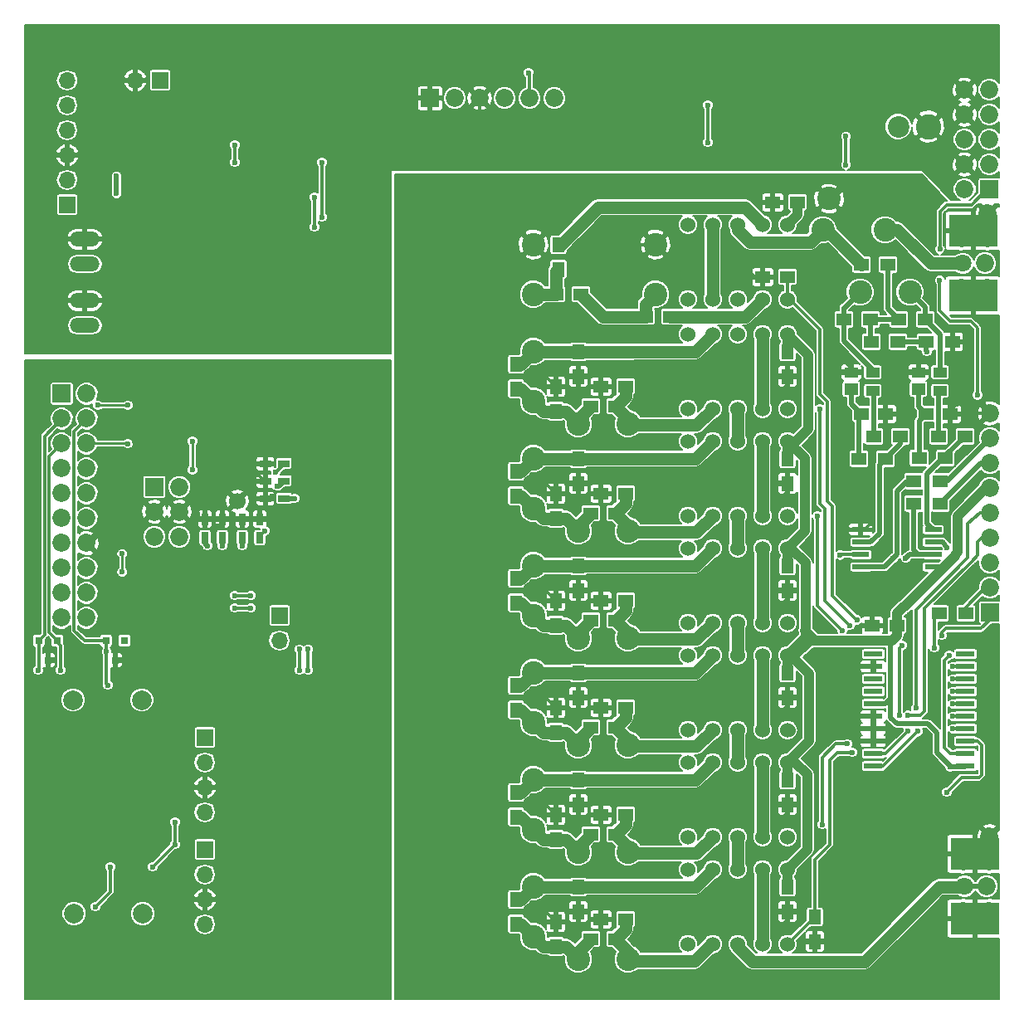
<source format=gbr>
G04 #@! TF.FileFunction,Copper,L2,Bot,Signal*
%FSLAX46Y46*%
G04 Gerber Fmt 4.6, Leading zero omitted, Abs format (unit mm)*
G04 Created by KiCad (PCBNEW 4.0.7) date 02/05/18 11:03:02*
%MOMM*%
%LPD*%
G01*
G04 APERTURE LIST*
%ADD10C,0.100000*%
%ADD11C,2.400000*%
%ADD12R,1.750000X0.550000*%
%ADD13C,1.524000*%
%ADD14C,5.300000*%
%ADD15R,5.000000X3.300000*%
%ADD16C,1.850000*%
%ADD17C,1.800000*%
%ADD18C,0.500000*%
%ADD19C,2.500000*%
%ADD20R,0.750000X1.200000*%
%ADD21R,1.200000X0.750000*%
%ADD22C,2.000000*%
%ADD23R,1.700000X1.700000*%
%ADD24O,1.700000X1.700000*%
%ADD25O,3.014980X1.506220*%
%ADD26C,1.700000*%
%ADD27R,1.850000X1.850000*%
%ADD28R,1.400000X1.200000*%
%ADD29R,1.400000X1.000000*%
%ADD30R,1.250000X1.500000*%
%ADD31R,1.500000X1.250000*%
%ADD32R,1.950000X0.600000*%
%ADD33R,1.500000X1.300000*%
%ADD34C,2.600000*%
%ADD35C,2.200000*%
%ADD36R,0.800100X0.800100*%
%ADD37C,0.600000*%
%ADD38C,0.300000*%
%ADD39C,1.000000*%
%ADD40C,0.500000*%
%ADD41C,0.350000*%
%ADD42C,0.200000*%
%ADD43C,1.250000*%
%ADD44C,0.250000*%
%ADD45C,0.152400*%
G04 APERTURE END LIST*
D10*
D11*
X56746000Y-95636000D03*
X61826000Y-95636000D03*
X56746000Y-41026000D03*
X61826000Y-41026000D03*
X56746000Y-51948000D03*
X61826000Y-51948000D03*
X56746000Y-62870000D03*
X61826000Y-62870000D03*
D12*
X85558000Y-55631000D03*
X85558000Y-54361000D03*
X85558000Y-53091000D03*
X85558000Y-51821000D03*
X92958000Y-51821000D03*
X92958000Y-53091000D03*
X92958000Y-54361000D03*
X92958000Y-55631000D03*
D13*
X78082000Y-20706000D03*
X75542000Y-20706000D03*
X73002000Y-20706000D03*
X70462000Y-20706000D03*
X67922000Y-20706000D03*
X67922000Y-28326000D03*
X70462000Y-28326000D03*
X73002000Y-28326000D03*
X75542000Y-28326000D03*
X78082000Y-28326000D03*
D14*
X20000000Y-3000000D03*
X20000000Y-97000000D03*
X97000000Y-97000000D03*
X97000000Y-3000000D03*
D15*
X97200000Y-84900000D03*
X97200000Y-91500000D03*
D16*
X98415000Y-88200000D03*
X98700000Y-85660000D03*
X98700000Y-90740000D03*
X96005000Y-90740000D03*
X96005000Y-85660000D03*
D17*
X96160000Y-88200000D03*
D16*
X98700000Y-83120000D03*
D15*
X97030000Y-21350000D03*
X97030000Y-27950000D03*
D16*
X98245000Y-24650000D03*
X98530000Y-22110000D03*
X98530000Y-27190000D03*
X95835000Y-27190000D03*
X95835000Y-22110000D03*
D17*
X95990000Y-24650000D03*
D16*
X98530000Y-19570000D03*
D18*
X26012000Y-18236000D03*
D19*
X26012000Y-21236000D03*
D18*
X26012000Y-19236000D03*
D20*
X18646000Y-52644000D03*
X18646000Y-50744000D03*
X20424000Y-52644000D03*
X20424000Y-50744000D03*
X24234000Y-52644000D03*
X24234000Y-50744000D03*
X22456000Y-52644000D03*
X22456000Y-50744000D03*
D21*
X26708000Y-46868000D03*
X24808000Y-46868000D03*
X26708000Y-45090000D03*
X24808000Y-45090000D03*
X24808000Y-48646000D03*
X26708000Y-48646000D03*
D22*
X5300000Y-91000000D03*
X12300000Y-91000000D03*
X5200000Y-69200000D03*
X12200000Y-69200000D03*
D23*
X26266000Y-60584000D03*
D24*
X26266000Y-63124000D03*
D23*
X18646000Y-84460000D03*
D24*
X18646000Y-87000000D03*
X18646000Y-89540000D03*
X18646000Y-92080000D03*
D23*
X18646000Y-73030000D03*
D24*
X18646000Y-75570000D03*
X18646000Y-78110000D03*
X18646000Y-80650000D03*
D23*
X14074000Y-5974000D03*
D24*
X11534000Y-5974000D03*
D23*
X4592180Y-18671460D03*
D24*
X4592180Y-16131460D03*
X4592180Y-13591460D03*
X4592180Y-11051460D03*
X4592180Y-8511460D03*
X4592180Y-5971460D03*
D25*
X6390000Y-24720000D03*
X6390000Y-22180000D03*
D26*
X21948000Y-48900000D03*
D27*
X4041000Y-37952600D03*
D16*
X6581000Y-37952600D03*
X4041000Y-40492600D03*
X6581000Y-40492600D03*
X4041000Y-43032600D03*
X6581000Y-43032600D03*
X4041000Y-45572600D03*
X6581000Y-45572600D03*
X4041000Y-48112600D03*
X6581000Y-48112600D03*
X4041000Y-50652600D03*
X6581000Y-50652600D03*
X4041000Y-53192600D03*
X6581000Y-53192600D03*
X4041000Y-55732600D03*
X6581000Y-55732600D03*
X4041000Y-58272600D03*
X6581000Y-58272600D03*
X4041000Y-60812600D03*
X6581000Y-60812600D03*
D27*
X41607600Y-7802800D03*
D16*
X44147600Y-7802800D03*
X46687600Y-7802800D03*
X49227600Y-7802800D03*
X51767600Y-7802800D03*
X54307600Y-7802800D03*
D27*
X13489800Y-47452200D03*
D16*
X16029800Y-47452200D03*
X13489800Y-49992200D03*
X16029800Y-49992200D03*
X13489800Y-52532200D03*
X16029800Y-52532200D03*
D13*
X78082000Y-31882000D03*
X75542000Y-31882000D03*
X73002000Y-31882000D03*
X70462000Y-31882000D03*
X67922000Y-31882000D03*
X67922000Y-39502000D03*
X70462000Y-39502000D03*
X73002000Y-39502000D03*
X75542000Y-39502000D03*
X78082000Y-39502000D03*
X78082000Y-42804000D03*
X75542000Y-42804000D03*
X73002000Y-42804000D03*
X70462000Y-42804000D03*
X67922000Y-42804000D03*
X67922000Y-50424000D03*
X70462000Y-50424000D03*
X73002000Y-50424000D03*
X75542000Y-50424000D03*
X78082000Y-50424000D03*
X78082000Y-64648000D03*
X75542000Y-64648000D03*
X73002000Y-64648000D03*
X70462000Y-64648000D03*
X67922000Y-64648000D03*
X67922000Y-72268000D03*
X70462000Y-72268000D03*
X73002000Y-72268000D03*
X75542000Y-72268000D03*
X78082000Y-72268000D03*
X78082000Y-75570000D03*
X75542000Y-75570000D03*
X73002000Y-75570000D03*
X70462000Y-75570000D03*
X67922000Y-75570000D03*
X67922000Y-83190000D03*
X70462000Y-83190000D03*
X73002000Y-83190000D03*
X75542000Y-83190000D03*
X78082000Y-83190000D03*
X78082000Y-86492000D03*
X75542000Y-86492000D03*
X73002000Y-86492000D03*
X70462000Y-86492000D03*
X67922000Y-86492000D03*
X67922000Y-94112000D03*
X70462000Y-94112000D03*
X73002000Y-94112000D03*
X75542000Y-94112000D03*
X78082000Y-94112000D03*
D11*
X64620000Y-27818000D03*
X64620000Y-22738000D03*
X56746000Y-73792000D03*
X61826000Y-73792000D03*
X56746000Y-84714000D03*
X61826000Y-84714000D03*
X52174000Y-27818000D03*
X52174000Y-22738000D03*
X52174000Y-38740000D03*
X52174000Y-33660000D03*
X52174000Y-49662000D03*
X52174000Y-44582000D03*
X52174000Y-60584000D03*
X52174000Y-55504000D03*
X52174000Y-71506000D03*
X52174000Y-66426000D03*
X52174000Y-82428000D03*
X52174000Y-77348000D03*
X52174000Y-93350000D03*
X52174000Y-88270000D03*
D16*
X98700000Y-6950000D03*
X96160000Y-6950000D03*
X96160000Y-9490000D03*
X98700000Y-9490000D03*
X98700000Y-9490000D03*
X96160000Y-9490000D03*
X96160000Y-9490000D03*
X98700000Y-9490000D03*
D27*
X98700000Y-17110000D03*
D16*
X96160000Y-17110000D03*
X98700000Y-14570000D03*
X96160000Y-14570000D03*
X98700000Y-12030000D03*
X96160000Y-12030000D03*
X98700000Y-9490000D03*
X96160000Y-9490000D03*
D28*
X91460000Y-37478000D03*
D29*
X91460000Y-35758000D03*
X93660000Y-35758000D03*
X93660000Y-37658000D03*
D28*
X84602000Y-37478000D03*
D29*
X84602000Y-35758000D03*
X86802000Y-35758000D03*
X86802000Y-37658000D03*
D30*
X80876000Y-91338000D03*
X80876000Y-93838000D03*
D31*
X78062000Y-26040000D03*
X75562000Y-26040000D03*
D30*
X78082000Y-88290000D03*
X78082000Y-90790000D03*
X78082000Y-77368000D03*
X78082000Y-79868000D03*
X78082000Y-66446000D03*
X78082000Y-68946000D03*
X78082000Y-55524000D03*
X78082000Y-58024000D03*
X78082000Y-44602000D03*
X78082000Y-47102000D03*
D31*
X59052000Y-37216000D03*
X61552000Y-37216000D03*
X59052000Y-48138000D03*
X61552000Y-48138000D03*
X59052000Y-59060000D03*
X61552000Y-59060000D03*
X59052000Y-69982000D03*
X61552000Y-69982000D03*
X59052000Y-80904000D03*
X61552000Y-80904000D03*
X59052000Y-91572000D03*
X61552000Y-91572000D03*
X63624000Y-30104000D03*
X66124000Y-30104000D03*
D30*
X78082000Y-33680000D03*
X78082000Y-36180000D03*
D31*
X79078000Y-18420000D03*
X76578000Y-18420000D03*
D30*
X54460000Y-37236000D03*
X54460000Y-39736000D03*
X54460000Y-48158000D03*
X54460000Y-50658000D03*
X54460000Y-59080000D03*
X54460000Y-61580000D03*
X54460000Y-70002000D03*
X54460000Y-72502000D03*
X54460000Y-80924000D03*
X54460000Y-83424000D03*
X54460000Y-91846000D03*
X54460000Y-94346000D03*
D31*
X54480000Y-27818000D03*
X56980000Y-27818000D03*
D30*
X56746000Y-36180000D03*
X56746000Y-33680000D03*
X56746000Y-47102000D03*
X56746000Y-44602000D03*
X56746000Y-58024000D03*
X56746000Y-55524000D03*
X56746000Y-68946000D03*
X56746000Y-66446000D03*
X56746000Y-79868000D03*
X56746000Y-77368000D03*
X56746000Y-90790000D03*
X56746000Y-88290000D03*
X54714000Y-22758000D03*
X54714000Y-25258000D03*
D31*
X89238000Y-61600000D03*
X86738000Y-61600000D03*
D32*
X86844000Y-75951000D03*
X86844000Y-74681000D03*
X86844000Y-73411000D03*
X86844000Y-72141000D03*
X86844000Y-70871000D03*
X86844000Y-69601000D03*
X86844000Y-68331000D03*
X86844000Y-67061000D03*
X86844000Y-65791000D03*
X86844000Y-64521000D03*
X96244000Y-64521000D03*
X96244000Y-65791000D03*
X96244000Y-67061000D03*
X96244000Y-68331000D03*
X96244000Y-69601000D03*
X96244000Y-70871000D03*
X96244000Y-72141000D03*
X96244000Y-73411000D03*
X96244000Y-74681000D03*
X96244000Y-75951000D03*
D31*
X92199000Y-40010000D03*
X94699000Y-40010000D03*
X85595000Y-40010000D03*
X88095000Y-40010000D03*
D33*
X93656000Y-46868000D03*
X90956000Y-46868000D03*
X93656000Y-49154000D03*
X90956000Y-49154000D03*
X89432000Y-30358000D03*
X92132000Y-30358000D03*
X83844000Y-30358000D03*
X86544000Y-30358000D03*
X85622000Y-24770000D03*
X88322000Y-24770000D03*
X86638000Y-32644000D03*
X89338000Y-32644000D03*
X92226000Y-32644000D03*
X94926000Y-32644000D03*
X91510000Y-44510000D03*
X94210000Y-44510000D03*
X93496000Y-42296000D03*
X96196000Y-42296000D03*
X89592000Y-42296000D03*
X86892000Y-42296000D03*
X85368000Y-44582000D03*
X88068000Y-44582000D03*
D27*
X98740000Y-60280000D03*
D16*
X98740000Y-57740000D03*
X98740000Y-55200000D03*
X98740000Y-52660000D03*
X98740000Y-50120000D03*
X98740000Y-47580000D03*
X98740000Y-45040000D03*
X98740000Y-42500000D03*
X98740000Y-39960000D03*
D34*
X92450000Y-10700000D03*
D35*
X89400000Y-10700000D03*
D36*
X1694000Y-63139240D03*
X3594000Y-63139240D03*
X2644000Y-65138220D03*
X8552000Y-63139240D03*
X10452000Y-63139240D03*
X9502000Y-65138220D03*
D25*
X6390000Y-30993000D03*
X6390000Y-28453000D03*
D11*
X90580000Y-27580000D03*
X85500000Y-27580000D03*
X88040000Y-21230000D03*
X81690000Y-21230000D03*
X82325000Y-18055000D03*
D31*
X60536000Y-39248000D03*
X58036000Y-39248000D03*
D30*
X50396000Y-37450000D03*
X50396000Y-34950000D03*
D31*
X60536000Y-50170000D03*
X58036000Y-50170000D03*
D30*
X50396000Y-48372000D03*
X50396000Y-45872000D03*
D31*
X60536000Y-61092000D03*
X58036000Y-61092000D03*
D30*
X50396000Y-59294000D03*
X50396000Y-56794000D03*
D31*
X60536000Y-72014000D03*
X58036000Y-72014000D03*
D30*
X50396000Y-70216000D03*
X50396000Y-67716000D03*
D31*
X60536000Y-82936000D03*
X58036000Y-82936000D03*
D30*
X50396000Y-81138000D03*
X50396000Y-78638000D03*
D31*
X60536000Y-93604000D03*
X58036000Y-93604000D03*
D30*
X50396000Y-92060000D03*
X50396000Y-89560000D03*
D13*
X78082000Y-53726000D03*
X75542000Y-53726000D03*
X73002000Y-53726000D03*
X70462000Y-53726000D03*
X67922000Y-53726000D03*
X67922000Y-61346000D03*
X70462000Y-61346000D03*
X73002000Y-61346000D03*
X75542000Y-61346000D03*
X78082000Y-61346000D03*
D33*
X96280000Y-60380000D03*
X93580000Y-60380000D03*
D37*
X8994000Y-86238000D03*
X13312000Y-86238000D03*
X15598000Y-83952000D03*
X15598000Y-81666000D03*
X7470000Y-90302000D03*
X93550000Y-56130000D03*
X85690000Y-63250000D03*
X94680000Y-76010000D03*
X95608000Y-62616000D03*
X93322000Y-70998000D03*
X93322000Y-66172000D03*
X83924000Y-58044000D03*
X90528000Y-69474000D03*
X90528000Y-66426000D03*
X90528000Y-62870000D03*
X88810000Y-58110000D03*
X86718000Y-60584000D03*
X81638000Y-61600000D03*
X53444000Y-90810000D03*
X48364000Y-90810000D03*
X43030000Y-90810000D03*
X53444000Y-79888000D03*
X48364000Y-79888000D03*
X43030000Y-79888000D03*
X53444000Y-68966000D03*
X48364000Y-68966000D03*
X43030000Y-68966000D03*
X53444000Y-58044000D03*
X48364000Y-58044000D03*
X43030000Y-58044000D03*
X53444000Y-47122000D03*
X48364000Y-47122000D03*
X43030000Y-47122000D03*
X53444000Y-36200000D03*
X48364000Y-36200000D03*
X43030000Y-36200000D03*
X74272000Y-36962000D03*
X70462000Y-36962000D03*
X64874000Y-36962000D03*
X59032000Y-36200000D03*
X74272000Y-47884000D03*
X70462000Y-47884000D03*
X64874000Y-47884000D03*
X59032000Y-46868000D03*
X74272000Y-58806000D03*
X70462000Y-58806000D03*
X64874000Y-58806000D03*
X59032000Y-57790000D03*
X74272000Y-69728000D03*
X70208000Y-69728000D03*
X64874000Y-69728000D03*
X59032000Y-68712000D03*
X74272000Y-80650000D03*
X70462000Y-80650000D03*
X64874000Y-80650000D03*
X59032000Y-79888000D03*
X74272000Y-91318000D03*
X69954000Y-91318000D03*
X64874000Y-91318000D03*
X59032000Y-90556000D03*
X83670000Y-17150000D03*
X91290000Y-17150000D03*
X76050000Y-17150000D03*
X68430000Y-17150000D03*
X60810000Y-17150000D03*
X53190000Y-17150000D03*
X45570000Y-17150000D03*
X40490000Y-17150000D03*
X40490000Y-24770000D03*
X98148000Y-30358000D03*
X98148000Y-35184000D03*
X95862000Y-36454000D03*
X54714000Y-95890000D03*
X49126000Y-95890000D03*
X43030000Y-95890000D03*
X65890000Y-86492000D03*
X61318000Y-86492000D03*
X53190000Y-86492000D03*
X45570000Y-86492000D03*
X65890000Y-75570000D03*
X61064000Y-75570000D03*
X53190000Y-75570000D03*
X45570000Y-75570000D03*
X65890000Y-64648000D03*
X61064000Y-64648000D03*
X53190000Y-64648000D03*
X45570000Y-64648000D03*
X65890000Y-53726000D03*
X61064000Y-53726000D03*
X53190000Y-53726000D03*
X45570000Y-53726000D03*
X65890000Y-42804000D03*
X61064000Y-42804000D03*
X53190000Y-42804000D03*
X45570000Y-42804000D03*
X65890000Y-31882000D03*
X60810000Y-31882000D03*
X53190000Y-31882000D03*
X45570000Y-31882000D03*
X56746000Y-37216000D03*
X56746000Y-48138000D03*
X56746000Y-59060000D03*
X56746000Y-69982000D03*
X56746000Y-80904000D03*
X56746000Y-91826000D03*
X50015000Y-20960000D03*
X44300000Y-20960000D03*
X44300000Y-28580000D03*
X50015000Y-28580000D03*
X74272000Y-25532000D03*
X76812000Y-29850000D03*
X76812000Y-41026000D03*
X76812000Y-51948000D03*
X76812000Y-62870000D03*
X76812000Y-73792000D03*
X77574000Y-70236000D03*
X76812000Y-84714000D03*
X77574000Y-81158000D03*
X77574000Y-48392000D03*
X77574000Y-37470000D03*
X77574000Y-59314000D03*
X80368000Y-53472000D03*
X69065000Y-22230000D03*
X69065000Y-26040000D03*
X66525000Y-26040000D03*
X60810000Y-26040000D03*
X57000000Y-26040000D03*
X57000000Y-22865000D03*
X60810000Y-22865000D03*
X40490000Y-32390000D03*
X40490000Y-40010000D03*
X40490000Y-47630000D03*
X40490000Y-55250000D03*
X40490000Y-62870000D03*
X80622000Y-43312000D03*
X96370000Y-40772000D03*
X96116000Y-43820000D03*
X95608000Y-48646000D03*
X83416000Y-72014000D03*
X83924000Y-70490000D03*
X82273000Y-86619000D03*
X82150000Y-67970000D03*
X79098000Y-70236000D03*
X83924000Y-34676000D03*
X82400000Y-34422000D03*
X82908000Y-46868000D03*
X77574000Y-92080000D03*
X86591000Y-51186000D03*
X89639000Y-55885000D03*
X88369000Y-51694000D03*
X90147000Y-51694000D03*
X75034000Y-17912000D03*
X90570000Y-76900000D03*
X93000000Y-79890000D03*
X95354000Y-38994000D03*
X91290000Y-34676000D03*
X89512000Y-40010000D03*
X95100000Y-31374000D03*
X87480000Y-80650000D03*
X87480000Y-85730000D03*
X87480000Y-92080000D03*
X83670000Y-94620000D03*
X83670000Y-89540000D03*
X83670000Y-83190000D03*
X84940000Y-75570000D03*
X83670000Y-79380000D03*
X91290000Y-93350000D03*
X98910000Y-65410000D03*
X98910000Y-73030000D03*
X98910000Y-80650000D03*
X91290000Y-80650000D03*
X91290000Y-88270000D03*
X91290000Y-98430000D03*
X83670000Y-98430000D03*
X76050000Y-98430000D03*
X68430000Y-98430000D03*
X60810000Y-98430000D03*
X40490000Y-70490000D03*
X53190000Y-98430000D03*
X40490000Y-78110000D03*
X40490000Y-85730000D03*
X40490000Y-93350000D03*
X40490000Y-98430000D03*
X45570000Y-98430000D03*
X95862000Y-58298000D03*
X29822000Y-20960000D03*
X29822000Y-17912000D03*
X7724000Y-39121000D03*
X10772000Y-39121000D03*
X17376000Y-42804000D03*
X17376000Y-45725000D03*
X8740000Y-67696000D03*
X8613000Y-64267000D03*
X3914000Y-66172000D03*
X9629000Y-15753000D03*
X9629000Y-17531000D03*
X30584000Y-14356000D03*
X30584000Y-19944000D03*
X21694000Y-12578000D03*
X21694000Y-14356000D03*
X22456000Y-53472000D03*
X18900000Y-53472000D03*
X20424000Y-53472000D03*
X24742000Y-51948000D03*
X26012000Y-47376000D03*
X25885000Y-45979000D03*
X27790000Y-48646000D03*
X28298000Y-66172000D03*
X28298000Y-64013000D03*
X29187000Y-66172000D03*
X29187000Y-64013000D03*
X21694000Y-58552000D03*
X23345000Y-58552000D03*
X21694000Y-59822000D03*
X23345000Y-59822000D03*
X69954000Y-12324000D03*
X69954000Y-8514000D03*
X10200500Y-54297500D03*
X10200500Y-56139000D03*
X51666000Y-5212000D03*
X84051000Y-11689000D03*
X84051000Y-14610000D03*
X84432000Y-61600000D03*
X81384000Y-39502000D03*
X83670000Y-62108000D03*
X81130000Y-50424000D03*
X93830000Y-62616000D03*
X85160000Y-61040000D03*
X89512000Y-70744000D03*
X89766000Y-63632000D03*
X81638000Y-81920000D03*
X84178000Y-73665000D03*
X84686000Y-74554000D03*
X90401000Y-70744000D03*
X90401000Y-72395000D03*
X97487600Y-38079600D03*
X93626800Y-23195200D03*
X93620000Y-26390000D03*
X91187000Y-70032000D03*
X91417000Y-72395000D03*
X94338000Y-78618000D03*
X94973000Y-65791000D03*
X94973000Y-67061000D03*
X94973000Y-68331000D03*
X94973000Y-69601000D03*
X94973000Y-70871000D03*
X94973000Y-72141000D03*
X83460000Y-54410000D03*
X88877000Y-54742000D03*
X94370000Y-53670000D03*
X90147000Y-54742000D03*
X92306000Y-33660000D03*
X8486000Y-37216000D03*
X4168000Y-77348000D03*
X2390000Y-92334000D03*
X2390000Y-89540000D03*
X2390000Y-84460000D03*
X2390000Y-79380000D03*
X14582000Y-35438000D03*
X9756000Y-35438000D03*
X4676000Y-35438000D03*
X19916000Y-35438000D03*
X22964000Y-36708000D03*
X26520000Y-36708000D03*
X31854000Y-36708000D03*
X1120000Y-60838000D03*
X1120000Y-55758000D03*
X1120000Y-50678000D03*
X1120000Y-45598000D03*
X1120000Y-40518000D03*
X1120000Y-35438000D03*
X34140000Y-38994000D03*
X29060000Y-38994000D03*
X23980000Y-38994000D03*
X12169000Y-38994000D03*
X17249000Y-38994000D03*
X23980000Y-98430000D03*
X29060000Y-98430000D03*
X34140000Y-98430000D03*
X28298000Y-44328000D03*
X24996000Y-43947000D03*
X8740000Y-50170000D03*
X8232000Y-48138000D03*
X8994000Y-59568000D03*
X8232000Y-58044000D03*
X24234000Y-63378000D03*
X15852000Y-61346000D03*
X17884000Y-57028000D03*
X24996000Y-41534000D03*
X31092000Y-45598000D03*
X30584000Y-44328000D03*
X31346000Y-48900000D03*
X29568000Y-48392000D03*
X32362000Y-57536000D03*
X32362000Y-52456000D03*
X27536000Y-53218000D03*
X30330000Y-53218000D03*
X30330000Y-58806000D03*
X30330000Y-63886000D03*
X23726000Y-66934000D03*
X24996000Y-68712000D03*
X21694000Y-68712000D03*
X23726000Y-75316000D03*
X24742000Y-73792000D03*
X20424000Y-74300000D03*
X19154000Y-43820000D03*
X12042000Y-51694000D03*
X10772000Y-44328000D03*
X18900000Y-41534000D03*
X16106000Y-41534000D03*
X22202000Y-42042000D03*
X10772000Y-41534000D03*
X12550000Y-41534000D03*
X13058000Y-58298000D03*
X17122000Y-54488000D03*
X12296000Y-54488000D03*
X16614000Y-69982000D03*
X16106000Y-73538000D03*
X2136000Y-96652000D03*
X15852000Y-98176000D03*
X11280000Y-98176000D03*
X6200000Y-98176000D03*
X8740000Y-70744000D03*
X8740000Y-77348000D03*
X10518000Y-82682000D03*
X6962000Y-82682000D03*
X3152000Y-68204000D03*
X1628000Y-70236000D03*
X6962000Y-77348000D03*
X6962000Y-70744000D03*
X10264000Y-67696000D03*
X10518000Y-70744000D03*
X14074000Y-70236000D03*
X27282000Y-71506000D03*
X23726000Y-71506000D03*
X18900000Y-70998000D03*
X16614000Y-65918000D03*
X26266000Y-66426000D03*
X27282000Y-67950000D03*
X29060000Y-95636000D03*
X23980000Y-95636000D03*
X23980000Y-93096000D03*
X31600000Y-93096000D03*
X31600000Y-88016000D03*
X31600000Y-82682000D03*
X29060000Y-85476000D03*
X29060000Y-90556000D03*
X28298000Y-41534000D03*
X32870000Y-43312000D03*
X34140000Y-49408000D03*
X34140000Y-54996000D03*
X34140000Y-60076000D03*
X34140000Y-65156000D03*
X34140000Y-70236000D03*
X34140000Y-75316000D03*
X34140000Y-80396000D03*
X34140000Y-85476000D03*
X34140000Y-95636000D03*
X34140000Y-90556000D03*
X31600000Y-67950000D03*
X31600000Y-73030000D03*
X31600000Y-78110000D03*
X32362000Y-62616000D03*
X28806000Y-79126000D03*
X28806000Y-74808000D03*
X28044000Y-80650000D03*
X28806000Y-72776000D03*
X25504000Y-77856000D03*
X26520000Y-76332000D03*
X27028000Y-82682000D03*
X17884000Y-50233500D03*
X24107000Y-46233000D03*
X25504000Y-48392000D03*
X29568000Y-54234000D03*
X23472000Y-54234000D03*
X19916000Y-51440000D03*
X24996000Y-50678000D03*
X19662000Y-61346000D03*
X18392000Y-68458000D03*
X15344000Y-63886000D03*
X13312000Y-65156000D03*
X4168000Y-74808000D03*
X26266000Y-86492000D03*
X26266000Y-84460000D03*
X12804000Y-78364000D03*
X23980000Y-91064000D03*
X26012000Y-88016000D03*
X10264000Y-65156000D03*
X2644000Y-64140000D03*
X23726000Y-25278000D03*
X2898000Y-33025000D03*
X1120000Y-31247000D03*
X1120000Y-26167000D03*
X1120000Y-21087000D03*
X1120000Y-16007000D03*
X1120000Y-10927000D03*
X1120000Y-5847000D03*
X17249000Y-33025000D03*
X12169000Y-33025000D03*
X7089000Y-33025000D03*
X23599000Y-33025000D03*
X51920000Y-14610000D03*
X48110000Y-14610000D03*
X44300000Y-14610000D03*
X40490000Y-14610000D03*
X55730000Y-14610000D03*
X59540000Y-14610000D03*
X63350000Y-14610000D03*
X67160000Y-14610000D03*
X36045000Y-27310000D03*
X36045000Y-23500000D03*
X36045000Y-19690000D03*
X36045000Y-15880000D03*
X37315000Y-14610000D03*
X34775000Y-32390000D03*
X30965000Y-33025000D03*
X27155000Y-33025000D03*
X19916000Y-33025000D03*
X1120000Y-1656000D03*
X3025000Y-3561000D03*
X8105000Y-3561000D03*
X13185000Y-3561000D03*
X25758000Y-3561000D03*
X30838000Y-3561000D03*
X35918000Y-3561000D03*
X40998000Y-3561000D03*
X46078000Y-3561000D03*
X51158000Y-3561000D03*
X56238000Y-3561000D03*
X61318000Y-3561000D03*
X66398000Y-3561000D03*
X71478000Y-3561000D03*
X76558000Y-3561000D03*
X81638000Y-3561000D03*
X86718000Y-3561000D03*
X91798000Y-3561000D03*
X34648000Y-8895000D03*
X11788000Y-17785000D03*
X7851000Y-19944000D03*
X15725000Y-28326000D03*
X10899000Y-26802000D03*
X26901000Y-28199000D03*
X30330000Y-27945000D03*
X34140000Y-11562000D03*
X38204000Y-11054000D03*
X42268000Y-11054000D03*
X33505000Y-12959000D03*
X19662000Y-30993000D03*
X22202000Y-30485000D03*
X31346000Y-16642000D03*
X84686000Y-7244000D03*
X86464000Y-11562000D03*
X80368000Y-5720000D03*
X70208000Y-13086000D03*
X94465000Y-13975000D03*
X93195000Y-15880000D03*
X70970000Y-14610000D03*
X74780000Y-14610000D03*
X31346000Y-8768000D03*
X61318000Y-11054000D03*
X57508000Y-11054000D03*
X53698000Y-11054000D03*
X49888000Y-11054000D03*
X46078000Y-11054000D03*
X82400000Y-14610000D03*
X78590000Y-14610000D03*
X65636000Y-11816000D03*
X66144000Y-9530000D03*
X78717000Y-11943000D03*
X78844000Y-9276000D03*
X62080000Y-6990000D03*
X70970000Y-6990000D03*
X74526000Y-11308000D03*
X30330000Y-26040000D03*
X30584000Y-21722000D03*
X14582000Y-15372000D03*
X18392000Y-15372000D03*
X24742000Y-10292000D03*
X21186000Y-10038000D03*
X29060000Y-8768000D03*
X27536000Y-11562000D03*
X10264000Y-13848000D03*
X8994000Y-6990000D03*
X11280000Y-21468000D03*
X22202000Y-22484000D03*
X23726000Y-27564000D03*
X19916000Y-21722000D03*
X23726000Y-21976000D03*
X22964000Y-16896000D03*
X28806000Y-16896000D03*
X1628000Y-66172000D03*
X10772000Y-43058000D03*
X94592000Y-64648000D03*
X93068000Y-63886000D03*
D38*
X15598000Y-81666000D02*
X15598000Y-83952000D01*
X13312000Y-86238000D02*
X15598000Y-83952000D01*
X8994000Y-86238000D02*
X8994000Y-88270000D01*
X8994000Y-88270000D02*
X8994000Y-88778000D01*
X8994000Y-88778000D02*
X7470000Y-90302000D01*
D39*
X93550000Y-56130000D02*
X89990000Y-59690000D01*
X89238000Y-60352000D02*
X89238000Y-61600000D01*
X89900000Y-59690000D02*
X89238000Y-60352000D01*
X89990000Y-59690000D02*
X89900000Y-59690000D01*
X95150000Y-54530000D02*
X95150000Y-54390000D01*
X93550000Y-56130000D02*
X95150000Y-54530000D01*
X95460000Y-50470000D02*
X98350000Y-47580000D01*
X95460000Y-54080000D02*
X95460000Y-50470000D01*
X95150000Y-54390000D02*
X95460000Y-54080000D01*
X98350000Y-47580000D02*
X98740000Y-47580000D01*
D40*
X94680000Y-76010000D02*
X94680000Y-75912000D01*
X93322000Y-72522000D02*
X92433000Y-71633000D01*
X93322000Y-74554000D02*
X93322000Y-72522000D01*
X94680000Y-75912000D02*
X93322000Y-74554000D01*
D39*
X98740000Y-47580000D02*
X98452000Y-47580000D01*
D40*
X88623000Y-63886000D02*
X88623000Y-63221000D01*
X88623000Y-69093000D02*
X88623000Y-63886000D01*
X88623000Y-63221000D02*
X88720000Y-63124000D01*
D39*
X89238000Y-61600000D02*
X89238000Y-62606000D01*
X89238000Y-62606000D02*
X88720000Y-63124000D01*
D40*
X94680000Y-76010000D02*
X94651000Y-76010000D01*
X88623000Y-70998000D02*
X88623000Y-69093000D01*
X92433000Y-71633000D02*
X89258000Y-71633000D01*
X89258000Y-71633000D02*
X88623000Y-70998000D01*
X86844000Y-69601000D02*
X88115000Y-69601000D01*
X88115000Y-69601000D02*
X88623000Y-69093000D01*
D41*
X85690000Y-63250000D02*
X85690000Y-63124000D01*
X85690000Y-63124000D02*
X85690000Y-63250000D01*
X85690000Y-63250000D02*
X85690000Y-63124000D01*
X86380000Y-63124000D02*
X86556000Y-63300000D01*
X87390000Y-63300000D02*
X87390000Y-63124000D01*
X86556000Y-63300000D02*
X87390000Y-63300000D01*
D39*
X80368000Y-63124000D02*
X80876000Y-63124000D01*
X79860000Y-62108000D02*
X79950000Y-62108000D01*
X80876000Y-63124000D02*
X79860000Y-62108000D01*
X80368000Y-63124000D02*
X78626000Y-64866000D01*
X78626000Y-64866000D02*
X78626000Y-64938000D01*
X78626000Y-64938000D02*
X78844000Y-65156000D01*
X78844000Y-65156000D02*
X78844000Y-65084000D01*
X88720000Y-63124000D02*
X87390000Y-63124000D01*
X87390000Y-63124000D02*
X86380000Y-63124000D01*
X86380000Y-63124000D02*
X85690000Y-63124000D01*
X85690000Y-63124000D02*
X80368000Y-63124000D01*
X80368000Y-63124000D02*
X80294000Y-63124000D01*
X80294000Y-63124000D02*
X79950000Y-62780000D01*
X80294000Y-63124000D02*
X79950000Y-62780000D01*
X78082000Y-53726000D02*
X78082000Y-55524000D01*
X78082000Y-31882000D02*
X78082000Y-33680000D01*
X78082000Y-42804000D02*
X78082000Y-44602000D01*
X78082000Y-66446000D02*
X78082000Y-64648000D01*
X78082000Y-77368000D02*
X78082000Y-75570000D01*
X78082000Y-88290000D02*
X78082000Y-86492000D01*
D40*
X92958000Y-55631000D02*
X93576000Y-55631000D01*
D39*
X79078000Y-18420000D02*
X79078000Y-19710000D01*
X79078000Y-19710000D02*
X78082000Y-20706000D01*
X78050000Y-75602000D02*
X78082000Y-75570000D01*
X78090000Y-86500000D02*
X78082000Y-86492000D01*
X78050000Y-53758000D02*
X78082000Y-53726000D01*
X78090000Y-64656000D02*
X78082000Y-64648000D01*
X78082000Y-75570000D02*
X78870000Y-75570000D01*
X80090000Y-84484000D02*
X78082000Y-86492000D01*
X80090000Y-76790000D02*
X80090000Y-84484000D01*
X78870000Y-75570000D02*
X80090000Y-76790000D01*
X78082000Y-64648000D02*
X78408000Y-64648000D01*
X78408000Y-64648000D02*
X78844000Y-65084000D01*
X78844000Y-65084000D02*
X80270000Y-66510000D01*
X80270000Y-73382000D02*
X78082000Y-75570000D01*
X80270000Y-66510000D02*
X80270000Y-73382000D01*
X78082000Y-53726000D02*
X78456000Y-53726000D01*
X78456000Y-53726000D02*
X79950000Y-55220000D01*
X79950000Y-55220000D02*
X79950000Y-62108000D01*
X79950000Y-62108000D02*
X79950000Y-62780000D01*
X79950000Y-62780000D02*
X78082000Y-64648000D01*
X78082000Y-42804000D02*
X78104000Y-42804000D01*
X78104000Y-42804000D02*
X79840000Y-44540000D01*
X79840000Y-51968000D02*
X78082000Y-53726000D01*
X79840000Y-44540000D02*
X79840000Y-51968000D01*
X78082000Y-42804000D02*
X78926000Y-42804000D01*
X80190000Y-33990000D02*
X78082000Y-31882000D01*
X80190000Y-41540000D02*
X80190000Y-33990000D01*
X78926000Y-42804000D02*
X80190000Y-41540000D01*
X78130000Y-31930000D02*
X78082000Y-31882000D01*
X78070000Y-42792000D02*
X78082000Y-42804000D01*
D40*
X96185000Y-76010000D02*
X94680000Y-76010000D01*
D42*
X96185000Y-76010000D02*
X96244000Y-75951000D01*
D41*
X95608000Y-62616000D02*
X93322000Y-64902000D01*
X93322000Y-64902000D02*
X93322000Y-66172000D01*
D38*
X83924000Y-58044000D02*
X88784000Y-58034000D01*
X90528000Y-62870000D02*
X90528000Y-66426000D01*
X88784000Y-58034000D02*
X88810000Y-58110000D01*
X86738000Y-60604000D02*
X86718000Y-60584000D01*
X86738000Y-61600000D02*
X86738000Y-60604000D01*
X54460000Y-91846000D02*
X54460000Y-91826000D01*
X54460000Y-91826000D02*
X53444000Y-90810000D01*
X48364000Y-90810000D02*
X43030000Y-90810000D01*
X54460000Y-80924000D02*
X54460000Y-80904000D01*
X54460000Y-80904000D02*
X53444000Y-79888000D01*
X48364000Y-79888000D02*
X43030000Y-79888000D01*
X54460000Y-70002000D02*
X54460000Y-69982000D01*
X54460000Y-69982000D02*
X53444000Y-68966000D01*
X48364000Y-68966000D02*
X43030000Y-68966000D01*
X54460000Y-59080000D02*
X54460000Y-59060000D01*
X54460000Y-59060000D02*
X53444000Y-58044000D01*
X48364000Y-58044000D02*
X43030000Y-58044000D01*
X54460000Y-48158000D02*
X54460000Y-48138000D01*
X54460000Y-48138000D02*
X53444000Y-47122000D01*
X48364000Y-47122000D02*
X43030000Y-47122000D01*
X54460000Y-37236000D02*
X54460000Y-37216000D01*
X54460000Y-37216000D02*
X53444000Y-36200000D01*
X48364000Y-36200000D02*
X43030000Y-36200000D01*
X59052000Y-37216000D02*
X59052000Y-36220000D01*
X64874000Y-36962000D02*
X70462000Y-36962000D01*
X59052000Y-36220000D02*
X59032000Y-36200000D01*
X59052000Y-48138000D02*
X59052000Y-46888000D01*
X64874000Y-47884000D02*
X70462000Y-47884000D01*
X59052000Y-46888000D02*
X59032000Y-46868000D01*
X59052000Y-59060000D02*
X59052000Y-57810000D01*
X64874000Y-58806000D02*
X70462000Y-58806000D01*
X59052000Y-57810000D02*
X59032000Y-57790000D01*
X59052000Y-69982000D02*
X59052000Y-68732000D01*
X64874000Y-69728000D02*
X70208000Y-69728000D01*
X59052000Y-68732000D02*
X59032000Y-68712000D01*
X59052000Y-80904000D02*
X59052000Y-79908000D01*
X64874000Y-80650000D02*
X70462000Y-80650000D01*
X59052000Y-79908000D02*
X59032000Y-79888000D01*
X59052000Y-91572000D02*
X59052000Y-90576000D01*
X64874000Y-91318000D02*
X69954000Y-91318000D01*
X59052000Y-90576000D02*
X59032000Y-90556000D01*
X82325000Y-18055000D02*
X82765000Y-18055000D01*
X82765000Y-18055000D02*
X83670000Y-17150000D01*
X91290000Y-17150000D02*
X83670000Y-17150000D01*
X76050000Y-17150000D02*
X81420000Y-17150000D01*
X76050000Y-17150000D02*
X68430000Y-17150000D01*
X60810000Y-17150000D02*
X53190000Y-17150000D01*
X45570000Y-17150000D02*
X40490000Y-17150000D01*
X40490000Y-31882000D02*
X40490000Y-24770000D01*
X81420000Y-17150000D02*
X82325000Y-18055000D01*
X98740000Y-39960000D02*
X98740000Y-39586000D01*
X98740000Y-39586000D02*
X98148000Y-38994000D01*
X98148000Y-38994000D02*
X98148000Y-35184000D01*
X43030000Y-95890000D02*
X49126000Y-95890000D01*
X40490000Y-86492000D02*
X45570000Y-86492000D01*
X53190000Y-86492000D02*
X61318000Y-86492000D01*
X40490000Y-75570000D02*
X45570000Y-75570000D01*
X53190000Y-75570000D02*
X61064000Y-75570000D01*
X61064000Y-64648000D02*
X65890000Y-64648000D01*
X45570000Y-64648000D02*
X53190000Y-64648000D01*
X61064000Y-53726000D02*
X65890000Y-53726000D01*
X45570000Y-53726000D02*
X53190000Y-53726000D01*
X40490000Y-42804000D02*
X45570000Y-42804000D01*
X53190000Y-42804000D02*
X61064000Y-42804000D01*
X40490000Y-31882000D02*
X45570000Y-31882000D01*
X53190000Y-31882000D02*
X60810000Y-31882000D01*
X56746000Y-36180000D02*
X56746000Y-37216000D01*
X56746000Y-47102000D02*
X56746000Y-48138000D01*
X56746000Y-58024000D02*
X56746000Y-59060000D01*
X56746000Y-68946000D02*
X56746000Y-69982000D01*
X56746000Y-79868000D02*
X56746000Y-80904000D01*
X56746000Y-90790000D02*
X56746000Y-91826000D01*
X50015000Y-20960000D02*
X50396000Y-20960000D01*
X44300000Y-20960000D02*
X44300000Y-28580000D01*
X50396000Y-20960000D02*
X52174000Y-22738000D01*
X74780000Y-26040000D02*
X74272000Y-25532000D01*
X75562000Y-26040000D02*
X74780000Y-26040000D01*
X78082000Y-68946000D02*
X78082000Y-69728000D01*
X78082000Y-69728000D02*
X77574000Y-70236000D01*
X78082000Y-80650000D02*
X77574000Y-81158000D01*
X78082000Y-79868000D02*
X78082000Y-80650000D01*
X78082000Y-47884000D02*
X77574000Y-48392000D01*
X78082000Y-47102000D02*
X78082000Y-47884000D01*
X78082000Y-36962000D02*
X77574000Y-37470000D01*
X78082000Y-36180000D02*
X78082000Y-36962000D01*
X78082000Y-58806000D02*
X77574000Y-59314000D01*
X78082000Y-58024000D02*
X78082000Y-58806000D01*
X64620000Y-22738000D02*
X60937000Y-22738000D01*
X69065000Y-26040000D02*
X69065000Y-22230000D01*
X60810000Y-26040000D02*
X66525000Y-26040000D01*
X57000000Y-22865000D02*
X57000000Y-26040000D01*
X60937000Y-22738000D02*
X60810000Y-22865000D01*
X40490000Y-31882000D02*
X40490000Y-32390000D01*
X40490000Y-40010000D02*
X40490000Y-42804000D01*
X40490000Y-42804000D02*
X40490000Y-44455000D01*
X40490000Y-44455000D02*
X40490000Y-47630000D01*
X40490000Y-55250000D02*
X40490000Y-62870000D01*
X97182000Y-39960000D02*
X96370000Y-40772000D01*
X97182000Y-39960000D02*
X98740000Y-39960000D01*
X86844000Y-73411000D02*
X85321000Y-73411000D01*
X84940000Y-73030000D02*
X84940000Y-72141000D01*
X85321000Y-73411000D02*
X84940000Y-73030000D01*
X86844000Y-72141000D02*
X84940000Y-72141000D01*
X84940000Y-72141000D02*
X83543000Y-72141000D01*
X83543000Y-72141000D02*
X83416000Y-72014000D01*
X86844000Y-70871000D02*
X84305000Y-70871000D01*
X84305000Y-70871000D02*
X83924000Y-70490000D01*
X84602000Y-35758000D02*
X84602000Y-35354000D01*
X84602000Y-35354000D02*
X83924000Y-34676000D01*
X78082000Y-90790000D02*
X78082000Y-91572000D01*
X78082000Y-91572000D02*
X77574000Y-92080000D01*
X85558000Y-51821000D02*
X85956000Y-51821000D01*
X85956000Y-51821000D02*
X86591000Y-51186000D01*
X76578000Y-18420000D02*
X75542000Y-18420000D01*
X75542000Y-18420000D02*
X75034000Y-17912000D01*
X94699000Y-40010000D02*
X94699000Y-39649000D01*
X94699000Y-39649000D02*
X95354000Y-38994000D01*
X91460000Y-35758000D02*
X91460000Y-34846000D01*
X91460000Y-34846000D02*
X91290000Y-34676000D01*
X88095000Y-40010000D02*
X89512000Y-40010000D01*
D40*
X94926000Y-32644000D02*
X94926000Y-31548000D01*
X94926000Y-31548000D02*
X95100000Y-31374000D01*
D38*
X83670000Y-79380000D02*
X83670000Y-83190000D01*
X87480000Y-92080000D02*
X87480000Y-85730000D01*
X83670000Y-89540000D02*
X83670000Y-94620000D01*
X91290000Y-80650000D02*
X90020000Y-79380000D01*
X90020000Y-79380000D02*
X83670000Y-79380000D01*
X98910000Y-80650000D02*
X98910000Y-73030000D01*
X91290000Y-88270000D02*
X91290000Y-80650000D01*
X83670000Y-98430000D02*
X91290000Y-98430000D01*
X68430000Y-98430000D02*
X76050000Y-98430000D01*
X40490000Y-70490000D02*
X40490000Y-75570000D01*
X40490000Y-75570000D02*
X40490000Y-76840000D01*
X53190000Y-98430000D02*
X60810000Y-98430000D01*
X40490000Y-76840000D02*
X40490000Y-78110000D01*
X40490000Y-85730000D02*
X40490000Y-86492000D01*
X40490000Y-86492000D02*
X40490000Y-87635000D01*
X40490000Y-87635000D02*
X40490000Y-93350000D01*
X40490000Y-98430000D02*
X45570000Y-98430000D01*
D43*
X92694000Y-24650000D02*
X89258000Y-21214000D01*
X95990000Y-24650000D02*
X92694000Y-24650000D01*
X89258000Y-21214000D02*
X88056000Y-21214000D01*
X88056000Y-21214000D02*
X88040000Y-21230000D01*
D41*
X29822000Y-20960000D02*
X29822000Y-17912000D01*
D44*
X7724000Y-39121000D02*
X10772000Y-39121000D01*
X17376000Y-42804000D02*
X17376000Y-45725000D01*
D41*
X8613000Y-67569000D02*
X8740000Y-67696000D01*
X8613000Y-64267000D02*
X8613000Y-67569000D01*
D38*
X8552000Y-63139240D02*
X8552000Y-64206000D01*
X8552000Y-64206000D02*
X8613000Y-64267000D01*
X5311000Y-43693000D02*
X5311000Y-62108000D01*
X5311000Y-41788000D02*
X5311000Y-43693000D01*
X6581000Y-40518000D02*
X5311000Y-41788000D01*
X6342240Y-63139240D02*
X8552000Y-63139240D01*
X5311000Y-62108000D02*
X6342240Y-63139240D01*
X6581000Y-40492600D02*
X6581000Y-40518000D01*
D42*
X6581000Y-40492600D02*
X6581000Y-40569000D01*
D38*
X3914000Y-66172000D02*
X3914000Y-63632000D01*
X3914000Y-63632000D02*
X3594000Y-63312000D01*
X3594000Y-63312000D02*
X3594000Y-63139240D01*
X3914000Y-66172000D02*
X3914000Y-66045000D01*
X4041000Y-43032600D02*
X4041000Y-43058000D01*
X4041000Y-43058000D02*
X2771000Y-44328000D01*
X2771000Y-44328000D02*
X2771000Y-62316240D01*
X2771000Y-62316240D02*
X3594000Y-63139240D01*
D40*
X9629000Y-15753000D02*
X9629000Y-17531000D01*
D41*
X30584000Y-19944000D02*
X30584000Y-14356000D01*
X21694000Y-14356000D02*
X21694000Y-12578000D01*
D40*
X22456000Y-53472000D02*
X22456000Y-52644000D01*
X18900000Y-53472000D02*
X18646000Y-53218000D01*
X18646000Y-53218000D02*
X18646000Y-52644000D01*
D41*
X18646000Y-52964000D02*
X18646000Y-52644000D01*
D40*
X20424000Y-53472000D02*
X20424000Y-52644000D01*
D41*
X24742000Y-51948000D02*
X24234000Y-52456000D01*
X24234000Y-52456000D02*
X24234000Y-52644000D01*
D42*
X24234000Y-52456000D02*
X24234000Y-52644000D01*
D40*
X26012000Y-47376000D02*
X26200000Y-47376000D01*
X26200000Y-47376000D02*
X26708000Y-46868000D01*
D41*
X25885000Y-45979000D02*
X26708000Y-45156000D01*
X26708000Y-45090000D02*
X26708000Y-45156000D01*
D40*
X27790000Y-48646000D02*
X26708000Y-48646000D01*
D41*
X28298000Y-64013000D02*
X28298000Y-66172000D01*
X29187000Y-64013000D02*
X29187000Y-66172000D01*
X21694000Y-58552000D02*
X23345000Y-58552000D01*
X21694000Y-59822000D02*
X23345000Y-59822000D01*
D42*
X4041000Y-50652600D02*
X4041000Y-50609000D01*
D41*
X69954000Y-8514000D02*
X69954000Y-12324000D01*
D44*
X10200500Y-54297500D02*
X10200500Y-56139000D01*
D43*
X75542000Y-39502000D02*
X75542000Y-31882000D01*
X73002000Y-39502000D02*
X73002000Y-42804000D01*
X75542000Y-42804000D02*
X75542000Y-50424000D01*
X75542000Y-64648000D02*
X75542000Y-72268000D01*
X75542000Y-75570000D02*
X75542000Y-83190000D01*
X75542000Y-86492000D02*
X75542000Y-94112000D01*
D41*
X51767600Y-5313600D02*
X51666000Y-5212000D01*
X51767600Y-5313600D02*
X51767600Y-7802800D01*
D42*
X98700000Y-9490000D02*
X98700000Y-9580000D01*
D41*
X84051000Y-14610000D02*
X84051000Y-11689000D01*
X96160000Y-17110000D02*
X95441000Y-17110000D01*
D44*
X98700000Y-14570000D02*
X98632500Y-14570000D01*
D43*
X61826000Y-41026000D02*
X61826000Y-40538000D01*
X61826000Y-40538000D02*
X60536000Y-39248000D01*
X61552000Y-37216000D02*
X61552000Y-38232000D01*
X61552000Y-38232000D02*
X60536000Y-39248000D01*
X61806000Y-41006000D02*
X61826000Y-41026000D01*
X61806000Y-41006000D02*
X61826000Y-41026000D01*
X70462000Y-39502000D02*
X68811000Y-41153000D01*
X68811000Y-41153000D02*
X61953000Y-41153000D01*
X61953000Y-41153000D02*
X61826000Y-41026000D01*
X50396000Y-34950000D02*
X50884000Y-34950000D01*
X50884000Y-34950000D02*
X52174000Y-33660000D01*
X56746000Y-33680000D02*
X52194000Y-33680000D01*
X52194000Y-33680000D02*
X52174000Y-33660000D01*
X56746000Y-33680000D02*
X62314000Y-33680000D01*
X68684000Y-33660000D02*
X62334000Y-33660000D01*
X68684000Y-33660000D02*
X70462000Y-31882000D01*
X62314000Y-33680000D02*
X62334000Y-33660000D01*
D38*
X81892000Y-49662000D02*
X81892000Y-59060000D01*
X81892000Y-59060000D02*
X84432000Y-61600000D01*
X81384000Y-39502000D02*
X81384000Y-49154000D01*
X81384000Y-49154000D02*
X81892000Y-49662000D01*
D43*
X61826000Y-51948000D02*
X61826000Y-51460000D01*
X61826000Y-51460000D02*
X60536000Y-50170000D01*
X61552000Y-48138000D02*
X61552000Y-49154000D01*
X61552000Y-49154000D02*
X60536000Y-50170000D01*
X61806000Y-51928000D02*
X61826000Y-51948000D01*
X61806000Y-51928000D02*
X61826000Y-51948000D01*
X61953000Y-52075000D02*
X64239000Y-52075000D01*
X68811000Y-52075000D02*
X64239000Y-52075000D01*
X68811000Y-52075000D02*
X70462000Y-50424000D01*
X61953000Y-52075000D02*
X61826000Y-51948000D01*
X50396000Y-45872000D02*
X50884000Y-45872000D01*
X50884000Y-45872000D02*
X52174000Y-44582000D01*
X70462000Y-42804000D02*
X68684000Y-44582000D01*
X68684000Y-44582000D02*
X56766000Y-44582000D01*
X56766000Y-44582000D02*
X52174000Y-44582000D01*
D38*
X81130000Y-50424000D02*
X81130000Y-59568000D01*
X81130000Y-59568000D02*
X83670000Y-62108000D01*
D43*
X66124000Y-30104000D02*
X73764000Y-30104000D01*
X73764000Y-30104000D02*
X75542000Y-28326000D01*
X81690000Y-21230000D02*
X82082000Y-21230000D01*
X82082000Y-21230000D02*
X85622000Y-24770000D01*
X80368000Y-22484000D02*
X80436000Y-22484000D01*
X80436000Y-22484000D02*
X81690000Y-21230000D01*
X74272000Y-22484000D02*
X80368000Y-22484000D01*
X81638000Y-21214000D02*
X81640000Y-21214000D01*
D40*
X81640000Y-21214000D02*
X82066000Y-21214000D01*
D43*
X73002000Y-20706000D02*
X73002000Y-21214000D01*
X73002000Y-21214000D02*
X74272000Y-22484000D01*
X58778000Y-18928000D02*
X54948000Y-22758000D01*
X59032000Y-18928000D02*
X58778000Y-18928000D01*
X54948000Y-22758000D02*
X54714000Y-22758000D01*
X75542000Y-20706000D02*
X73764000Y-18928000D01*
X73764000Y-18928000D02*
X59032000Y-18928000D01*
D41*
X93830000Y-62616000D02*
X93830000Y-62320000D01*
X97850000Y-61910000D02*
X98740000Y-61020000D01*
X94240000Y-61910000D02*
X97850000Y-61910000D01*
X93830000Y-62320000D02*
X94240000Y-61910000D01*
X98740000Y-61020000D02*
X98740000Y-60280000D01*
X89512000Y-70744000D02*
X89512000Y-63886000D01*
X89512000Y-63886000D02*
X89766000Y-63632000D01*
D38*
X78062000Y-26040000D02*
X78062000Y-28306000D01*
X82654000Y-58552000D02*
X85194000Y-61092000D01*
X85194000Y-61092000D02*
X85160000Y-61040000D01*
X78336000Y-28326000D02*
X81384000Y-31374000D01*
X82654000Y-49408000D02*
X82654000Y-58552000D01*
X82146000Y-48900000D02*
X82654000Y-49408000D01*
X82146000Y-38740000D02*
X82146000Y-48900000D01*
X81384000Y-37978000D02*
X82146000Y-38740000D01*
X81384000Y-31374000D02*
X81384000Y-37978000D01*
X78082000Y-28326000D02*
X78336000Y-28326000D01*
X78062000Y-28306000D02*
X78082000Y-28326000D01*
D43*
X61826000Y-62870000D02*
X61826000Y-62382000D01*
X61826000Y-62382000D02*
X60536000Y-61092000D01*
X61552000Y-59060000D02*
X61552000Y-60076000D01*
X61552000Y-60076000D02*
X60536000Y-61092000D01*
X61806000Y-62850000D02*
X61826000Y-62870000D01*
X61806000Y-62850000D02*
X61826000Y-62870000D01*
X68811000Y-62997000D02*
X61953000Y-62997000D01*
X61953000Y-62997000D02*
X61826000Y-62870000D01*
X70462000Y-61346000D02*
X68811000Y-62997000D01*
X50396000Y-56794000D02*
X50884000Y-56794000D01*
X50884000Y-56794000D02*
X52174000Y-55504000D01*
X56746000Y-55524000D02*
X52194000Y-55524000D01*
X52194000Y-55524000D02*
X52174000Y-55504000D01*
X68684000Y-55504000D02*
X56766000Y-55504000D01*
X56766000Y-55504000D02*
X56746000Y-55524000D01*
X70462000Y-53726000D02*
X68684000Y-55504000D01*
X61826000Y-73792000D02*
X61826000Y-73304000D01*
X61826000Y-73304000D02*
X60536000Y-72014000D01*
X61552000Y-69982000D02*
X61552000Y-70998000D01*
X61552000Y-70998000D02*
X60536000Y-72014000D01*
X61806000Y-73772000D02*
X61826000Y-73792000D01*
X61953000Y-73919000D02*
X64302500Y-73919000D01*
X68811000Y-73919000D02*
X64302500Y-73919000D01*
X61953000Y-73919000D02*
X61826000Y-73792000D01*
X68811000Y-73919000D02*
X70462000Y-72268000D01*
X50396000Y-67716000D02*
X50884000Y-67716000D01*
X50884000Y-67716000D02*
X52174000Y-66426000D01*
X68684000Y-66426000D02*
X56766000Y-66426000D01*
X56766000Y-66426000D02*
X52174000Y-66426000D01*
X70462000Y-64648000D02*
X68684000Y-66426000D01*
X78256000Y-72268000D02*
X78082000Y-72268000D01*
X61826000Y-84714000D02*
X61826000Y-84226000D01*
X61826000Y-84226000D02*
X60536000Y-82936000D01*
X61552000Y-80904000D02*
X61552000Y-81920000D01*
X61552000Y-81920000D02*
X60536000Y-82936000D01*
X61806000Y-84694000D02*
X61826000Y-84714000D01*
X61953000Y-84841000D02*
X63921500Y-84841000D01*
X68811000Y-84841000D02*
X63921500Y-84841000D01*
X61953000Y-84841000D02*
X61826000Y-84714000D01*
X68811000Y-84841000D02*
X70462000Y-83190000D01*
X50396000Y-78638000D02*
X50884000Y-78638000D01*
X50884000Y-78638000D02*
X52174000Y-77348000D01*
X68684000Y-77348000D02*
X56766000Y-77348000D01*
X56766000Y-77348000D02*
X52174000Y-77348000D01*
X70462000Y-75570000D02*
X68684000Y-77348000D01*
D38*
X81638000Y-75316000D02*
X81638000Y-75062000D01*
X81638000Y-75062000D02*
X83035000Y-73665000D01*
X83035000Y-73665000D02*
X84178000Y-73665000D01*
X81638000Y-81920000D02*
X81638000Y-75316000D01*
D43*
X61826000Y-95636000D02*
X61826000Y-94894000D01*
X61826000Y-94894000D02*
X60536000Y-93604000D01*
X61552000Y-91572000D02*
X61552000Y-92588000D01*
X61552000Y-92588000D02*
X60536000Y-93604000D01*
X61806000Y-95616000D02*
X61826000Y-95636000D01*
X68620500Y-95826500D02*
X62016500Y-95826500D01*
X62016500Y-95826500D02*
X61826000Y-95636000D01*
X70462000Y-94112000D02*
X70335000Y-94112000D01*
X70335000Y-94112000D02*
X68620500Y-95826500D01*
X50396000Y-89560000D02*
X50884000Y-89560000D01*
X50884000Y-89560000D02*
X52174000Y-88270000D01*
X68684000Y-88270000D02*
X56766000Y-88270000D01*
X56766000Y-88270000D02*
X52174000Y-88270000D01*
X70462000Y-86492000D02*
X68684000Y-88270000D01*
D38*
X78082000Y-94112000D02*
X78102000Y-94112000D01*
X78102000Y-94112000D02*
X80876000Y-91338000D01*
X83162000Y-74554000D02*
X82400000Y-75316000D01*
X83162000Y-74554000D02*
X84686000Y-74554000D01*
X80876000Y-85476000D02*
X82400000Y-83952000D01*
X82400000Y-83952000D02*
X82400000Y-75316000D01*
X80876000Y-85476000D02*
X80876000Y-91338000D01*
D43*
X63624000Y-30104000D02*
X59266000Y-30104000D01*
X59266000Y-30104000D02*
X56980000Y-27818000D01*
X63624000Y-30104000D02*
X63624000Y-28814000D01*
X63624000Y-28814000D02*
X64620000Y-27818000D01*
X56746000Y-41026000D02*
X56746000Y-40538000D01*
X56746000Y-40538000D02*
X58036000Y-39248000D01*
X50396000Y-37450000D02*
X50884000Y-37450000D01*
X50884000Y-37450000D02*
X52174000Y-38740000D01*
X54460000Y-39736000D02*
X53170000Y-39736000D01*
X53170000Y-39736000D02*
X52174000Y-38740000D01*
X54460000Y-39736000D02*
X55456000Y-39736000D01*
X55456000Y-39736000D02*
X56746000Y-41026000D01*
X56726000Y-41006000D02*
X56746000Y-41026000D01*
X56746000Y-51948000D02*
X56746000Y-51460000D01*
X56746000Y-51460000D02*
X58036000Y-50170000D01*
X50396000Y-48372000D02*
X50884000Y-48372000D01*
X50884000Y-48372000D02*
X52174000Y-49662000D01*
X54460000Y-50658000D02*
X53170000Y-50658000D01*
X53170000Y-50658000D02*
X52174000Y-49662000D01*
X54460000Y-50658000D02*
X55456000Y-50658000D01*
X55456000Y-50658000D02*
X56746000Y-51948000D01*
X56726000Y-51928000D02*
X56746000Y-51948000D01*
X56746000Y-62870000D02*
X56746000Y-62382000D01*
X56746000Y-62382000D02*
X58036000Y-61092000D01*
X50396000Y-59294000D02*
X50884000Y-59294000D01*
X50884000Y-59294000D02*
X52174000Y-60584000D01*
X54460000Y-61580000D02*
X53170000Y-61580000D01*
X53170000Y-61580000D02*
X52174000Y-60584000D01*
X54460000Y-61580000D02*
X55456000Y-61580000D01*
X55456000Y-61580000D02*
X56746000Y-62870000D01*
X56726000Y-62850000D02*
X56746000Y-62870000D01*
X56746000Y-73792000D02*
X56746000Y-73304000D01*
X56746000Y-73304000D02*
X58036000Y-72014000D01*
X50396000Y-70216000D02*
X50884000Y-70216000D01*
X50884000Y-70216000D02*
X52174000Y-71506000D01*
X54460000Y-72502000D02*
X53170000Y-72502000D01*
X53170000Y-72502000D02*
X52174000Y-71506000D01*
X54460000Y-72502000D02*
X55456000Y-72502000D01*
X55456000Y-72502000D02*
X56746000Y-73792000D01*
X56726000Y-73772000D02*
X56746000Y-73792000D01*
X56746000Y-84714000D02*
X56746000Y-84226000D01*
X56746000Y-84226000D02*
X58036000Y-82936000D01*
X50396000Y-81138000D02*
X50884000Y-81138000D01*
X50884000Y-81138000D02*
X52174000Y-82428000D01*
X54460000Y-83424000D02*
X53170000Y-83424000D01*
X53170000Y-83424000D02*
X52174000Y-82428000D01*
X54460000Y-83424000D02*
X55456000Y-83424000D01*
X55456000Y-83424000D02*
X56746000Y-84714000D01*
X56726000Y-84694000D02*
X56746000Y-84714000D01*
X54480000Y-27818000D02*
X52174000Y-27818000D01*
X54480000Y-27818000D02*
X54480000Y-25492000D01*
X56746000Y-95636000D02*
X56746000Y-94894000D01*
X56746000Y-94894000D02*
X58036000Y-93604000D01*
X50396000Y-92060000D02*
X50884000Y-92060000D01*
X50884000Y-92060000D02*
X52174000Y-93350000D01*
X54460000Y-94346000D02*
X53170000Y-94346000D01*
X53170000Y-94346000D02*
X52174000Y-93350000D01*
X54460000Y-94346000D02*
X55456000Y-94346000D01*
X55456000Y-94346000D02*
X56746000Y-95636000D01*
X56726000Y-95616000D02*
X56746000Y-95636000D01*
D40*
X92132000Y-29168000D02*
X92132000Y-29132000D01*
X92132000Y-30358000D02*
X92132000Y-29168000D01*
X92132000Y-29132000D02*
X90580000Y-27580000D01*
X93660000Y-35758000D02*
X93660000Y-31886000D01*
X93660000Y-31886000D02*
X92132000Y-30358000D01*
X93496000Y-42296000D02*
X93496000Y-37822000D01*
X93496000Y-37822000D02*
X93660000Y-37658000D01*
X83844000Y-29168000D02*
X83912000Y-29168000D01*
X83844000Y-30358000D02*
X83844000Y-29168000D01*
X83912000Y-29168000D02*
X85500000Y-27580000D01*
X86802000Y-35758000D02*
X86802000Y-35522000D01*
X86802000Y-35522000D02*
X83844000Y-32564000D01*
X83844000Y-32564000D02*
X83844000Y-30358000D01*
X86892000Y-42296000D02*
X86892000Y-37748000D01*
X86892000Y-37748000D02*
X86802000Y-37658000D01*
D38*
X97510000Y-53390000D02*
X97510000Y-53090000D01*
X96866495Y-55073505D02*
X97510000Y-54430000D01*
X97510000Y-54430000D02*
X97510000Y-53390000D01*
X91671000Y-70744000D02*
X91839000Y-70586000D01*
X86844000Y-74681000D02*
X88115000Y-74681000D01*
X88115000Y-74681000D02*
X90401000Y-72395000D01*
X90401000Y-70744000D02*
X91671000Y-70744000D01*
X92090000Y-70335000D02*
X91839000Y-70586000D01*
X92090000Y-62450000D02*
X92090000Y-70335000D01*
X92090002Y-61060002D02*
X92090000Y-62450000D01*
X92090002Y-59849998D02*
X92090002Y-61060002D01*
X96856495Y-55073505D02*
X92090002Y-59849998D01*
X96856495Y-55073505D02*
X96866495Y-55073505D01*
X97510000Y-53090000D02*
X97940000Y-52660000D01*
X97940000Y-52660000D02*
X98740000Y-52660000D01*
D42*
X87115000Y-74680000D02*
X86844000Y-74681000D01*
X87035000Y-74760000D02*
X86844000Y-74681000D01*
D38*
X97480000Y-31360000D02*
X97480000Y-38072000D01*
X97480000Y-38072000D02*
X97487600Y-38079600D01*
X97410000Y-31170000D02*
X97504000Y-31336000D01*
X97504000Y-31336000D02*
X97480000Y-31360000D01*
X97410000Y-31170000D02*
X96800000Y-30560000D01*
X96800000Y-30560000D02*
X94710000Y-30560000D01*
X94710000Y-30560000D02*
X93620000Y-29470000D01*
X93620000Y-29470000D02*
X93620000Y-26390000D01*
X93626800Y-19385200D02*
X93626800Y-23195200D01*
X94338000Y-18674000D02*
X93626800Y-19385200D01*
X96878000Y-18674000D02*
X94338000Y-18674000D01*
X98442000Y-17110000D02*
X96878000Y-18674000D01*
X98700000Y-17110000D02*
X98442000Y-17110000D01*
X91170000Y-61680000D02*
X91170000Y-62020000D01*
X96472498Y-54677502D02*
X91170000Y-59990000D01*
X91170000Y-59990000D02*
X91170000Y-61680000D01*
X91187000Y-62037000D02*
X91187000Y-70032000D01*
X86844000Y-75951000D02*
X87861000Y-75951000D01*
X87861000Y-75951000D02*
X91417000Y-72395000D01*
X97690000Y-50120000D02*
X98740000Y-50120000D01*
X96463721Y-51176027D02*
X97690000Y-50120000D01*
X96472498Y-54440047D02*
X96463721Y-51176027D01*
X96472498Y-54440047D02*
X96472498Y-54677502D01*
X91170000Y-62020000D02*
X91187000Y-62037000D01*
D40*
X93656000Y-49154000D02*
X93703000Y-49154000D01*
X93703000Y-49154000D02*
X97817000Y-45040000D01*
X97817000Y-45040000D02*
X98740000Y-45040000D01*
X93656000Y-49154000D02*
X93656000Y-49074000D01*
X93656000Y-49154000D02*
X93830000Y-49154000D01*
X93656000Y-46868000D02*
X94372000Y-46868000D01*
X94372000Y-46868000D02*
X98740000Y-42500000D01*
D38*
X97513000Y-73411000D02*
X96244000Y-73411000D01*
X97894000Y-73792000D02*
X97513000Y-73411000D01*
X97894000Y-76840000D02*
X97894000Y-73792000D01*
X97640000Y-77094000D02*
X97894000Y-76840000D01*
X95862000Y-77094000D02*
X97640000Y-77094000D01*
X94338000Y-78618000D02*
X95862000Y-77094000D01*
D42*
X96303000Y-73470000D02*
X96244000Y-73411000D01*
D38*
X96244000Y-65791000D02*
X94973000Y-65791000D01*
X94973000Y-67061000D02*
X96244000Y-67061000D01*
D41*
X96225000Y-67080000D02*
X96244000Y-67061000D01*
D38*
X96244000Y-68331000D02*
X94973000Y-68331000D01*
X96244000Y-69601000D02*
X94973000Y-69601000D01*
X96244000Y-70871000D02*
X94973000Y-70871000D01*
X96244000Y-72141000D02*
X94973000Y-72141000D01*
D40*
X91510000Y-44510000D02*
X91510000Y-40699000D01*
X91510000Y-40699000D02*
X92199000Y-40010000D01*
X92226000Y-40037000D02*
X92199000Y-40010000D01*
X91460000Y-37478000D02*
X91460000Y-39271000D01*
X91460000Y-39271000D02*
X92199000Y-40010000D01*
X85368000Y-44582000D02*
X85368000Y-40237000D01*
X85368000Y-40237000D02*
X85595000Y-40010000D01*
X84602000Y-37478000D02*
X84602000Y-39017000D01*
X84602000Y-39017000D02*
X85595000Y-40010000D01*
D38*
X83509000Y-54361000D02*
X85558000Y-54361000D01*
X83460000Y-54410000D02*
X83509000Y-54361000D01*
D40*
X88877000Y-54742000D02*
X89258000Y-54361000D01*
X89258000Y-47884000D02*
X90274000Y-46868000D01*
X89258000Y-54361000D02*
X89258000Y-47884000D01*
X90274000Y-46868000D02*
X90956000Y-46868000D01*
X85558000Y-55631000D02*
X87988000Y-55631000D01*
X87988000Y-55631000D02*
X88877000Y-54742000D01*
X92958000Y-53091000D02*
X93957000Y-53091000D01*
X93957000Y-53091000D02*
X94370000Y-53670000D01*
X92958000Y-54361000D02*
X90528000Y-54361000D01*
X90528000Y-54361000D02*
X90147000Y-54742000D01*
X92958000Y-54361000D02*
X91417000Y-54361000D01*
X90956000Y-53900000D02*
X90956000Y-49154000D01*
X91417000Y-54361000D02*
X90956000Y-53900000D01*
X86544000Y-30358000D02*
X86544000Y-32550000D01*
X86544000Y-32550000D02*
X86638000Y-32644000D01*
X89432000Y-30358000D02*
X86544000Y-30358000D01*
X88322000Y-24770000D02*
X88322000Y-29248000D01*
X88322000Y-29248000D02*
X89432000Y-30358000D01*
X92306000Y-33660000D02*
X92226000Y-33580000D01*
X92226000Y-33580000D02*
X92226000Y-32644000D01*
X89338000Y-32644000D02*
X92226000Y-32644000D01*
X94210000Y-44510000D02*
X93902000Y-44510000D01*
X93902000Y-44510000D02*
X92306000Y-46106000D01*
X92306000Y-51169000D02*
X92958000Y-51821000D01*
X92306000Y-46106000D02*
X92306000Y-51169000D01*
X94210000Y-44510000D02*
X94210000Y-44282000D01*
X94210000Y-44282000D02*
X96196000Y-42296000D01*
X85558000Y-53091000D02*
X86591000Y-53091000D01*
X87480000Y-52202000D02*
X87480000Y-45170000D01*
X86591000Y-53091000D02*
X87480000Y-52202000D01*
X87480000Y-45170000D02*
X88068000Y-44582000D01*
X89592000Y-42296000D02*
X89592000Y-43058000D01*
X89592000Y-43058000D02*
X88068000Y-44582000D01*
D43*
X73002000Y-50424000D02*
X73002000Y-53726000D01*
X73002000Y-72268000D02*
X73002000Y-75570000D01*
X73002000Y-86492000D02*
X73002000Y-83190000D01*
X73002000Y-94366000D02*
X74526000Y-95890000D01*
X74526000Y-95890000D02*
X85956000Y-95890000D01*
X73002000Y-94112000D02*
X73002000Y-94366000D01*
X85956000Y-95890000D02*
X93576000Y-88270000D01*
X93576000Y-88270000D02*
X96090000Y-88270000D01*
X96090000Y-88270000D02*
X96160000Y-88200000D01*
D40*
X96160000Y-88200000D02*
X98415000Y-88200000D01*
D38*
X9756000Y-35438000D02*
X9756000Y-35946000D01*
X9756000Y-35946000D02*
X8486000Y-37216000D01*
X4168000Y-77348000D02*
X4168000Y-77602000D01*
X6962000Y-77348000D02*
X4168000Y-77348000D01*
X2390000Y-84460000D02*
X2390000Y-89540000D01*
X4168000Y-77602000D02*
X2390000Y-79380000D01*
X4676000Y-35438000D02*
X1120000Y-35438000D01*
X9756000Y-35438000D02*
X4676000Y-35438000D01*
X21694000Y-35438000D02*
X19916000Y-35438000D01*
X22964000Y-36708000D02*
X21694000Y-35438000D01*
X31854000Y-36708000D02*
X26520000Y-36708000D01*
X19916000Y-35438000D02*
X14582000Y-35438000D01*
X1120000Y-50678000D02*
X1120000Y-55758000D01*
X1120000Y-40518000D02*
X1120000Y-45598000D01*
X34140000Y-44582000D02*
X34140000Y-38994000D01*
X29060000Y-38994000D02*
X23980000Y-38994000D01*
X17249000Y-38994000D02*
X12169000Y-38994000D01*
X34140000Y-98430000D02*
X29060000Y-98430000D01*
X24996000Y-43947000D02*
X27917000Y-43947000D01*
X28298000Y-44328000D02*
X28298000Y-41534000D01*
X27917000Y-43947000D02*
X28298000Y-44328000D01*
X24996000Y-43947000D02*
X24808000Y-44135000D01*
X24808000Y-44135000D02*
X24808000Y-45090000D01*
X8740000Y-50170000D02*
X8740000Y-48646000D01*
X8740000Y-51440000D02*
X8740000Y-50170000D01*
X6987400Y-53192600D02*
X8740000Y-51440000D01*
X8740000Y-48646000D02*
X8232000Y-48138000D01*
X8994000Y-59568000D02*
X8994000Y-58806000D01*
X12296000Y-59060000D02*
X9502000Y-59060000D01*
X9502000Y-59060000D02*
X8994000Y-59568000D01*
X13058000Y-58298000D02*
X12296000Y-59060000D01*
X8994000Y-58806000D02*
X8232000Y-58044000D01*
X23726000Y-66934000D02*
X23726000Y-63886000D01*
X23726000Y-63886000D02*
X24234000Y-63378000D01*
X15852000Y-61346000D02*
X15852000Y-59060000D01*
X15852000Y-59060000D02*
X17884000Y-57028000D01*
X28298000Y-41534000D02*
X24996000Y-41534000D01*
X31346000Y-48900000D02*
X30076000Y-48900000D01*
X30076000Y-48900000D02*
X29568000Y-48392000D01*
X32362000Y-52456000D02*
X31092000Y-52456000D01*
D44*
X32362000Y-62616000D02*
X32362000Y-57536000D01*
D38*
X31092000Y-52456000D02*
X30330000Y-53218000D01*
X32362000Y-62616000D02*
X31600000Y-62616000D01*
X31600000Y-62616000D02*
X30330000Y-63886000D01*
X23726000Y-66934000D02*
X23726000Y-67442000D01*
X23726000Y-67442000D02*
X24996000Y-68712000D01*
X23726000Y-75316000D02*
X23726000Y-74808000D01*
X23726000Y-74808000D02*
X24742000Y-73792000D01*
X18900000Y-41534000D02*
X18900000Y-43566000D01*
X18900000Y-43566000D02*
X19154000Y-43820000D01*
X12550000Y-41534000D02*
X12550000Y-42804000D01*
X11026000Y-44328000D02*
X10772000Y-44328000D01*
X12550000Y-42804000D02*
X11026000Y-44328000D01*
X18900000Y-41534000D02*
X16106000Y-41534000D01*
X12550000Y-41534000D02*
X10772000Y-41534000D01*
X6581000Y-53192600D02*
X6987400Y-53192600D01*
X13058000Y-58298000D02*
X13058000Y-55250000D01*
X13058000Y-55250000D02*
X12296000Y-54488000D01*
X16614000Y-69982000D02*
X16614000Y-73030000D01*
X16614000Y-73030000D02*
X16106000Y-73538000D01*
X6200000Y-98176000D02*
X11280000Y-98176000D01*
X8740000Y-77348000D02*
X8740000Y-80904000D01*
X8740000Y-80904000D02*
X10518000Y-82682000D01*
X6962000Y-77348000D02*
X6962000Y-82682000D01*
X3152000Y-68204000D02*
X3152000Y-68712000D01*
X2644000Y-67696000D02*
X3152000Y-68204000D01*
X2644000Y-65138220D02*
X2644000Y-67696000D01*
X3152000Y-68712000D02*
X1628000Y-70236000D01*
X6962000Y-70744000D02*
X8740000Y-70744000D01*
X10518000Y-70744000D02*
X8740000Y-70744000D01*
X16614000Y-69982000D02*
X14328000Y-69982000D01*
X10264000Y-70490000D02*
X10264000Y-67696000D01*
X10518000Y-70744000D02*
X10264000Y-70490000D01*
X14328000Y-69982000D02*
X14074000Y-70236000D01*
X16614000Y-65918000D02*
X16614000Y-69982000D01*
X27282000Y-71506000D02*
X23726000Y-71506000D01*
X18900000Y-70998000D02*
X17884000Y-69982000D01*
X17884000Y-69982000D02*
X16614000Y-69982000D01*
X31600000Y-67950000D02*
X27282000Y-67950000D01*
X29060000Y-95636000D02*
X29060000Y-90556000D01*
X31600000Y-88016000D02*
X31600000Y-93096000D01*
X31600000Y-82936000D02*
X31600000Y-82682000D01*
X29060000Y-85476000D02*
X31600000Y-82936000D01*
X34140000Y-85476000D02*
X34140000Y-90556000D01*
X32870000Y-43312000D02*
X34140000Y-44582000D01*
X34140000Y-44582000D02*
X34140000Y-49408000D01*
X34140000Y-54996000D02*
X34140000Y-60076000D01*
X34140000Y-65156000D02*
X34140000Y-70236000D01*
X34140000Y-75316000D02*
X34140000Y-80396000D01*
X34140000Y-95636000D02*
X29060000Y-95636000D01*
D44*
X28806000Y-79126000D02*
X30584000Y-79126000D01*
X31600000Y-73030000D02*
X31600000Y-67950000D01*
X30584000Y-79126000D02*
X31600000Y-78110000D01*
X28806000Y-72776000D02*
X28806000Y-74808000D01*
X28044000Y-79888000D02*
X28806000Y-79126000D01*
X28044000Y-80650000D02*
X28044000Y-79888000D01*
X25504000Y-77856000D02*
X25504000Y-77348000D01*
X25504000Y-77348000D02*
X26520000Y-76332000D01*
D42*
X18646000Y-50744000D02*
X18394500Y-50744000D01*
X18394500Y-50744000D02*
X17884000Y-50233500D01*
X17884000Y-50233500D02*
X17947500Y-50233500D01*
X18646000Y-50744000D02*
X18646000Y-50551000D01*
D38*
X24808000Y-46868000D02*
X24742000Y-46868000D01*
X24742000Y-46868000D02*
X24107000Y-46233000D01*
D42*
X25504000Y-48392000D02*
X25250000Y-48646000D01*
X25250000Y-48646000D02*
X24808000Y-48646000D01*
X25250000Y-48646000D02*
X24808000Y-48646000D01*
X19916000Y-51440000D02*
X20424000Y-50932000D01*
X20424000Y-50932000D02*
X20424000Y-50744000D01*
X24930000Y-50744000D02*
X24234000Y-50744000D01*
X24996000Y-50678000D02*
X24930000Y-50744000D01*
D38*
X9502000Y-65138220D02*
X10246220Y-65138220D01*
X10246220Y-65138220D02*
X10264000Y-65156000D01*
X2644000Y-65138220D02*
X2644000Y-64140000D01*
X1120000Y-1656000D02*
X1120000Y-5847000D01*
X2898000Y-33025000D02*
X1120000Y-31247000D01*
X1120000Y-26167000D02*
X1120000Y-21087000D01*
X1120000Y-16007000D02*
X1120000Y-10927000D01*
D44*
X12169000Y-33025000D02*
X7089000Y-33025000D01*
X19916000Y-33025000D02*
X23599000Y-33025000D01*
D38*
X37315000Y-14610000D02*
X40490000Y-14610000D01*
X48110000Y-14610000D02*
X44300000Y-14610000D01*
X63350000Y-14610000D02*
X59540000Y-14610000D01*
X67160000Y-14610000D02*
X70970000Y-14610000D01*
X55730000Y-14610000D02*
X51920000Y-14610000D01*
X36045000Y-27310000D02*
X36045000Y-23500000D01*
X36045000Y-19690000D02*
X36045000Y-15880000D01*
X34140000Y-33025000D02*
X34775000Y-32390000D01*
X30965000Y-33025000D02*
X34140000Y-33025000D01*
D44*
X23599000Y-33025000D02*
X27155000Y-33025000D01*
X19916000Y-33025000D02*
X17249000Y-33025000D01*
D41*
X13185000Y-3561000D02*
X8105000Y-3561000D01*
X30838000Y-3561000D02*
X25758000Y-3561000D01*
X40998000Y-3561000D02*
X35918000Y-3561000D01*
X51158000Y-3561000D02*
X46078000Y-3561000D01*
X61318000Y-3561000D02*
X56238000Y-3561000D01*
X71478000Y-3561000D02*
X66398000Y-3561000D01*
X81638000Y-3561000D02*
X76558000Y-3561000D01*
X91798000Y-3561000D02*
X86718000Y-3561000D01*
D38*
X10010000Y-19563000D02*
X11788000Y-17785000D01*
X8232000Y-19563000D02*
X10010000Y-19563000D01*
X7851000Y-19944000D02*
X8232000Y-19563000D01*
X12423000Y-28326000D02*
X15725000Y-28326000D01*
X10899000Y-26802000D02*
X12423000Y-28326000D01*
X30330000Y-26040000D02*
X30330000Y-27945000D01*
X34648000Y-11054000D02*
X34140000Y-11562000D01*
X46078000Y-11054000D02*
X42268000Y-11054000D01*
X38204000Y-11054000D02*
X34648000Y-11054000D01*
X19662000Y-30993000D02*
X21694000Y-30993000D01*
X21694000Y-30993000D02*
X22202000Y-30485000D01*
X84686000Y-7244000D02*
X81892000Y-7244000D01*
X81892000Y-7244000D02*
X80368000Y-5720000D01*
X70970000Y-14610000D02*
X70970000Y-13848000D01*
X70970000Y-13848000D02*
X70208000Y-13086000D01*
X94465000Y-13975000D02*
X94465000Y-14610000D01*
X94465000Y-14610000D02*
X93195000Y-15880000D01*
X78590000Y-14610000D02*
X74780000Y-14610000D01*
X46687600Y-7802800D02*
X46687600Y-10444400D01*
X57508000Y-11054000D02*
X61318000Y-11054000D01*
X49888000Y-11054000D02*
X53698000Y-11054000D01*
X46687600Y-10444400D02*
X46078000Y-11054000D01*
X78717000Y-11943000D02*
X78717000Y-14483000D01*
X78717000Y-14483000D02*
X78590000Y-14610000D01*
X65636000Y-11816000D02*
X65636000Y-10038000D01*
X65636000Y-10038000D02*
X66144000Y-9530000D01*
X78717000Y-11943000D02*
X78717000Y-9403000D01*
X78717000Y-9403000D02*
X78844000Y-9276000D01*
X30330000Y-26040000D02*
X30330000Y-21976000D01*
X30330000Y-21976000D02*
X30584000Y-21722000D01*
X18392000Y-15372000D02*
X14582000Y-15372000D01*
X1694000Y-66106000D02*
X1694000Y-63139240D01*
X1628000Y-66172000D02*
X1694000Y-66106000D01*
X4041000Y-40492600D02*
X4041000Y-40518000D01*
X4041000Y-40518000D02*
X2280998Y-42278002D01*
X2280998Y-42278002D02*
X2280998Y-62552242D01*
X2280998Y-62552242D02*
X1694000Y-63139240D01*
D44*
X10746600Y-43032600D02*
X10772000Y-43058000D01*
X10746600Y-43032600D02*
X6581000Y-43032600D01*
D41*
X96280000Y-60380000D02*
X96280000Y-59730000D01*
X96280000Y-59730000D02*
X98270000Y-57740000D01*
X98270000Y-57740000D02*
X98740000Y-57740000D01*
X94084000Y-65156000D02*
X94592000Y-64648000D01*
X94719000Y-74681000D02*
X94084000Y-74046000D01*
X94084000Y-74046000D02*
X94084000Y-65156000D01*
X96244000Y-74681000D02*
X94719000Y-74681000D01*
X93068000Y-62060000D02*
X93068000Y-60892000D01*
D38*
X93068000Y-60892000D02*
X93580000Y-60380000D01*
D41*
X93068000Y-63886000D02*
X93068000Y-62060000D01*
X93068000Y-62060000D02*
X93068000Y-62020000D01*
D43*
X75542000Y-53726000D02*
X75542000Y-61346000D01*
X73002000Y-61346000D02*
X73002000Y-64648000D01*
X70462000Y-20706000D02*
X70462000Y-28326000D01*
D45*
G36*
X37619800Y-99696400D02*
X303600Y-99696400D01*
X303600Y-91250758D01*
X4033581Y-91250758D01*
X4225942Y-91716307D01*
X4581819Y-92072806D01*
X5047032Y-92265979D01*
X5550758Y-92266419D01*
X6016307Y-92074058D01*
X6372806Y-91718181D01*
X6565979Y-91252968D01*
X6565980Y-91250758D01*
X11033581Y-91250758D01*
X11225942Y-91716307D01*
X11581819Y-92072806D01*
X12047032Y-92265979D01*
X12550758Y-92266419D01*
X13001926Y-92080000D01*
X17507932Y-92080000D01*
X17592898Y-92507151D01*
X17834859Y-92869273D01*
X18196981Y-93111234D01*
X18624132Y-93196200D01*
X18667868Y-93196200D01*
X19095019Y-93111234D01*
X19457141Y-92869273D01*
X19699102Y-92507151D01*
X19784068Y-92080000D01*
X19699102Y-91652849D01*
X19457141Y-91290727D01*
X19095019Y-91048766D01*
X18667868Y-90963800D01*
X18624132Y-90963800D01*
X18196981Y-91048766D01*
X17834859Y-91290727D01*
X17592898Y-91652849D01*
X17507932Y-92080000D01*
X13001926Y-92080000D01*
X13016307Y-92074058D01*
X13372806Y-91718181D01*
X13565979Y-91252968D01*
X13566419Y-90749242D01*
X13374058Y-90283693D01*
X13018181Y-89927194D01*
X12967533Y-89906163D01*
X17470719Y-89906163D01*
X17556022Y-90112143D01*
X17857941Y-90485708D01*
X18279835Y-90715297D01*
X18468200Y-90662858D01*
X18468200Y-89717800D01*
X18823800Y-89717800D01*
X18823800Y-90662858D01*
X19012165Y-90715297D01*
X19434059Y-90485708D01*
X19735978Y-90112143D01*
X19821281Y-89906163D01*
X19767747Y-89717800D01*
X18823800Y-89717800D01*
X18468200Y-89717800D01*
X17524253Y-89717800D01*
X17470719Y-89906163D01*
X12967533Y-89906163D01*
X12552968Y-89734021D01*
X12049242Y-89733581D01*
X11583693Y-89925942D01*
X11227194Y-90281819D01*
X11034021Y-90747032D01*
X11033581Y-91250758D01*
X6565980Y-91250758D01*
X6566419Y-90749242D01*
X6427954Y-90414130D01*
X6903701Y-90414130D01*
X6989719Y-90622308D01*
X7148854Y-90781722D01*
X7356882Y-90868102D01*
X7582130Y-90868299D01*
X7790308Y-90782281D01*
X7949722Y-90623146D01*
X8036102Y-90415118D01*
X8036181Y-90324415D01*
X9186759Y-89173837D01*
X17470719Y-89173837D01*
X17524253Y-89362200D01*
X18468200Y-89362200D01*
X18468200Y-88417142D01*
X18823800Y-88417142D01*
X18823800Y-89362200D01*
X19767747Y-89362200D01*
X19821281Y-89173837D01*
X19735978Y-88967857D01*
X19434059Y-88594292D01*
X19012165Y-88364703D01*
X18823800Y-88417142D01*
X18468200Y-88417142D01*
X18279835Y-88364703D01*
X17857941Y-88594292D01*
X17556022Y-88967857D01*
X17470719Y-89173837D01*
X9186759Y-89173837D01*
X9288298Y-89072298D01*
X9378519Y-88937273D01*
X9410200Y-88778000D01*
X9410200Y-87000000D01*
X17507932Y-87000000D01*
X17592898Y-87427151D01*
X17834859Y-87789273D01*
X18196981Y-88031234D01*
X18624132Y-88116200D01*
X18667868Y-88116200D01*
X19095019Y-88031234D01*
X19457141Y-87789273D01*
X19699102Y-87427151D01*
X19784068Y-87000000D01*
X19699102Y-86572849D01*
X19457141Y-86210727D01*
X19095019Y-85968766D01*
X18667868Y-85883800D01*
X18624132Y-85883800D01*
X18196981Y-85968766D01*
X17834859Y-86210727D01*
X17592898Y-86572849D01*
X17507932Y-87000000D01*
X9410200Y-87000000D01*
X9410200Y-86622557D01*
X9473722Y-86559146D01*
X9560102Y-86351118D01*
X9560102Y-86350130D01*
X12745701Y-86350130D01*
X12831719Y-86558308D01*
X12990854Y-86717722D01*
X13198882Y-86804102D01*
X13424130Y-86804299D01*
X13632308Y-86718281D01*
X13791722Y-86559146D01*
X13878102Y-86351118D01*
X13878181Y-86260415D01*
X15620375Y-84518221D01*
X15710130Y-84518299D01*
X15918308Y-84432281D01*
X16077722Y-84273146D01*
X16164102Y-84065118D01*
X16164299Y-83839870D01*
X16078281Y-83631692D01*
X16056627Y-83610000D01*
X17524585Y-83610000D01*
X17524585Y-85310000D01*
X17543147Y-85408648D01*
X17601448Y-85499250D01*
X17690404Y-85560031D01*
X17796000Y-85581415D01*
X19496000Y-85581415D01*
X19594648Y-85562853D01*
X19685250Y-85504552D01*
X19746031Y-85415596D01*
X19767415Y-85310000D01*
X19767415Y-83610000D01*
X19748853Y-83511352D01*
X19690552Y-83420750D01*
X19601596Y-83359969D01*
X19496000Y-83338585D01*
X17796000Y-83338585D01*
X17697352Y-83357147D01*
X17606750Y-83415448D01*
X17545969Y-83504404D01*
X17524585Y-83610000D01*
X16056627Y-83610000D01*
X16014200Y-83567499D01*
X16014200Y-82050557D01*
X16077722Y-81987146D01*
X16164102Y-81779118D01*
X16164299Y-81553870D01*
X16078281Y-81345692D01*
X15919146Y-81186278D01*
X15711118Y-81099898D01*
X15485870Y-81099701D01*
X15277692Y-81185719D01*
X15118278Y-81344854D01*
X15031898Y-81552882D01*
X15031701Y-81778130D01*
X15117719Y-81986308D01*
X15181800Y-82050501D01*
X15181800Y-83567443D01*
X15118278Y-83630854D01*
X15031898Y-83838882D01*
X15031819Y-83929585D01*
X13289625Y-85671779D01*
X13199870Y-85671701D01*
X12991692Y-85757719D01*
X12832278Y-85916854D01*
X12745898Y-86124882D01*
X12745701Y-86350130D01*
X9560102Y-86350130D01*
X9560299Y-86125870D01*
X9474281Y-85917692D01*
X9315146Y-85758278D01*
X9107118Y-85671898D01*
X8881870Y-85671701D01*
X8673692Y-85757719D01*
X8514278Y-85916854D01*
X8427898Y-86124882D01*
X8427701Y-86350130D01*
X8513719Y-86558308D01*
X8577800Y-86622501D01*
X8577800Y-88605604D01*
X7447625Y-89735779D01*
X7357870Y-89735701D01*
X7149692Y-89821719D01*
X6990278Y-89980854D01*
X6903898Y-90188882D01*
X6903701Y-90414130D01*
X6427954Y-90414130D01*
X6374058Y-90283693D01*
X6018181Y-89927194D01*
X5552968Y-89734021D01*
X5049242Y-89733581D01*
X4583693Y-89925942D01*
X4227194Y-90281819D01*
X4034021Y-90747032D01*
X4033581Y-91250758D01*
X303600Y-91250758D01*
X303600Y-80650000D01*
X17507932Y-80650000D01*
X17592898Y-81077151D01*
X17834859Y-81439273D01*
X18196981Y-81681234D01*
X18624132Y-81766200D01*
X18667868Y-81766200D01*
X19095019Y-81681234D01*
X19457141Y-81439273D01*
X19699102Y-81077151D01*
X19784068Y-80650000D01*
X19699102Y-80222849D01*
X19457141Y-79860727D01*
X19095019Y-79618766D01*
X18667868Y-79533800D01*
X18624132Y-79533800D01*
X18196981Y-79618766D01*
X17834859Y-79860727D01*
X17592898Y-80222849D01*
X17507932Y-80650000D01*
X303600Y-80650000D01*
X303600Y-78476163D01*
X17470719Y-78476163D01*
X17556022Y-78682143D01*
X17857941Y-79055708D01*
X18279835Y-79285297D01*
X18468200Y-79232858D01*
X18468200Y-78287800D01*
X18823800Y-78287800D01*
X18823800Y-79232858D01*
X19012165Y-79285297D01*
X19434059Y-79055708D01*
X19735978Y-78682143D01*
X19821281Y-78476163D01*
X19767747Y-78287800D01*
X18823800Y-78287800D01*
X18468200Y-78287800D01*
X17524253Y-78287800D01*
X17470719Y-78476163D01*
X303600Y-78476163D01*
X303600Y-77743837D01*
X17470719Y-77743837D01*
X17524253Y-77932200D01*
X18468200Y-77932200D01*
X18468200Y-76987142D01*
X18823800Y-76987142D01*
X18823800Y-77932200D01*
X19767747Y-77932200D01*
X19821281Y-77743837D01*
X19735978Y-77537857D01*
X19434059Y-77164292D01*
X19012165Y-76934703D01*
X18823800Y-76987142D01*
X18468200Y-76987142D01*
X18279835Y-76934703D01*
X17857941Y-77164292D01*
X17556022Y-77537857D01*
X17470719Y-77743837D01*
X303600Y-77743837D01*
X303600Y-75570000D01*
X17507932Y-75570000D01*
X17592898Y-75997151D01*
X17834859Y-76359273D01*
X18196981Y-76601234D01*
X18624132Y-76686200D01*
X18667868Y-76686200D01*
X19095019Y-76601234D01*
X19457141Y-76359273D01*
X19699102Y-75997151D01*
X19784068Y-75570000D01*
X19699102Y-75142849D01*
X19457141Y-74780727D01*
X19095019Y-74538766D01*
X18667868Y-74453800D01*
X18624132Y-74453800D01*
X18196981Y-74538766D01*
X17834859Y-74780727D01*
X17592898Y-75142849D01*
X17507932Y-75570000D01*
X303600Y-75570000D01*
X303600Y-72180000D01*
X17524585Y-72180000D01*
X17524585Y-73880000D01*
X17543147Y-73978648D01*
X17601448Y-74069250D01*
X17690404Y-74130031D01*
X17796000Y-74151415D01*
X19496000Y-74151415D01*
X19594648Y-74132853D01*
X19685250Y-74074552D01*
X19746031Y-73985596D01*
X19767415Y-73880000D01*
X19767415Y-72180000D01*
X19748853Y-72081352D01*
X19690552Y-71990750D01*
X19601596Y-71929969D01*
X19496000Y-71908585D01*
X17796000Y-71908585D01*
X17697352Y-71927147D01*
X17606750Y-71985448D01*
X17545969Y-72074404D01*
X17524585Y-72180000D01*
X303600Y-72180000D01*
X303600Y-69450758D01*
X3933581Y-69450758D01*
X4125942Y-69916307D01*
X4481819Y-70272806D01*
X4947032Y-70465979D01*
X5450758Y-70466419D01*
X5916307Y-70274058D01*
X6272806Y-69918181D01*
X6465979Y-69452968D01*
X6465980Y-69450758D01*
X10933581Y-69450758D01*
X11125942Y-69916307D01*
X11481819Y-70272806D01*
X11947032Y-70465979D01*
X12450758Y-70466419D01*
X12916307Y-70274058D01*
X13272806Y-69918181D01*
X13465979Y-69452968D01*
X13466419Y-68949242D01*
X13274058Y-68483693D01*
X12918181Y-68127194D01*
X12452968Y-67934021D01*
X11949242Y-67933581D01*
X11483693Y-68125942D01*
X11127194Y-68481819D01*
X10934021Y-68947032D01*
X10933581Y-69450758D01*
X6465980Y-69450758D01*
X6466419Y-68949242D01*
X6274058Y-68483693D01*
X5918181Y-68127194D01*
X5452968Y-67934021D01*
X4949242Y-67933581D01*
X4483693Y-68125942D01*
X4127194Y-68481819D01*
X3934021Y-68947032D01*
X3933581Y-69450758D01*
X303600Y-69450758D01*
X303600Y-62739190D01*
X1022535Y-62739190D01*
X1022535Y-63539290D01*
X1041097Y-63637938D01*
X1099398Y-63728540D01*
X1188354Y-63789321D01*
X1277800Y-63807435D01*
X1277800Y-65721559D01*
X1148278Y-65850854D01*
X1061898Y-66058882D01*
X1061701Y-66284130D01*
X1147719Y-66492308D01*
X1306854Y-66651722D01*
X1514882Y-66738102D01*
X1740130Y-66738299D01*
X1948308Y-66652281D01*
X2107722Y-66493146D01*
X2194102Y-66285118D01*
X2194299Y-66059870D01*
X2129604Y-65903298D01*
X2168164Y-65919270D01*
X2370950Y-65919270D01*
X2466200Y-65824020D01*
X2466200Y-65316020D01*
X2821800Y-65316020D01*
X2821800Y-65824020D01*
X2917050Y-65919270D01*
X3119836Y-65919270D01*
X3259870Y-65861266D01*
X3367046Y-65754089D01*
X3425050Y-65614055D01*
X3425050Y-65411270D01*
X3329800Y-65316020D01*
X2821800Y-65316020D01*
X2466200Y-65316020D01*
X2446200Y-65316020D01*
X2446200Y-64960420D01*
X2466200Y-64960420D01*
X2466200Y-64452420D01*
X2821800Y-64452420D01*
X2821800Y-64960420D01*
X3329800Y-64960420D01*
X3425050Y-64865170D01*
X3425050Y-64662385D01*
X3367046Y-64522351D01*
X3259870Y-64415174D01*
X3119836Y-64357170D01*
X2917050Y-64357170D01*
X2821800Y-64452420D01*
X2466200Y-64452420D01*
X2370950Y-64357170D01*
X2168164Y-64357170D01*
X2110200Y-64381179D01*
X2110200Y-63807666D01*
X2192698Y-63792143D01*
X2283300Y-63733842D01*
X2344081Y-63644886D01*
X2365465Y-63539290D01*
X2365465Y-63056371D01*
X2575296Y-62846540D01*
X2630334Y-62764170D01*
X2922535Y-63056371D01*
X2922535Y-63539290D01*
X2941097Y-63637938D01*
X2999398Y-63728540D01*
X3088354Y-63789321D01*
X3193950Y-63810705D01*
X3497800Y-63810705D01*
X3497800Y-65787443D01*
X3434278Y-65850854D01*
X3347898Y-66058882D01*
X3347701Y-66284130D01*
X3433719Y-66492308D01*
X3592854Y-66651722D01*
X3800882Y-66738102D01*
X4026130Y-66738299D01*
X4234308Y-66652281D01*
X4393722Y-66493146D01*
X4480102Y-66285118D01*
X4480299Y-66059870D01*
X4394281Y-65851692D01*
X4330200Y-65787499D01*
X4330200Y-63632000D01*
X4298519Y-63472727D01*
X4265465Y-63423258D01*
X4265465Y-62739190D01*
X4246903Y-62640542D01*
X4188602Y-62549940D01*
X4099646Y-62489159D01*
X3994050Y-62467775D01*
X3511131Y-62467775D01*
X3187200Y-62143844D01*
X3187200Y-61643392D01*
X3365358Y-61821861D01*
X3803016Y-62003593D01*
X4276905Y-62004006D01*
X4714879Y-61823039D01*
X4894800Y-61643432D01*
X4894800Y-62108000D01*
X4926481Y-62267273D01*
X5016702Y-62402298D01*
X6047942Y-63433538D01*
X6182967Y-63523759D01*
X6342240Y-63555441D01*
X6342245Y-63555440D01*
X7883574Y-63555440D01*
X7899097Y-63637938D01*
X7957398Y-63728540D01*
X8046354Y-63789321D01*
X8135800Y-63807435D01*
X8135800Y-63943336D01*
X8133278Y-63945854D01*
X8046898Y-64153882D01*
X8046701Y-64379130D01*
X8132719Y-64587308D01*
X8171800Y-64626458D01*
X8171800Y-67568995D01*
X8171799Y-67569000D01*
X8174346Y-67581804D01*
X8173898Y-67582882D01*
X8173701Y-67808130D01*
X8259719Y-68016308D01*
X8418854Y-68175722D01*
X8626882Y-68262102D01*
X8852130Y-68262299D01*
X9060308Y-68176281D01*
X9219722Y-68017146D01*
X9306102Y-67809118D01*
X9306299Y-67583870D01*
X9220281Y-67375692D01*
X9061146Y-67216278D01*
X9054200Y-67213394D01*
X9054200Y-65919270D01*
X9228950Y-65919270D01*
X9324200Y-65824020D01*
X9324200Y-65316020D01*
X9679800Y-65316020D01*
X9679800Y-65824020D01*
X9775050Y-65919270D01*
X9977836Y-65919270D01*
X10117870Y-65861266D01*
X10225046Y-65754089D01*
X10283050Y-65614055D01*
X10283050Y-65411270D01*
X10187800Y-65316020D01*
X9679800Y-65316020D01*
X9324200Y-65316020D01*
X9304200Y-65316020D01*
X9304200Y-64960420D01*
X9324200Y-64960420D01*
X9324200Y-64452420D01*
X9679800Y-64452420D01*
X9679800Y-64960420D01*
X10187800Y-64960420D01*
X10283050Y-64865170D01*
X10283050Y-64662385D01*
X10225046Y-64522351D01*
X10117870Y-64415174D01*
X9977836Y-64357170D01*
X9775050Y-64357170D01*
X9679800Y-64452420D01*
X9324200Y-64452420D01*
X9228950Y-64357170D01*
X9179122Y-64357170D01*
X9179299Y-64154870D01*
X9093281Y-63946692D01*
X8968200Y-63821392D01*
X8968200Y-63807666D01*
X9050698Y-63792143D01*
X9141300Y-63733842D01*
X9202081Y-63644886D01*
X9223465Y-63539290D01*
X9223465Y-62739190D01*
X9780535Y-62739190D01*
X9780535Y-63539290D01*
X9799097Y-63637938D01*
X9857398Y-63728540D01*
X9946354Y-63789321D01*
X10051950Y-63810705D01*
X10852050Y-63810705D01*
X10950698Y-63792143D01*
X11041300Y-63733842D01*
X11102081Y-63644886D01*
X11123465Y-63539290D01*
X11123465Y-63124000D01*
X25127932Y-63124000D01*
X25212898Y-63551151D01*
X25454859Y-63913273D01*
X25816981Y-64155234D01*
X26244132Y-64240200D01*
X26287868Y-64240200D01*
X26715019Y-64155234D01*
X26760073Y-64125130D01*
X27731701Y-64125130D01*
X27817719Y-64333308D01*
X27856800Y-64372458D01*
X27856800Y-65812399D01*
X27818278Y-65850854D01*
X27731898Y-66058882D01*
X27731701Y-66284130D01*
X27817719Y-66492308D01*
X27976854Y-66651722D01*
X28184882Y-66738102D01*
X28410130Y-66738299D01*
X28618308Y-66652281D01*
X28742577Y-66528229D01*
X28865854Y-66651722D01*
X29073882Y-66738102D01*
X29299130Y-66738299D01*
X29507308Y-66652281D01*
X29666722Y-66493146D01*
X29753102Y-66285118D01*
X29753299Y-66059870D01*
X29667281Y-65851692D01*
X29628200Y-65812542D01*
X29628200Y-64372601D01*
X29666722Y-64334146D01*
X29753102Y-64126118D01*
X29753299Y-63900870D01*
X29667281Y-63692692D01*
X29508146Y-63533278D01*
X29300118Y-63446898D01*
X29074870Y-63446701D01*
X28866692Y-63532719D01*
X28742423Y-63656771D01*
X28619146Y-63533278D01*
X28411118Y-63446898D01*
X28185870Y-63446701D01*
X27977692Y-63532719D01*
X27818278Y-63691854D01*
X27731898Y-63899882D01*
X27731701Y-64125130D01*
X26760073Y-64125130D01*
X27077141Y-63913273D01*
X27319102Y-63551151D01*
X27404068Y-63124000D01*
X27319102Y-62696849D01*
X27077141Y-62334727D01*
X26715019Y-62092766D01*
X26287868Y-62007800D01*
X26244132Y-62007800D01*
X25816981Y-62092766D01*
X25454859Y-62334727D01*
X25212898Y-62696849D01*
X25127932Y-63124000D01*
X11123465Y-63124000D01*
X11123465Y-62739190D01*
X11104903Y-62640542D01*
X11046602Y-62549940D01*
X10957646Y-62489159D01*
X10852050Y-62467775D01*
X10051950Y-62467775D01*
X9953302Y-62486337D01*
X9862700Y-62544638D01*
X9801919Y-62633594D01*
X9780535Y-62739190D01*
X9223465Y-62739190D01*
X9204903Y-62640542D01*
X9146602Y-62549940D01*
X9057646Y-62489159D01*
X8952050Y-62467775D01*
X8151950Y-62467775D01*
X8053302Y-62486337D01*
X7962700Y-62544638D01*
X7901919Y-62633594D01*
X7883805Y-62723040D01*
X6514636Y-62723040D01*
X5727200Y-61935604D01*
X5727200Y-61643392D01*
X5905358Y-61821861D01*
X6343016Y-62003593D01*
X6816905Y-62004006D01*
X7254879Y-61823039D01*
X7590261Y-61488242D01*
X7771993Y-61050584D01*
X7772406Y-60576695D01*
X7591439Y-60138721D01*
X7387205Y-59934130D01*
X21127701Y-59934130D01*
X21213719Y-60142308D01*
X21372854Y-60301722D01*
X21580882Y-60388102D01*
X21806130Y-60388299D01*
X22014308Y-60302281D01*
X22053458Y-60263200D01*
X22985399Y-60263200D01*
X23023854Y-60301722D01*
X23231882Y-60388102D01*
X23457130Y-60388299D01*
X23665308Y-60302281D01*
X23824722Y-60143146D01*
X23911102Y-59935118D01*
X23911277Y-59734000D01*
X25144585Y-59734000D01*
X25144585Y-61434000D01*
X25163147Y-61532648D01*
X25221448Y-61623250D01*
X25310404Y-61684031D01*
X25416000Y-61705415D01*
X27116000Y-61705415D01*
X27214648Y-61686853D01*
X27305250Y-61628552D01*
X27366031Y-61539596D01*
X27387415Y-61434000D01*
X27387415Y-59734000D01*
X27368853Y-59635352D01*
X27310552Y-59544750D01*
X27221596Y-59483969D01*
X27116000Y-59462585D01*
X25416000Y-59462585D01*
X25317352Y-59481147D01*
X25226750Y-59539448D01*
X25165969Y-59628404D01*
X25144585Y-59734000D01*
X23911277Y-59734000D01*
X23911299Y-59709870D01*
X23825281Y-59501692D01*
X23666146Y-59342278D01*
X23458118Y-59255898D01*
X23232870Y-59255701D01*
X23024692Y-59341719D01*
X22985542Y-59380800D01*
X22053601Y-59380800D01*
X22015146Y-59342278D01*
X21807118Y-59255898D01*
X21581870Y-59255701D01*
X21373692Y-59341719D01*
X21214278Y-59500854D01*
X21127898Y-59708882D01*
X21127701Y-59934130D01*
X7387205Y-59934130D01*
X7256642Y-59803339D01*
X6818984Y-59621607D01*
X6345095Y-59621194D01*
X5907121Y-59802161D01*
X5727200Y-59981768D01*
X5727200Y-59103392D01*
X5905358Y-59281861D01*
X6343016Y-59463593D01*
X6816905Y-59464006D01*
X7254879Y-59283039D01*
X7590261Y-58948242D01*
X7708234Y-58664130D01*
X21127701Y-58664130D01*
X21213719Y-58872308D01*
X21372854Y-59031722D01*
X21580882Y-59118102D01*
X21806130Y-59118299D01*
X22014308Y-59032281D01*
X22053458Y-58993200D01*
X22985399Y-58993200D01*
X23023854Y-59031722D01*
X23231882Y-59118102D01*
X23457130Y-59118299D01*
X23665308Y-59032281D01*
X23824722Y-58873146D01*
X23911102Y-58665118D01*
X23911299Y-58439870D01*
X23825281Y-58231692D01*
X23666146Y-58072278D01*
X23458118Y-57985898D01*
X23232870Y-57985701D01*
X23024692Y-58071719D01*
X22985542Y-58110800D01*
X22053601Y-58110800D01*
X22015146Y-58072278D01*
X21807118Y-57985898D01*
X21581870Y-57985701D01*
X21373692Y-58071719D01*
X21214278Y-58230854D01*
X21127898Y-58438882D01*
X21127701Y-58664130D01*
X7708234Y-58664130D01*
X7771993Y-58510584D01*
X7772406Y-58036695D01*
X7591439Y-57598721D01*
X7256642Y-57263339D01*
X6818984Y-57081607D01*
X6345095Y-57081194D01*
X5907121Y-57262161D01*
X5727200Y-57441768D01*
X5727200Y-56563392D01*
X5905358Y-56741861D01*
X6343016Y-56923593D01*
X6816905Y-56924006D01*
X7254879Y-56743039D01*
X7590261Y-56408242D01*
X7771993Y-55970584D01*
X7772406Y-55496695D01*
X7591439Y-55058721D01*
X7256642Y-54723339D01*
X6818984Y-54541607D01*
X6345095Y-54541194D01*
X5907121Y-54722161D01*
X5727200Y-54901768D01*
X5727200Y-54219836D01*
X5766207Y-54258843D01*
X5841591Y-54183459D01*
X5949165Y-54364738D01*
X6445818Y-54517307D01*
X6963051Y-54468201D01*
X7104455Y-54409630D01*
X9634201Y-54409630D01*
X9720219Y-54617808D01*
X9809300Y-54707045D01*
X9809300Y-55729487D01*
X9720778Y-55817854D01*
X9634398Y-56025882D01*
X9634201Y-56251130D01*
X9720219Y-56459308D01*
X9879354Y-56618722D01*
X10087382Y-56705102D01*
X10312630Y-56705299D01*
X10520808Y-56619281D01*
X10680222Y-56460146D01*
X10766602Y-56252118D01*
X10766799Y-56026870D01*
X10680781Y-55818692D01*
X10591700Y-55729455D01*
X10591700Y-54707013D01*
X10680222Y-54618646D01*
X10766602Y-54410618D01*
X10766799Y-54185370D01*
X10680781Y-53977192D01*
X10521646Y-53817778D01*
X10313618Y-53731398D01*
X10088370Y-53731201D01*
X9880192Y-53817219D01*
X9720778Y-53976354D01*
X9634398Y-54184382D01*
X9634201Y-54409630D01*
X7104455Y-54409630D01*
X7212835Y-54364738D01*
X7320410Y-54183457D01*
X6581000Y-53444047D01*
X6566858Y-53458190D01*
X6315411Y-53206743D01*
X6329553Y-53192600D01*
X6832447Y-53192600D01*
X7571857Y-53932010D01*
X7753138Y-53824435D01*
X7905707Y-53327782D01*
X7856601Y-52810549D01*
X7839021Y-52768105D01*
X12298394Y-52768105D01*
X12479361Y-53206079D01*
X12814158Y-53541461D01*
X13251816Y-53723193D01*
X13725705Y-53723606D01*
X14163679Y-53542639D01*
X14499061Y-53207842D01*
X14680793Y-52770184D01*
X14680794Y-52768105D01*
X14838394Y-52768105D01*
X15019361Y-53206079D01*
X15354158Y-53541461D01*
X15791816Y-53723193D01*
X16265705Y-53723606D01*
X16703679Y-53542639D01*
X17039061Y-53207842D01*
X17220793Y-52770184D01*
X17221206Y-52296295D01*
X17116960Y-52044000D01*
X17999585Y-52044000D01*
X17999585Y-53244000D01*
X18018147Y-53342648D01*
X18076448Y-53433250D01*
X18165404Y-53494031D01*
X18230322Y-53507177D01*
X18280991Y-53583009D01*
X18370027Y-53672044D01*
X18419719Y-53792308D01*
X18578854Y-53951722D01*
X18786882Y-54038102D01*
X19012130Y-54038299D01*
X19220308Y-53952281D01*
X19379722Y-53793146D01*
X19466102Y-53585118D01*
X19466299Y-53359870D01*
X19380281Y-53151692D01*
X19292415Y-53063672D01*
X19292415Y-52044000D01*
X19777585Y-52044000D01*
X19777585Y-53244000D01*
X19796147Y-53342648D01*
X19854448Y-53433250D01*
X19857831Y-53435561D01*
X19857701Y-53584130D01*
X19943719Y-53792308D01*
X20102854Y-53951722D01*
X20310882Y-54038102D01*
X20536130Y-54038299D01*
X20744308Y-53952281D01*
X20903722Y-53793146D01*
X20990102Y-53585118D01*
X20990233Y-53435650D01*
X21049031Y-53349596D01*
X21070415Y-53244000D01*
X21070415Y-52044000D01*
X21809585Y-52044000D01*
X21809585Y-53244000D01*
X21828147Y-53342648D01*
X21886448Y-53433250D01*
X21889831Y-53435561D01*
X21889701Y-53584130D01*
X21975719Y-53792308D01*
X22134854Y-53951722D01*
X22342882Y-54038102D01*
X22568130Y-54038299D01*
X22776308Y-53952281D01*
X22935722Y-53793146D01*
X23022102Y-53585118D01*
X23022233Y-53435650D01*
X23081031Y-53349596D01*
X23102415Y-53244000D01*
X23102415Y-52044000D01*
X23083853Y-51945352D01*
X23025552Y-51854750D01*
X22936596Y-51793969D01*
X22831000Y-51772585D01*
X22081000Y-51772585D01*
X21982352Y-51791147D01*
X21891750Y-51849448D01*
X21830969Y-51938404D01*
X21809585Y-52044000D01*
X21070415Y-52044000D01*
X21051853Y-51945352D01*
X20993552Y-51854750D01*
X20904596Y-51793969D01*
X20799000Y-51772585D01*
X20049000Y-51772585D01*
X19950352Y-51791147D01*
X19859750Y-51849448D01*
X19798969Y-51938404D01*
X19777585Y-52044000D01*
X19292415Y-52044000D01*
X19273853Y-51945352D01*
X19215552Y-51854750D01*
X19126596Y-51793969D01*
X19021000Y-51772585D01*
X18271000Y-51772585D01*
X18172352Y-51791147D01*
X18081750Y-51849448D01*
X18020969Y-51938404D01*
X17999585Y-52044000D01*
X17116960Y-52044000D01*
X17040239Y-51858321D01*
X16705442Y-51522939D01*
X16267784Y-51341207D01*
X15793895Y-51340794D01*
X15355921Y-51521761D01*
X15020539Y-51856558D01*
X14838807Y-52294216D01*
X14838394Y-52768105D01*
X14680794Y-52768105D01*
X14681206Y-52296295D01*
X14500239Y-51858321D01*
X14165442Y-51522939D01*
X13727784Y-51341207D01*
X13253895Y-51340794D01*
X12815921Y-51521761D01*
X12480539Y-51856558D01*
X12298807Y-52294216D01*
X12298394Y-52768105D01*
X7839021Y-52768105D01*
X7753138Y-52560765D01*
X7571857Y-52453190D01*
X6832447Y-53192600D01*
X6329553Y-53192600D01*
X6315411Y-53178458D01*
X6566858Y-52927011D01*
X6581000Y-52941153D01*
X7320410Y-52201743D01*
X7212835Y-52020462D01*
X6716182Y-51867893D01*
X6198949Y-51916999D01*
X5949165Y-52020462D01*
X5841591Y-52201741D01*
X5766207Y-52126357D01*
X5727200Y-52165364D01*
X5727200Y-51483392D01*
X5905358Y-51661861D01*
X6343016Y-51843593D01*
X6816905Y-51844006D01*
X7254879Y-51663039D01*
X7590261Y-51328242D01*
X7733594Y-50983057D01*
X12750390Y-50983057D01*
X12857965Y-51164338D01*
X13354618Y-51316907D01*
X13871851Y-51267801D01*
X14121635Y-51164338D01*
X14229210Y-50983057D01*
X15290390Y-50983057D01*
X15397965Y-51164338D01*
X15894618Y-51316907D01*
X16411851Y-51267801D01*
X16661635Y-51164338D01*
X16749038Y-51017050D01*
X17890000Y-51017050D01*
X17890000Y-51419786D01*
X17948004Y-51559820D01*
X18055181Y-51666996D01*
X18195215Y-51725000D01*
X18372950Y-51725000D01*
X18468200Y-51629750D01*
X18468200Y-50921800D01*
X18823800Y-50921800D01*
X18823800Y-51629750D01*
X18919050Y-51725000D01*
X19096785Y-51725000D01*
X19236819Y-51666996D01*
X19343996Y-51559820D01*
X19402000Y-51419786D01*
X19402000Y-51017050D01*
X19668000Y-51017050D01*
X19668000Y-51419786D01*
X19726004Y-51559820D01*
X19833181Y-51666996D01*
X19973215Y-51725000D01*
X20150950Y-51725000D01*
X20246200Y-51629750D01*
X20246200Y-50921800D01*
X20601800Y-50921800D01*
X20601800Y-51629750D01*
X20697050Y-51725000D01*
X20874785Y-51725000D01*
X21014819Y-51666996D01*
X21121996Y-51559820D01*
X21180000Y-51419786D01*
X21180000Y-51017050D01*
X21700000Y-51017050D01*
X21700000Y-51419786D01*
X21758004Y-51559820D01*
X21865181Y-51666996D01*
X22005215Y-51725000D01*
X22182950Y-51725000D01*
X22278200Y-51629750D01*
X22278200Y-50921800D01*
X22633800Y-50921800D01*
X22633800Y-51629750D01*
X22729050Y-51725000D01*
X22906785Y-51725000D01*
X23046819Y-51666996D01*
X23153996Y-51559820D01*
X23212000Y-51419786D01*
X23212000Y-51017050D01*
X23478000Y-51017050D01*
X23478000Y-51419786D01*
X23536004Y-51559820D01*
X23643181Y-51666996D01*
X23783215Y-51725000D01*
X23960950Y-51725000D01*
X24056198Y-51629752D01*
X24056198Y-51725000D01*
X24221525Y-51725000D01*
X24201766Y-51772585D01*
X23859000Y-51772585D01*
X23760352Y-51791147D01*
X23669750Y-51849448D01*
X23608969Y-51938404D01*
X23587585Y-52044000D01*
X23587585Y-53244000D01*
X23606147Y-53342648D01*
X23664448Y-53433250D01*
X23753404Y-53494031D01*
X23859000Y-53515415D01*
X24609000Y-53515415D01*
X24707648Y-53496853D01*
X24798250Y-53438552D01*
X24859031Y-53349596D01*
X24880415Y-53244000D01*
X24880415Y-52503438D01*
X25062308Y-52428281D01*
X25221722Y-52269146D01*
X25308102Y-52061118D01*
X25308299Y-51835870D01*
X25222281Y-51627692D01*
X25063146Y-51468278D01*
X24983596Y-51435246D01*
X24990000Y-51419786D01*
X24990000Y-51017050D01*
X24894750Y-50921800D01*
X24411800Y-50921800D01*
X24411800Y-50941800D01*
X24056200Y-50941800D01*
X24056200Y-50921800D01*
X23573250Y-50921800D01*
X23478000Y-51017050D01*
X23212000Y-51017050D01*
X23116750Y-50921800D01*
X22633800Y-50921800D01*
X22278200Y-50921800D01*
X21795250Y-50921800D01*
X21700000Y-51017050D01*
X21180000Y-51017050D01*
X21084750Y-50921800D01*
X20601800Y-50921800D01*
X20246200Y-50921800D01*
X19763250Y-50921800D01*
X19668000Y-51017050D01*
X19402000Y-51017050D01*
X19306750Y-50921800D01*
X18823800Y-50921800D01*
X18468200Y-50921800D01*
X17985250Y-50921800D01*
X17890000Y-51017050D01*
X16749038Y-51017050D01*
X16769210Y-50983057D01*
X16029800Y-50243647D01*
X15290390Y-50983057D01*
X14229210Y-50983057D01*
X13489800Y-50243647D01*
X12750390Y-50983057D01*
X7733594Y-50983057D01*
X7771993Y-50890584D01*
X7772406Y-50416695D01*
X7591439Y-49978721D01*
X7469949Y-49857018D01*
X12165093Y-49857018D01*
X12214199Y-50374251D01*
X12317662Y-50624035D01*
X12498943Y-50731610D01*
X13238353Y-49992200D01*
X13741247Y-49992200D01*
X14480657Y-50731610D01*
X14661938Y-50624035D01*
X14750533Y-50335635D01*
X14754199Y-50374251D01*
X14857662Y-50624035D01*
X15038943Y-50731610D01*
X15778353Y-49992200D01*
X16281247Y-49992200D01*
X17020657Y-50731610D01*
X17201938Y-50624035D01*
X17354507Y-50127382D01*
X17348890Y-50068214D01*
X17890000Y-50068214D01*
X17890000Y-50470950D01*
X17985250Y-50566200D01*
X18468200Y-50566200D01*
X18468200Y-49858250D01*
X18823800Y-49858250D01*
X18823800Y-50566200D01*
X19306750Y-50566200D01*
X19402000Y-50470950D01*
X19402000Y-50068214D01*
X19668000Y-50068214D01*
X19668000Y-50470950D01*
X19763250Y-50566200D01*
X20246200Y-50566200D01*
X20246200Y-49858250D01*
X20601800Y-49858250D01*
X20601800Y-50566200D01*
X21084750Y-50566200D01*
X21180000Y-50470950D01*
X21180000Y-50068214D01*
X21121996Y-49928180D01*
X21029996Y-49836180D01*
X21263267Y-49836180D01*
X21361544Y-50009680D01*
X21700000Y-50110617D01*
X21700000Y-50470950D01*
X21795250Y-50566200D01*
X22278200Y-50566200D01*
X22278200Y-50546200D01*
X22633800Y-50546200D01*
X22633800Y-50566200D01*
X23116750Y-50566200D01*
X23212000Y-50470950D01*
X23212000Y-50068214D01*
X23478000Y-50068214D01*
X23478000Y-50470950D01*
X23573250Y-50566200D01*
X24056200Y-50566200D01*
X24056200Y-49858250D01*
X24411800Y-49858250D01*
X24411800Y-50566200D01*
X24894750Y-50566200D01*
X24990000Y-50470950D01*
X24990000Y-50068214D01*
X24931996Y-49928180D01*
X24824819Y-49821004D01*
X24684785Y-49763000D01*
X24507050Y-49763000D01*
X24411800Y-49858250D01*
X24056200Y-49858250D01*
X23960950Y-49763000D01*
X23783215Y-49763000D01*
X23643181Y-49821004D01*
X23536004Y-49928180D01*
X23478000Y-50068214D01*
X23212000Y-50068214D01*
X23153996Y-49928180D01*
X23046819Y-49821004D01*
X22906785Y-49763000D01*
X22857892Y-49763000D01*
X22960171Y-49660721D01*
X22884182Y-49584732D01*
X23057680Y-49486456D01*
X23197637Y-49017159D01*
X23187509Y-48919050D01*
X23827000Y-48919050D01*
X23827000Y-49096785D01*
X23885004Y-49236819D01*
X23992180Y-49343996D01*
X24132214Y-49402000D01*
X24534950Y-49402000D01*
X24630200Y-49306750D01*
X24630200Y-48823800D01*
X24985800Y-48823800D01*
X24985800Y-49306750D01*
X25081050Y-49402000D01*
X25483786Y-49402000D01*
X25623820Y-49343996D01*
X25730996Y-49236819D01*
X25789000Y-49096785D01*
X25789000Y-48919050D01*
X25693750Y-48823800D01*
X24985800Y-48823800D01*
X24630200Y-48823800D01*
X23922250Y-48823800D01*
X23827000Y-48919050D01*
X23187509Y-48919050D01*
X23147349Y-48530025D01*
X23057680Y-48313544D01*
X22884180Y-48215267D01*
X22199447Y-48900000D01*
X22213590Y-48914143D01*
X21962143Y-49165590D01*
X21948000Y-49151447D01*
X21263267Y-49836180D01*
X21029996Y-49836180D01*
X21014819Y-49821004D01*
X20874785Y-49763000D01*
X20697050Y-49763000D01*
X20601800Y-49858250D01*
X20246200Y-49858250D01*
X20150950Y-49763000D01*
X19973215Y-49763000D01*
X19833181Y-49821004D01*
X19726004Y-49928180D01*
X19668000Y-50068214D01*
X19402000Y-50068214D01*
X19343996Y-49928180D01*
X19236819Y-49821004D01*
X19096785Y-49763000D01*
X18919050Y-49763000D01*
X18823800Y-49858250D01*
X18468200Y-49858250D01*
X18372950Y-49763000D01*
X18195215Y-49763000D01*
X18055181Y-49821004D01*
X17948004Y-49928180D01*
X17890000Y-50068214D01*
X17348890Y-50068214D01*
X17305401Y-49610149D01*
X17201938Y-49360365D01*
X17020657Y-49252790D01*
X16281247Y-49992200D01*
X15778353Y-49992200D01*
X15038943Y-49252790D01*
X14857662Y-49360365D01*
X14769067Y-49648765D01*
X14765401Y-49610149D01*
X14661938Y-49360365D01*
X14480657Y-49252790D01*
X13741247Y-49992200D01*
X13238353Y-49992200D01*
X12498943Y-49252790D01*
X12317662Y-49360365D01*
X12165093Y-49857018D01*
X7469949Y-49857018D01*
X7256642Y-49643339D01*
X6818984Y-49461607D01*
X6345095Y-49461194D01*
X5907121Y-49642161D01*
X5727200Y-49821768D01*
X5727200Y-48943392D01*
X5905358Y-49121861D01*
X6343016Y-49303593D01*
X6816905Y-49304006D01*
X7254879Y-49123039D01*
X7376787Y-49001343D01*
X12750390Y-49001343D01*
X13489800Y-49740753D01*
X14229210Y-49001343D01*
X15290390Y-49001343D01*
X16029800Y-49740753D01*
X16769210Y-49001343D01*
X16661635Y-48820062D01*
X16540471Y-48782841D01*
X20698363Y-48782841D01*
X20748651Y-49269975D01*
X20838320Y-49486456D01*
X21011820Y-49584733D01*
X21696553Y-48900000D01*
X21011820Y-48215267D01*
X20838320Y-48313544D01*
X20698363Y-48782841D01*
X16540471Y-48782841D01*
X16164982Y-48667493D01*
X15647749Y-48716599D01*
X15397965Y-48820062D01*
X15290390Y-49001343D01*
X14229210Y-49001343D01*
X14121635Y-48820062D01*
X13624982Y-48667493D01*
X13107749Y-48716599D01*
X12857965Y-48820062D01*
X12750390Y-49001343D01*
X7376787Y-49001343D01*
X7590261Y-48788242D01*
X7771993Y-48350584D01*
X7772406Y-47876695D01*
X7591439Y-47438721D01*
X7256642Y-47103339D01*
X6818984Y-46921607D01*
X6345095Y-46921194D01*
X5907121Y-47102161D01*
X5727200Y-47281768D01*
X5727200Y-46403392D01*
X5905358Y-46581861D01*
X6343016Y-46763593D01*
X6816905Y-46764006D01*
X7254879Y-46583039D01*
X7310815Y-46527200D01*
X12293385Y-46527200D01*
X12293385Y-48377200D01*
X12311947Y-48475848D01*
X12370248Y-48566450D01*
X12459204Y-48627231D01*
X12564800Y-48648615D01*
X14414800Y-48648615D01*
X14513448Y-48630053D01*
X14604050Y-48571752D01*
X14664831Y-48482796D01*
X14686215Y-48377200D01*
X14686215Y-47688105D01*
X14838394Y-47688105D01*
X15019361Y-48126079D01*
X15354158Y-48461461D01*
X15791816Y-48643193D01*
X16265705Y-48643606D01*
X16703679Y-48462639D01*
X17039061Y-48127842D01*
X17107169Y-47963820D01*
X21263267Y-47963820D01*
X21948000Y-48648553D01*
X22401338Y-48195215D01*
X23827000Y-48195215D01*
X23827000Y-48372950D01*
X23922250Y-48468200D01*
X24630200Y-48468200D01*
X24630200Y-47985250D01*
X24985800Y-47985250D01*
X24985800Y-48468200D01*
X25693750Y-48468200D01*
X25789000Y-48372950D01*
X25789000Y-48271000D01*
X25836585Y-48271000D01*
X25836585Y-49021000D01*
X25855147Y-49119648D01*
X25913448Y-49210250D01*
X26002404Y-49271031D01*
X26108000Y-49292415D01*
X27308000Y-49292415D01*
X27406648Y-49273853D01*
X27497250Y-49215552D01*
X27533704Y-49162200D01*
X27556704Y-49162200D01*
X27676882Y-49212102D01*
X27902130Y-49212299D01*
X28110308Y-49126281D01*
X28269722Y-48967146D01*
X28356102Y-48759118D01*
X28356299Y-48533870D01*
X28270281Y-48325692D01*
X28111146Y-48166278D01*
X27903118Y-48079898D01*
X27677870Y-48079701D01*
X27556622Y-48129800D01*
X27533471Y-48129800D01*
X27502552Y-48081750D01*
X27413596Y-48020969D01*
X27308000Y-47999585D01*
X26108000Y-47999585D01*
X26009352Y-48018147D01*
X25918750Y-48076448D01*
X25857969Y-48165404D01*
X25836585Y-48271000D01*
X25789000Y-48271000D01*
X25789000Y-48195215D01*
X25730996Y-48055181D01*
X25623820Y-47948004D01*
X25483786Y-47890000D01*
X25081050Y-47890000D01*
X24985800Y-47985250D01*
X24630200Y-47985250D01*
X24534950Y-47890000D01*
X24132214Y-47890000D01*
X23992180Y-47948004D01*
X23885004Y-48055181D01*
X23827000Y-48195215D01*
X22401338Y-48195215D01*
X22632733Y-47963820D01*
X22534456Y-47790320D01*
X22065159Y-47650363D01*
X21578025Y-47700651D01*
X21361544Y-47790320D01*
X21263267Y-47963820D01*
X17107169Y-47963820D01*
X17220793Y-47690184D01*
X17221206Y-47216295D01*
X17190116Y-47141050D01*
X23827000Y-47141050D01*
X23827000Y-47318785D01*
X23885004Y-47458819D01*
X23992180Y-47565996D01*
X24132214Y-47624000D01*
X24534950Y-47624000D01*
X24630200Y-47528750D01*
X24630200Y-47045800D01*
X23922250Y-47045800D01*
X23827000Y-47141050D01*
X17190116Y-47141050D01*
X17040239Y-46778321D01*
X16705442Y-46442939D01*
X16643492Y-46417215D01*
X23827000Y-46417215D01*
X23827000Y-46594950D01*
X23922250Y-46690200D01*
X24630200Y-46690200D01*
X24630200Y-46207250D01*
X24534950Y-46112000D01*
X24132214Y-46112000D01*
X23992180Y-46170004D01*
X23885004Y-46277181D01*
X23827000Y-46417215D01*
X16643492Y-46417215D01*
X16267784Y-46261207D01*
X15793895Y-46260794D01*
X15355921Y-46441761D01*
X15020539Y-46776558D01*
X14838807Y-47214216D01*
X14838394Y-47688105D01*
X14686215Y-47688105D01*
X14686215Y-46527200D01*
X14667653Y-46428552D01*
X14609352Y-46337950D01*
X14520396Y-46277169D01*
X14414800Y-46255785D01*
X12564800Y-46255785D01*
X12466152Y-46274347D01*
X12375550Y-46332648D01*
X12314769Y-46421604D01*
X12293385Y-46527200D01*
X7310815Y-46527200D01*
X7590261Y-46248242D01*
X7771993Y-45810584D01*
X7772406Y-45336695D01*
X7591439Y-44898721D01*
X7256642Y-44563339D01*
X6818984Y-44381607D01*
X6345095Y-44381194D01*
X5907121Y-44562161D01*
X5727200Y-44741768D01*
X5727200Y-43863392D01*
X5905358Y-44041861D01*
X6343016Y-44223593D01*
X6816905Y-44224006D01*
X7254879Y-44043039D01*
X7590261Y-43708242D01*
X7708372Y-43423800D01*
X10337131Y-43423800D01*
X10450854Y-43537722D01*
X10658882Y-43624102D01*
X10884130Y-43624299D01*
X11092308Y-43538281D01*
X11251722Y-43379146D01*
X11338102Y-43171118D01*
X11338299Y-42945870D01*
X11326011Y-42916130D01*
X16809701Y-42916130D01*
X16895719Y-43124308D01*
X16984800Y-43213545D01*
X16984800Y-45315487D01*
X16896278Y-45403854D01*
X16809898Y-45611882D01*
X16809701Y-45837130D01*
X16895719Y-46045308D01*
X17054854Y-46204722D01*
X17262882Y-46291102D01*
X17488130Y-46291299D01*
X17696308Y-46205281D01*
X17855722Y-46046146D01*
X17942102Y-45838118D01*
X17942299Y-45612870D01*
X17856281Y-45404692D01*
X17814712Y-45363050D01*
X23827000Y-45363050D01*
X23827000Y-45540785D01*
X23885004Y-45680819D01*
X23992180Y-45787996D01*
X24132214Y-45846000D01*
X24534950Y-45846000D01*
X24630200Y-45750750D01*
X24630200Y-45267800D01*
X24985800Y-45267800D01*
X24985800Y-45750750D01*
X25081050Y-45846000D01*
X25327154Y-45846000D01*
X25318898Y-45865882D01*
X25318701Y-46091130D01*
X25327324Y-46112000D01*
X25081050Y-46112000D01*
X24985800Y-46207250D01*
X24985800Y-46690200D01*
X25005800Y-46690200D01*
X25005800Y-47045800D01*
X24985800Y-47045800D01*
X24985800Y-47528750D01*
X25081050Y-47624000D01*
X25483786Y-47624000D01*
X25499203Y-47617614D01*
X25531719Y-47696308D01*
X25690854Y-47855722D01*
X25898882Y-47942102D01*
X26124130Y-47942299D01*
X26287497Y-47874796D01*
X26397542Y-47852907D01*
X26565009Y-47741009D01*
X26791603Y-47514415D01*
X27308000Y-47514415D01*
X27406648Y-47495853D01*
X27497250Y-47437552D01*
X27558031Y-47348596D01*
X27579415Y-47243000D01*
X27579415Y-46493000D01*
X27560853Y-46394352D01*
X27502552Y-46303750D01*
X27413596Y-46242969D01*
X27308000Y-46221585D01*
X26397343Y-46221585D01*
X26451102Y-46092118D01*
X26451150Y-46036801D01*
X26751536Y-45736415D01*
X27308000Y-45736415D01*
X27406648Y-45717853D01*
X27497250Y-45659552D01*
X27558031Y-45570596D01*
X27579415Y-45465000D01*
X27579415Y-44715000D01*
X27560853Y-44616352D01*
X27502552Y-44525750D01*
X27413596Y-44464969D01*
X27308000Y-44443585D01*
X26108000Y-44443585D01*
X26009352Y-44462147D01*
X25918750Y-44520448D01*
X25857969Y-44609404D01*
X25836585Y-44715000D01*
X25836585Y-45403463D01*
X25827300Y-45412749D01*
X25789000Y-45412715D01*
X25789000Y-45363050D01*
X25693750Y-45267800D01*
X24985800Y-45267800D01*
X24630200Y-45267800D01*
X23922250Y-45267800D01*
X23827000Y-45363050D01*
X17814712Y-45363050D01*
X17767200Y-45315455D01*
X17767200Y-44639215D01*
X23827000Y-44639215D01*
X23827000Y-44816950D01*
X23922250Y-44912200D01*
X24630200Y-44912200D01*
X24630200Y-44429250D01*
X24985800Y-44429250D01*
X24985800Y-44912200D01*
X25693750Y-44912200D01*
X25789000Y-44816950D01*
X25789000Y-44639215D01*
X25730996Y-44499181D01*
X25623820Y-44392004D01*
X25483786Y-44334000D01*
X25081050Y-44334000D01*
X24985800Y-44429250D01*
X24630200Y-44429250D01*
X24534950Y-44334000D01*
X24132214Y-44334000D01*
X23992180Y-44392004D01*
X23885004Y-44499181D01*
X23827000Y-44639215D01*
X17767200Y-44639215D01*
X17767200Y-43213513D01*
X17855722Y-43125146D01*
X17942102Y-42917118D01*
X17942299Y-42691870D01*
X17856281Y-42483692D01*
X17697146Y-42324278D01*
X17489118Y-42237898D01*
X17263870Y-42237701D01*
X17055692Y-42323719D01*
X16896278Y-42482854D01*
X16809898Y-42690882D01*
X16809701Y-42916130D01*
X11326011Y-42916130D01*
X11252281Y-42737692D01*
X11093146Y-42578278D01*
X10885118Y-42491898D01*
X10659870Y-42491701D01*
X10451692Y-42577719D01*
X10387899Y-42641400D01*
X7708239Y-42641400D01*
X7591439Y-42358721D01*
X7256642Y-42023339D01*
X6818984Y-41841607D01*
X6345095Y-41841194D01*
X5907121Y-42022161D01*
X5727200Y-42201768D01*
X5727200Y-41960396D01*
X6103471Y-41584125D01*
X6343016Y-41683593D01*
X6816905Y-41684006D01*
X7254879Y-41503039D01*
X7590261Y-41168242D01*
X7771993Y-40730584D01*
X7772406Y-40256695D01*
X7591439Y-39818721D01*
X7256642Y-39483339D01*
X6818984Y-39301607D01*
X6345095Y-39301194D01*
X5907121Y-39482161D01*
X5571739Y-39816958D01*
X5390007Y-40254616D01*
X5389594Y-40728505D01*
X5504297Y-41006107D01*
X5016702Y-41493702D01*
X4926481Y-41628727D01*
X4894800Y-41788000D01*
X4894800Y-42201808D01*
X4716642Y-42023339D01*
X4278984Y-41841607D01*
X3805095Y-41841194D01*
X3367121Y-42022161D01*
X3031739Y-42356958D01*
X2850007Y-42794616D01*
X2849594Y-43268505D01*
X2964297Y-43546107D01*
X2697198Y-43813206D01*
X2697198Y-42450398D01*
X3563471Y-41584125D01*
X3803016Y-41683593D01*
X4276905Y-41684006D01*
X4714879Y-41503039D01*
X5050261Y-41168242D01*
X5231993Y-40730584D01*
X5232406Y-40256695D01*
X5051439Y-39818721D01*
X4716642Y-39483339D01*
X4278984Y-39301607D01*
X3805095Y-39301194D01*
X3367121Y-39482161D01*
X3031739Y-39816958D01*
X2850007Y-40254616D01*
X2849594Y-40728505D01*
X2964297Y-41006107D01*
X1986700Y-41983704D01*
X1896479Y-42118729D01*
X1864798Y-42278002D01*
X1864798Y-62379846D01*
X1776869Y-62467775D01*
X1293950Y-62467775D01*
X1195302Y-62486337D01*
X1104700Y-62544638D01*
X1043919Y-62633594D01*
X1022535Y-62739190D01*
X303600Y-62739190D01*
X303600Y-37027600D01*
X2844585Y-37027600D01*
X2844585Y-38877600D01*
X2863147Y-38976248D01*
X2921448Y-39066850D01*
X3010404Y-39127631D01*
X3116000Y-39149015D01*
X4966000Y-39149015D01*
X5064648Y-39130453D01*
X5155250Y-39072152D01*
X5216031Y-38983196D01*
X5237415Y-38877600D01*
X5237415Y-38188505D01*
X5389594Y-38188505D01*
X5570561Y-38626479D01*
X5905358Y-38961861D01*
X6343016Y-39143593D01*
X6816905Y-39144006D01*
X7160290Y-39002123D01*
X7157898Y-39007882D01*
X7157701Y-39233130D01*
X7243719Y-39441308D01*
X7402854Y-39600722D01*
X7610882Y-39687102D01*
X7836130Y-39687299D01*
X8044308Y-39601281D01*
X8133545Y-39512200D01*
X10362487Y-39512200D01*
X10450854Y-39600722D01*
X10658882Y-39687102D01*
X10884130Y-39687299D01*
X11092308Y-39601281D01*
X11251722Y-39442146D01*
X11338102Y-39234118D01*
X11338299Y-39008870D01*
X11252281Y-38800692D01*
X11093146Y-38641278D01*
X10885118Y-38554898D01*
X10659870Y-38554701D01*
X10451692Y-38640719D01*
X10362455Y-38729800D01*
X8133513Y-38729800D01*
X8045146Y-38641278D01*
X7837118Y-38554898D01*
X7620795Y-38554709D01*
X7771993Y-38190584D01*
X7772406Y-37716695D01*
X7591439Y-37278721D01*
X7256642Y-36943339D01*
X6818984Y-36761607D01*
X6345095Y-36761194D01*
X5907121Y-36942161D01*
X5571739Y-37276958D01*
X5390007Y-37714616D01*
X5389594Y-38188505D01*
X5237415Y-38188505D01*
X5237415Y-37027600D01*
X5218853Y-36928952D01*
X5160552Y-36838350D01*
X5071596Y-36777569D01*
X4966000Y-36756185D01*
X3116000Y-36756185D01*
X3017352Y-36774747D01*
X2926750Y-36833048D01*
X2865969Y-36922004D01*
X2844585Y-37027600D01*
X303600Y-37027600D01*
X303600Y-34498200D01*
X37619800Y-34498200D01*
X37619800Y-99696400D01*
X37619800Y-99696400D01*
G37*
X37619800Y-99696400D02*
X303600Y-99696400D01*
X303600Y-91250758D01*
X4033581Y-91250758D01*
X4225942Y-91716307D01*
X4581819Y-92072806D01*
X5047032Y-92265979D01*
X5550758Y-92266419D01*
X6016307Y-92074058D01*
X6372806Y-91718181D01*
X6565979Y-91252968D01*
X6565980Y-91250758D01*
X11033581Y-91250758D01*
X11225942Y-91716307D01*
X11581819Y-92072806D01*
X12047032Y-92265979D01*
X12550758Y-92266419D01*
X13001926Y-92080000D01*
X17507932Y-92080000D01*
X17592898Y-92507151D01*
X17834859Y-92869273D01*
X18196981Y-93111234D01*
X18624132Y-93196200D01*
X18667868Y-93196200D01*
X19095019Y-93111234D01*
X19457141Y-92869273D01*
X19699102Y-92507151D01*
X19784068Y-92080000D01*
X19699102Y-91652849D01*
X19457141Y-91290727D01*
X19095019Y-91048766D01*
X18667868Y-90963800D01*
X18624132Y-90963800D01*
X18196981Y-91048766D01*
X17834859Y-91290727D01*
X17592898Y-91652849D01*
X17507932Y-92080000D01*
X13001926Y-92080000D01*
X13016307Y-92074058D01*
X13372806Y-91718181D01*
X13565979Y-91252968D01*
X13566419Y-90749242D01*
X13374058Y-90283693D01*
X13018181Y-89927194D01*
X12967533Y-89906163D01*
X17470719Y-89906163D01*
X17556022Y-90112143D01*
X17857941Y-90485708D01*
X18279835Y-90715297D01*
X18468200Y-90662858D01*
X18468200Y-89717800D01*
X18823800Y-89717800D01*
X18823800Y-90662858D01*
X19012165Y-90715297D01*
X19434059Y-90485708D01*
X19735978Y-90112143D01*
X19821281Y-89906163D01*
X19767747Y-89717800D01*
X18823800Y-89717800D01*
X18468200Y-89717800D01*
X17524253Y-89717800D01*
X17470719Y-89906163D01*
X12967533Y-89906163D01*
X12552968Y-89734021D01*
X12049242Y-89733581D01*
X11583693Y-89925942D01*
X11227194Y-90281819D01*
X11034021Y-90747032D01*
X11033581Y-91250758D01*
X6565980Y-91250758D01*
X6566419Y-90749242D01*
X6427954Y-90414130D01*
X6903701Y-90414130D01*
X6989719Y-90622308D01*
X7148854Y-90781722D01*
X7356882Y-90868102D01*
X7582130Y-90868299D01*
X7790308Y-90782281D01*
X7949722Y-90623146D01*
X8036102Y-90415118D01*
X8036181Y-90324415D01*
X9186759Y-89173837D01*
X17470719Y-89173837D01*
X17524253Y-89362200D01*
X18468200Y-89362200D01*
X18468200Y-88417142D01*
X18823800Y-88417142D01*
X18823800Y-89362200D01*
X19767747Y-89362200D01*
X19821281Y-89173837D01*
X19735978Y-88967857D01*
X19434059Y-88594292D01*
X19012165Y-88364703D01*
X18823800Y-88417142D01*
X18468200Y-88417142D01*
X18279835Y-88364703D01*
X17857941Y-88594292D01*
X17556022Y-88967857D01*
X17470719Y-89173837D01*
X9186759Y-89173837D01*
X9288298Y-89072298D01*
X9378519Y-88937273D01*
X9410200Y-88778000D01*
X9410200Y-87000000D01*
X17507932Y-87000000D01*
X17592898Y-87427151D01*
X17834859Y-87789273D01*
X18196981Y-88031234D01*
X18624132Y-88116200D01*
X18667868Y-88116200D01*
X19095019Y-88031234D01*
X19457141Y-87789273D01*
X19699102Y-87427151D01*
X19784068Y-87000000D01*
X19699102Y-86572849D01*
X19457141Y-86210727D01*
X19095019Y-85968766D01*
X18667868Y-85883800D01*
X18624132Y-85883800D01*
X18196981Y-85968766D01*
X17834859Y-86210727D01*
X17592898Y-86572849D01*
X17507932Y-87000000D01*
X9410200Y-87000000D01*
X9410200Y-86622557D01*
X9473722Y-86559146D01*
X9560102Y-86351118D01*
X9560102Y-86350130D01*
X12745701Y-86350130D01*
X12831719Y-86558308D01*
X12990854Y-86717722D01*
X13198882Y-86804102D01*
X13424130Y-86804299D01*
X13632308Y-86718281D01*
X13791722Y-86559146D01*
X13878102Y-86351118D01*
X13878181Y-86260415D01*
X15620375Y-84518221D01*
X15710130Y-84518299D01*
X15918308Y-84432281D01*
X16077722Y-84273146D01*
X16164102Y-84065118D01*
X16164299Y-83839870D01*
X16078281Y-83631692D01*
X16056627Y-83610000D01*
X17524585Y-83610000D01*
X17524585Y-85310000D01*
X17543147Y-85408648D01*
X17601448Y-85499250D01*
X17690404Y-85560031D01*
X17796000Y-85581415D01*
X19496000Y-85581415D01*
X19594648Y-85562853D01*
X19685250Y-85504552D01*
X19746031Y-85415596D01*
X19767415Y-85310000D01*
X19767415Y-83610000D01*
X19748853Y-83511352D01*
X19690552Y-83420750D01*
X19601596Y-83359969D01*
X19496000Y-83338585D01*
X17796000Y-83338585D01*
X17697352Y-83357147D01*
X17606750Y-83415448D01*
X17545969Y-83504404D01*
X17524585Y-83610000D01*
X16056627Y-83610000D01*
X16014200Y-83567499D01*
X16014200Y-82050557D01*
X16077722Y-81987146D01*
X16164102Y-81779118D01*
X16164299Y-81553870D01*
X16078281Y-81345692D01*
X15919146Y-81186278D01*
X15711118Y-81099898D01*
X15485870Y-81099701D01*
X15277692Y-81185719D01*
X15118278Y-81344854D01*
X15031898Y-81552882D01*
X15031701Y-81778130D01*
X15117719Y-81986308D01*
X15181800Y-82050501D01*
X15181800Y-83567443D01*
X15118278Y-83630854D01*
X15031898Y-83838882D01*
X15031819Y-83929585D01*
X13289625Y-85671779D01*
X13199870Y-85671701D01*
X12991692Y-85757719D01*
X12832278Y-85916854D01*
X12745898Y-86124882D01*
X12745701Y-86350130D01*
X9560102Y-86350130D01*
X9560299Y-86125870D01*
X9474281Y-85917692D01*
X9315146Y-85758278D01*
X9107118Y-85671898D01*
X8881870Y-85671701D01*
X8673692Y-85757719D01*
X8514278Y-85916854D01*
X8427898Y-86124882D01*
X8427701Y-86350130D01*
X8513719Y-86558308D01*
X8577800Y-86622501D01*
X8577800Y-88605604D01*
X7447625Y-89735779D01*
X7357870Y-89735701D01*
X7149692Y-89821719D01*
X6990278Y-89980854D01*
X6903898Y-90188882D01*
X6903701Y-90414130D01*
X6427954Y-90414130D01*
X6374058Y-90283693D01*
X6018181Y-89927194D01*
X5552968Y-89734021D01*
X5049242Y-89733581D01*
X4583693Y-89925942D01*
X4227194Y-90281819D01*
X4034021Y-90747032D01*
X4033581Y-91250758D01*
X303600Y-91250758D01*
X303600Y-80650000D01*
X17507932Y-80650000D01*
X17592898Y-81077151D01*
X17834859Y-81439273D01*
X18196981Y-81681234D01*
X18624132Y-81766200D01*
X18667868Y-81766200D01*
X19095019Y-81681234D01*
X19457141Y-81439273D01*
X19699102Y-81077151D01*
X19784068Y-80650000D01*
X19699102Y-80222849D01*
X19457141Y-79860727D01*
X19095019Y-79618766D01*
X18667868Y-79533800D01*
X18624132Y-79533800D01*
X18196981Y-79618766D01*
X17834859Y-79860727D01*
X17592898Y-80222849D01*
X17507932Y-80650000D01*
X303600Y-80650000D01*
X303600Y-78476163D01*
X17470719Y-78476163D01*
X17556022Y-78682143D01*
X17857941Y-79055708D01*
X18279835Y-79285297D01*
X18468200Y-79232858D01*
X18468200Y-78287800D01*
X18823800Y-78287800D01*
X18823800Y-79232858D01*
X19012165Y-79285297D01*
X19434059Y-79055708D01*
X19735978Y-78682143D01*
X19821281Y-78476163D01*
X19767747Y-78287800D01*
X18823800Y-78287800D01*
X18468200Y-78287800D01*
X17524253Y-78287800D01*
X17470719Y-78476163D01*
X303600Y-78476163D01*
X303600Y-77743837D01*
X17470719Y-77743837D01*
X17524253Y-77932200D01*
X18468200Y-77932200D01*
X18468200Y-76987142D01*
X18823800Y-76987142D01*
X18823800Y-77932200D01*
X19767747Y-77932200D01*
X19821281Y-77743837D01*
X19735978Y-77537857D01*
X19434059Y-77164292D01*
X19012165Y-76934703D01*
X18823800Y-76987142D01*
X18468200Y-76987142D01*
X18279835Y-76934703D01*
X17857941Y-77164292D01*
X17556022Y-77537857D01*
X17470719Y-77743837D01*
X303600Y-77743837D01*
X303600Y-75570000D01*
X17507932Y-75570000D01*
X17592898Y-75997151D01*
X17834859Y-76359273D01*
X18196981Y-76601234D01*
X18624132Y-76686200D01*
X18667868Y-76686200D01*
X19095019Y-76601234D01*
X19457141Y-76359273D01*
X19699102Y-75997151D01*
X19784068Y-75570000D01*
X19699102Y-75142849D01*
X19457141Y-74780727D01*
X19095019Y-74538766D01*
X18667868Y-74453800D01*
X18624132Y-74453800D01*
X18196981Y-74538766D01*
X17834859Y-74780727D01*
X17592898Y-75142849D01*
X17507932Y-75570000D01*
X303600Y-75570000D01*
X303600Y-72180000D01*
X17524585Y-72180000D01*
X17524585Y-73880000D01*
X17543147Y-73978648D01*
X17601448Y-74069250D01*
X17690404Y-74130031D01*
X17796000Y-74151415D01*
X19496000Y-74151415D01*
X19594648Y-74132853D01*
X19685250Y-74074552D01*
X19746031Y-73985596D01*
X19767415Y-73880000D01*
X19767415Y-72180000D01*
X19748853Y-72081352D01*
X19690552Y-71990750D01*
X19601596Y-71929969D01*
X19496000Y-71908585D01*
X17796000Y-71908585D01*
X17697352Y-71927147D01*
X17606750Y-71985448D01*
X17545969Y-72074404D01*
X17524585Y-72180000D01*
X303600Y-72180000D01*
X303600Y-69450758D01*
X3933581Y-69450758D01*
X4125942Y-69916307D01*
X4481819Y-70272806D01*
X4947032Y-70465979D01*
X5450758Y-70466419D01*
X5916307Y-70274058D01*
X6272806Y-69918181D01*
X6465979Y-69452968D01*
X6465980Y-69450758D01*
X10933581Y-69450758D01*
X11125942Y-69916307D01*
X11481819Y-70272806D01*
X11947032Y-70465979D01*
X12450758Y-70466419D01*
X12916307Y-70274058D01*
X13272806Y-69918181D01*
X13465979Y-69452968D01*
X13466419Y-68949242D01*
X13274058Y-68483693D01*
X12918181Y-68127194D01*
X12452968Y-67934021D01*
X11949242Y-67933581D01*
X11483693Y-68125942D01*
X11127194Y-68481819D01*
X10934021Y-68947032D01*
X10933581Y-69450758D01*
X6465980Y-69450758D01*
X6466419Y-68949242D01*
X6274058Y-68483693D01*
X5918181Y-68127194D01*
X5452968Y-67934021D01*
X4949242Y-67933581D01*
X4483693Y-68125942D01*
X4127194Y-68481819D01*
X3934021Y-68947032D01*
X3933581Y-69450758D01*
X303600Y-69450758D01*
X303600Y-62739190D01*
X1022535Y-62739190D01*
X1022535Y-63539290D01*
X1041097Y-63637938D01*
X1099398Y-63728540D01*
X1188354Y-63789321D01*
X1277800Y-63807435D01*
X1277800Y-65721559D01*
X1148278Y-65850854D01*
X1061898Y-66058882D01*
X1061701Y-66284130D01*
X1147719Y-66492308D01*
X1306854Y-66651722D01*
X1514882Y-66738102D01*
X1740130Y-66738299D01*
X1948308Y-66652281D01*
X2107722Y-66493146D01*
X2194102Y-66285118D01*
X2194299Y-66059870D01*
X2129604Y-65903298D01*
X2168164Y-65919270D01*
X2370950Y-65919270D01*
X2466200Y-65824020D01*
X2466200Y-65316020D01*
X2821800Y-65316020D01*
X2821800Y-65824020D01*
X2917050Y-65919270D01*
X3119836Y-65919270D01*
X3259870Y-65861266D01*
X3367046Y-65754089D01*
X3425050Y-65614055D01*
X3425050Y-65411270D01*
X3329800Y-65316020D01*
X2821800Y-65316020D01*
X2466200Y-65316020D01*
X2446200Y-65316020D01*
X2446200Y-64960420D01*
X2466200Y-64960420D01*
X2466200Y-64452420D01*
X2821800Y-64452420D01*
X2821800Y-64960420D01*
X3329800Y-64960420D01*
X3425050Y-64865170D01*
X3425050Y-64662385D01*
X3367046Y-64522351D01*
X3259870Y-64415174D01*
X3119836Y-64357170D01*
X2917050Y-64357170D01*
X2821800Y-64452420D01*
X2466200Y-64452420D01*
X2370950Y-64357170D01*
X2168164Y-64357170D01*
X2110200Y-64381179D01*
X2110200Y-63807666D01*
X2192698Y-63792143D01*
X2283300Y-63733842D01*
X2344081Y-63644886D01*
X2365465Y-63539290D01*
X2365465Y-63056371D01*
X2575296Y-62846540D01*
X2630334Y-62764170D01*
X2922535Y-63056371D01*
X2922535Y-63539290D01*
X2941097Y-63637938D01*
X2999398Y-63728540D01*
X3088354Y-63789321D01*
X3193950Y-63810705D01*
X3497800Y-63810705D01*
X3497800Y-65787443D01*
X3434278Y-65850854D01*
X3347898Y-66058882D01*
X3347701Y-66284130D01*
X3433719Y-66492308D01*
X3592854Y-66651722D01*
X3800882Y-66738102D01*
X4026130Y-66738299D01*
X4234308Y-66652281D01*
X4393722Y-66493146D01*
X4480102Y-66285118D01*
X4480299Y-66059870D01*
X4394281Y-65851692D01*
X4330200Y-65787499D01*
X4330200Y-63632000D01*
X4298519Y-63472727D01*
X4265465Y-63423258D01*
X4265465Y-62739190D01*
X4246903Y-62640542D01*
X4188602Y-62549940D01*
X4099646Y-62489159D01*
X3994050Y-62467775D01*
X3511131Y-62467775D01*
X3187200Y-62143844D01*
X3187200Y-61643392D01*
X3365358Y-61821861D01*
X3803016Y-62003593D01*
X4276905Y-62004006D01*
X4714879Y-61823039D01*
X4894800Y-61643432D01*
X4894800Y-62108000D01*
X4926481Y-62267273D01*
X5016702Y-62402298D01*
X6047942Y-63433538D01*
X6182967Y-63523759D01*
X6342240Y-63555441D01*
X6342245Y-63555440D01*
X7883574Y-63555440D01*
X7899097Y-63637938D01*
X7957398Y-63728540D01*
X8046354Y-63789321D01*
X8135800Y-63807435D01*
X8135800Y-63943336D01*
X8133278Y-63945854D01*
X8046898Y-64153882D01*
X8046701Y-64379130D01*
X8132719Y-64587308D01*
X8171800Y-64626458D01*
X8171800Y-67568995D01*
X8171799Y-67569000D01*
X8174346Y-67581804D01*
X8173898Y-67582882D01*
X8173701Y-67808130D01*
X8259719Y-68016308D01*
X8418854Y-68175722D01*
X8626882Y-68262102D01*
X8852130Y-68262299D01*
X9060308Y-68176281D01*
X9219722Y-68017146D01*
X9306102Y-67809118D01*
X9306299Y-67583870D01*
X9220281Y-67375692D01*
X9061146Y-67216278D01*
X9054200Y-67213394D01*
X9054200Y-65919270D01*
X9228950Y-65919270D01*
X9324200Y-65824020D01*
X9324200Y-65316020D01*
X9679800Y-65316020D01*
X9679800Y-65824020D01*
X9775050Y-65919270D01*
X9977836Y-65919270D01*
X10117870Y-65861266D01*
X10225046Y-65754089D01*
X10283050Y-65614055D01*
X10283050Y-65411270D01*
X10187800Y-65316020D01*
X9679800Y-65316020D01*
X9324200Y-65316020D01*
X9304200Y-65316020D01*
X9304200Y-64960420D01*
X9324200Y-64960420D01*
X9324200Y-64452420D01*
X9679800Y-64452420D01*
X9679800Y-64960420D01*
X10187800Y-64960420D01*
X10283050Y-64865170D01*
X10283050Y-64662385D01*
X10225046Y-64522351D01*
X10117870Y-64415174D01*
X9977836Y-64357170D01*
X9775050Y-64357170D01*
X9679800Y-64452420D01*
X9324200Y-64452420D01*
X9228950Y-64357170D01*
X9179122Y-64357170D01*
X9179299Y-64154870D01*
X9093281Y-63946692D01*
X8968200Y-63821392D01*
X8968200Y-63807666D01*
X9050698Y-63792143D01*
X9141300Y-63733842D01*
X9202081Y-63644886D01*
X9223465Y-63539290D01*
X9223465Y-62739190D01*
X9780535Y-62739190D01*
X9780535Y-63539290D01*
X9799097Y-63637938D01*
X9857398Y-63728540D01*
X9946354Y-63789321D01*
X10051950Y-63810705D01*
X10852050Y-63810705D01*
X10950698Y-63792143D01*
X11041300Y-63733842D01*
X11102081Y-63644886D01*
X11123465Y-63539290D01*
X11123465Y-63124000D01*
X25127932Y-63124000D01*
X25212898Y-63551151D01*
X25454859Y-63913273D01*
X25816981Y-64155234D01*
X26244132Y-64240200D01*
X26287868Y-64240200D01*
X26715019Y-64155234D01*
X26760073Y-64125130D01*
X27731701Y-64125130D01*
X27817719Y-64333308D01*
X27856800Y-64372458D01*
X27856800Y-65812399D01*
X27818278Y-65850854D01*
X27731898Y-66058882D01*
X27731701Y-66284130D01*
X27817719Y-66492308D01*
X27976854Y-66651722D01*
X28184882Y-66738102D01*
X28410130Y-66738299D01*
X28618308Y-66652281D01*
X28742577Y-66528229D01*
X28865854Y-66651722D01*
X29073882Y-66738102D01*
X29299130Y-66738299D01*
X29507308Y-66652281D01*
X29666722Y-66493146D01*
X29753102Y-66285118D01*
X29753299Y-66059870D01*
X29667281Y-65851692D01*
X29628200Y-65812542D01*
X29628200Y-64372601D01*
X29666722Y-64334146D01*
X29753102Y-64126118D01*
X29753299Y-63900870D01*
X29667281Y-63692692D01*
X29508146Y-63533278D01*
X29300118Y-63446898D01*
X29074870Y-63446701D01*
X28866692Y-63532719D01*
X28742423Y-63656771D01*
X28619146Y-63533278D01*
X28411118Y-63446898D01*
X28185870Y-63446701D01*
X27977692Y-63532719D01*
X27818278Y-63691854D01*
X27731898Y-63899882D01*
X27731701Y-64125130D01*
X26760073Y-64125130D01*
X27077141Y-63913273D01*
X27319102Y-63551151D01*
X27404068Y-63124000D01*
X27319102Y-62696849D01*
X27077141Y-62334727D01*
X26715019Y-62092766D01*
X26287868Y-62007800D01*
X26244132Y-62007800D01*
X25816981Y-62092766D01*
X25454859Y-62334727D01*
X25212898Y-62696849D01*
X25127932Y-63124000D01*
X11123465Y-63124000D01*
X11123465Y-62739190D01*
X11104903Y-62640542D01*
X11046602Y-62549940D01*
X10957646Y-62489159D01*
X10852050Y-62467775D01*
X10051950Y-62467775D01*
X9953302Y-62486337D01*
X9862700Y-62544638D01*
X9801919Y-62633594D01*
X9780535Y-62739190D01*
X9223465Y-62739190D01*
X9204903Y-62640542D01*
X9146602Y-62549940D01*
X9057646Y-62489159D01*
X8952050Y-62467775D01*
X8151950Y-62467775D01*
X8053302Y-62486337D01*
X7962700Y-62544638D01*
X7901919Y-62633594D01*
X7883805Y-62723040D01*
X6514636Y-62723040D01*
X5727200Y-61935604D01*
X5727200Y-61643392D01*
X5905358Y-61821861D01*
X6343016Y-62003593D01*
X6816905Y-62004006D01*
X7254879Y-61823039D01*
X7590261Y-61488242D01*
X7771993Y-61050584D01*
X7772406Y-60576695D01*
X7591439Y-60138721D01*
X7387205Y-59934130D01*
X21127701Y-59934130D01*
X21213719Y-60142308D01*
X21372854Y-60301722D01*
X21580882Y-60388102D01*
X21806130Y-60388299D01*
X22014308Y-60302281D01*
X22053458Y-60263200D01*
X22985399Y-60263200D01*
X23023854Y-60301722D01*
X23231882Y-60388102D01*
X23457130Y-60388299D01*
X23665308Y-60302281D01*
X23824722Y-60143146D01*
X23911102Y-59935118D01*
X23911277Y-59734000D01*
X25144585Y-59734000D01*
X25144585Y-61434000D01*
X25163147Y-61532648D01*
X25221448Y-61623250D01*
X25310404Y-61684031D01*
X25416000Y-61705415D01*
X27116000Y-61705415D01*
X27214648Y-61686853D01*
X27305250Y-61628552D01*
X27366031Y-61539596D01*
X27387415Y-61434000D01*
X27387415Y-59734000D01*
X27368853Y-59635352D01*
X27310552Y-59544750D01*
X27221596Y-59483969D01*
X27116000Y-59462585D01*
X25416000Y-59462585D01*
X25317352Y-59481147D01*
X25226750Y-59539448D01*
X25165969Y-59628404D01*
X25144585Y-59734000D01*
X23911277Y-59734000D01*
X23911299Y-59709870D01*
X23825281Y-59501692D01*
X23666146Y-59342278D01*
X23458118Y-59255898D01*
X23232870Y-59255701D01*
X23024692Y-59341719D01*
X22985542Y-59380800D01*
X22053601Y-59380800D01*
X22015146Y-59342278D01*
X21807118Y-59255898D01*
X21581870Y-59255701D01*
X21373692Y-59341719D01*
X21214278Y-59500854D01*
X21127898Y-59708882D01*
X21127701Y-59934130D01*
X7387205Y-59934130D01*
X7256642Y-59803339D01*
X6818984Y-59621607D01*
X6345095Y-59621194D01*
X5907121Y-59802161D01*
X5727200Y-59981768D01*
X5727200Y-59103392D01*
X5905358Y-59281861D01*
X6343016Y-59463593D01*
X6816905Y-59464006D01*
X7254879Y-59283039D01*
X7590261Y-58948242D01*
X7708234Y-58664130D01*
X21127701Y-58664130D01*
X21213719Y-58872308D01*
X21372854Y-59031722D01*
X21580882Y-59118102D01*
X21806130Y-59118299D01*
X22014308Y-59032281D01*
X22053458Y-58993200D01*
X22985399Y-58993200D01*
X23023854Y-59031722D01*
X23231882Y-59118102D01*
X23457130Y-59118299D01*
X23665308Y-59032281D01*
X23824722Y-58873146D01*
X23911102Y-58665118D01*
X23911299Y-58439870D01*
X23825281Y-58231692D01*
X23666146Y-58072278D01*
X23458118Y-57985898D01*
X23232870Y-57985701D01*
X23024692Y-58071719D01*
X22985542Y-58110800D01*
X22053601Y-58110800D01*
X22015146Y-58072278D01*
X21807118Y-57985898D01*
X21581870Y-57985701D01*
X21373692Y-58071719D01*
X21214278Y-58230854D01*
X21127898Y-58438882D01*
X21127701Y-58664130D01*
X7708234Y-58664130D01*
X7771993Y-58510584D01*
X7772406Y-58036695D01*
X7591439Y-57598721D01*
X7256642Y-57263339D01*
X6818984Y-57081607D01*
X6345095Y-57081194D01*
X5907121Y-57262161D01*
X5727200Y-57441768D01*
X5727200Y-56563392D01*
X5905358Y-56741861D01*
X6343016Y-56923593D01*
X6816905Y-56924006D01*
X7254879Y-56743039D01*
X7590261Y-56408242D01*
X7771993Y-55970584D01*
X7772406Y-55496695D01*
X7591439Y-55058721D01*
X7256642Y-54723339D01*
X6818984Y-54541607D01*
X6345095Y-54541194D01*
X5907121Y-54722161D01*
X5727200Y-54901768D01*
X5727200Y-54219836D01*
X5766207Y-54258843D01*
X5841591Y-54183459D01*
X5949165Y-54364738D01*
X6445818Y-54517307D01*
X6963051Y-54468201D01*
X7104455Y-54409630D01*
X9634201Y-54409630D01*
X9720219Y-54617808D01*
X9809300Y-54707045D01*
X9809300Y-55729487D01*
X9720778Y-55817854D01*
X9634398Y-56025882D01*
X9634201Y-56251130D01*
X9720219Y-56459308D01*
X9879354Y-56618722D01*
X10087382Y-56705102D01*
X10312630Y-56705299D01*
X10520808Y-56619281D01*
X10680222Y-56460146D01*
X10766602Y-56252118D01*
X10766799Y-56026870D01*
X10680781Y-55818692D01*
X10591700Y-55729455D01*
X10591700Y-54707013D01*
X10680222Y-54618646D01*
X10766602Y-54410618D01*
X10766799Y-54185370D01*
X10680781Y-53977192D01*
X10521646Y-53817778D01*
X10313618Y-53731398D01*
X10088370Y-53731201D01*
X9880192Y-53817219D01*
X9720778Y-53976354D01*
X9634398Y-54184382D01*
X9634201Y-54409630D01*
X7104455Y-54409630D01*
X7212835Y-54364738D01*
X7320410Y-54183457D01*
X6581000Y-53444047D01*
X6566858Y-53458190D01*
X6315411Y-53206743D01*
X6329553Y-53192600D01*
X6832447Y-53192600D01*
X7571857Y-53932010D01*
X7753138Y-53824435D01*
X7905707Y-53327782D01*
X7856601Y-52810549D01*
X7839021Y-52768105D01*
X12298394Y-52768105D01*
X12479361Y-53206079D01*
X12814158Y-53541461D01*
X13251816Y-53723193D01*
X13725705Y-53723606D01*
X14163679Y-53542639D01*
X14499061Y-53207842D01*
X14680793Y-52770184D01*
X14680794Y-52768105D01*
X14838394Y-52768105D01*
X15019361Y-53206079D01*
X15354158Y-53541461D01*
X15791816Y-53723193D01*
X16265705Y-53723606D01*
X16703679Y-53542639D01*
X17039061Y-53207842D01*
X17220793Y-52770184D01*
X17221206Y-52296295D01*
X17116960Y-52044000D01*
X17999585Y-52044000D01*
X17999585Y-53244000D01*
X18018147Y-53342648D01*
X18076448Y-53433250D01*
X18165404Y-53494031D01*
X18230322Y-53507177D01*
X18280991Y-53583009D01*
X18370027Y-53672044D01*
X18419719Y-53792308D01*
X18578854Y-53951722D01*
X18786882Y-54038102D01*
X19012130Y-54038299D01*
X19220308Y-53952281D01*
X19379722Y-53793146D01*
X19466102Y-53585118D01*
X19466299Y-53359870D01*
X19380281Y-53151692D01*
X19292415Y-53063672D01*
X19292415Y-52044000D01*
X19777585Y-52044000D01*
X19777585Y-53244000D01*
X19796147Y-53342648D01*
X19854448Y-53433250D01*
X19857831Y-53435561D01*
X19857701Y-53584130D01*
X19943719Y-53792308D01*
X20102854Y-53951722D01*
X20310882Y-54038102D01*
X20536130Y-54038299D01*
X20744308Y-53952281D01*
X20903722Y-53793146D01*
X20990102Y-53585118D01*
X20990233Y-53435650D01*
X21049031Y-53349596D01*
X21070415Y-53244000D01*
X21070415Y-52044000D01*
X21809585Y-52044000D01*
X21809585Y-53244000D01*
X21828147Y-53342648D01*
X21886448Y-53433250D01*
X21889831Y-53435561D01*
X21889701Y-53584130D01*
X21975719Y-53792308D01*
X22134854Y-53951722D01*
X22342882Y-54038102D01*
X22568130Y-54038299D01*
X22776308Y-53952281D01*
X22935722Y-53793146D01*
X23022102Y-53585118D01*
X23022233Y-53435650D01*
X23081031Y-53349596D01*
X23102415Y-53244000D01*
X23102415Y-52044000D01*
X23083853Y-51945352D01*
X23025552Y-51854750D01*
X22936596Y-51793969D01*
X22831000Y-51772585D01*
X22081000Y-51772585D01*
X21982352Y-51791147D01*
X21891750Y-51849448D01*
X21830969Y-51938404D01*
X21809585Y-52044000D01*
X21070415Y-52044000D01*
X21051853Y-51945352D01*
X20993552Y-51854750D01*
X20904596Y-51793969D01*
X20799000Y-51772585D01*
X20049000Y-51772585D01*
X19950352Y-51791147D01*
X19859750Y-51849448D01*
X19798969Y-51938404D01*
X19777585Y-52044000D01*
X19292415Y-52044000D01*
X19273853Y-51945352D01*
X19215552Y-51854750D01*
X19126596Y-51793969D01*
X19021000Y-51772585D01*
X18271000Y-51772585D01*
X18172352Y-51791147D01*
X18081750Y-51849448D01*
X18020969Y-51938404D01*
X17999585Y-52044000D01*
X17116960Y-52044000D01*
X17040239Y-51858321D01*
X16705442Y-51522939D01*
X16267784Y-51341207D01*
X15793895Y-51340794D01*
X15355921Y-51521761D01*
X15020539Y-51856558D01*
X14838807Y-52294216D01*
X14838394Y-52768105D01*
X14680794Y-52768105D01*
X14681206Y-52296295D01*
X14500239Y-51858321D01*
X14165442Y-51522939D01*
X13727784Y-51341207D01*
X13253895Y-51340794D01*
X12815921Y-51521761D01*
X12480539Y-51856558D01*
X12298807Y-52294216D01*
X12298394Y-52768105D01*
X7839021Y-52768105D01*
X7753138Y-52560765D01*
X7571857Y-52453190D01*
X6832447Y-53192600D01*
X6329553Y-53192600D01*
X6315411Y-53178458D01*
X6566858Y-52927011D01*
X6581000Y-52941153D01*
X7320410Y-52201743D01*
X7212835Y-52020462D01*
X6716182Y-51867893D01*
X6198949Y-51916999D01*
X5949165Y-52020462D01*
X5841591Y-52201741D01*
X5766207Y-52126357D01*
X5727200Y-52165364D01*
X5727200Y-51483392D01*
X5905358Y-51661861D01*
X6343016Y-51843593D01*
X6816905Y-51844006D01*
X7254879Y-51663039D01*
X7590261Y-51328242D01*
X7733594Y-50983057D01*
X12750390Y-50983057D01*
X12857965Y-51164338D01*
X13354618Y-51316907D01*
X13871851Y-51267801D01*
X14121635Y-51164338D01*
X14229210Y-50983057D01*
X15290390Y-50983057D01*
X15397965Y-51164338D01*
X15894618Y-51316907D01*
X16411851Y-51267801D01*
X16661635Y-51164338D01*
X16749038Y-51017050D01*
X17890000Y-51017050D01*
X17890000Y-51419786D01*
X17948004Y-51559820D01*
X18055181Y-51666996D01*
X18195215Y-51725000D01*
X18372950Y-51725000D01*
X18468200Y-51629750D01*
X18468200Y-50921800D01*
X18823800Y-50921800D01*
X18823800Y-51629750D01*
X18919050Y-51725000D01*
X19096785Y-51725000D01*
X19236819Y-51666996D01*
X19343996Y-51559820D01*
X19402000Y-51419786D01*
X19402000Y-51017050D01*
X19668000Y-51017050D01*
X19668000Y-51419786D01*
X19726004Y-51559820D01*
X19833181Y-51666996D01*
X19973215Y-51725000D01*
X20150950Y-51725000D01*
X20246200Y-51629750D01*
X20246200Y-50921800D01*
X20601800Y-50921800D01*
X20601800Y-51629750D01*
X20697050Y-51725000D01*
X20874785Y-51725000D01*
X21014819Y-51666996D01*
X21121996Y-51559820D01*
X21180000Y-51419786D01*
X21180000Y-51017050D01*
X21700000Y-51017050D01*
X21700000Y-51419786D01*
X21758004Y-51559820D01*
X21865181Y-51666996D01*
X22005215Y-51725000D01*
X22182950Y-51725000D01*
X22278200Y-51629750D01*
X22278200Y-50921800D01*
X22633800Y-50921800D01*
X22633800Y-51629750D01*
X22729050Y-51725000D01*
X22906785Y-51725000D01*
X23046819Y-51666996D01*
X23153996Y-51559820D01*
X23212000Y-51419786D01*
X23212000Y-51017050D01*
X23478000Y-51017050D01*
X23478000Y-51419786D01*
X23536004Y-51559820D01*
X23643181Y-51666996D01*
X23783215Y-51725000D01*
X23960950Y-51725000D01*
X24056198Y-51629752D01*
X24056198Y-51725000D01*
X24221525Y-51725000D01*
X24201766Y-51772585D01*
X23859000Y-51772585D01*
X23760352Y-51791147D01*
X23669750Y-51849448D01*
X23608969Y-51938404D01*
X23587585Y-52044000D01*
X23587585Y-53244000D01*
X23606147Y-53342648D01*
X23664448Y-53433250D01*
X23753404Y-53494031D01*
X23859000Y-53515415D01*
X24609000Y-53515415D01*
X24707648Y-53496853D01*
X24798250Y-53438552D01*
X24859031Y-53349596D01*
X24880415Y-53244000D01*
X24880415Y-52503438D01*
X25062308Y-52428281D01*
X25221722Y-52269146D01*
X25308102Y-52061118D01*
X25308299Y-51835870D01*
X25222281Y-51627692D01*
X25063146Y-51468278D01*
X24983596Y-51435246D01*
X24990000Y-51419786D01*
X24990000Y-51017050D01*
X24894750Y-50921800D01*
X24411800Y-50921800D01*
X24411800Y-50941800D01*
X24056200Y-50941800D01*
X24056200Y-50921800D01*
X23573250Y-50921800D01*
X23478000Y-51017050D01*
X23212000Y-51017050D01*
X23116750Y-50921800D01*
X22633800Y-50921800D01*
X22278200Y-50921800D01*
X21795250Y-50921800D01*
X21700000Y-51017050D01*
X21180000Y-51017050D01*
X21084750Y-50921800D01*
X20601800Y-50921800D01*
X20246200Y-50921800D01*
X19763250Y-50921800D01*
X19668000Y-51017050D01*
X19402000Y-51017050D01*
X19306750Y-50921800D01*
X18823800Y-50921800D01*
X18468200Y-50921800D01*
X17985250Y-50921800D01*
X17890000Y-51017050D01*
X16749038Y-51017050D01*
X16769210Y-50983057D01*
X16029800Y-50243647D01*
X15290390Y-50983057D01*
X14229210Y-50983057D01*
X13489800Y-50243647D01*
X12750390Y-50983057D01*
X7733594Y-50983057D01*
X7771993Y-50890584D01*
X7772406Y-50416695D01*
X7591439Y-49978721D01*
X7469949Y-49857018D01*
X12165093Y-49857018D01*
X12214199Y-50374251D01*
X12317662Y-50624035D01*
X12498943Y-50731610D01*
X13238353Y-49992200D01*
X13741247Y-49992200D01*
X14480657Y-50731610D01*
X14661938Y-50624035D01*
X14750533Y-50335635D01*
X14754199Y-50374251D01*
X14857662Y-50624035D01*
X15038943Y-50731610D01*
X15778353Y-49992200D01*
X16281247Y-49992200D01*
X17020657Y-50731610D01*
X17201938Y-50624035D01*
X17354507Y-50127382D01*
X17348890Y-50068214D01*
X17890000Y-50068214D01*
X17890000Y-50470950D01*
X17985250Y-50566200D01*
X18468200Y-50566200D01*
X18468200Y-49858250D01*
X18823800Y-49858250D01*
X18823800Y-50566200D01*
X19306750Y-50566200D01*
X19402000Y-50470950D01*
X19402000Y-50068214D01*
X19668000Y-50068214D01*
X19668000Y-50470950D01*
X19763250Y-50566200D01*
X20246200Y-50566200D01*
X20246200Y-49858250D01*
X20601800Y-49858250D01*
X20601800Y-50566200D01*
X21084750Y-50566200D01*
X21180000Y-50470950D01*
X21180000Y-50068214D01*
X21121996Y-49928180D01*
X21029996Y-49836180D01*
X21263267Y-49836180D01*
X21361544Y-50009680D01*
X21700000Y-50110617D01*
X21700000Y-50470950D01*
X21795250Y-50566200D01*
X22278200Y-50566200D01*
X22278200Y-50546200D01*
X22633800Y-50546200D01*
X22633800Y-50566200D01*
X23116750Y-50566200D01*
X23212000Y-50470950D01*
X23212000Y-50068214D01*
X23478000Y-50068214D01*
X23478000Y-50470950D01*
X23573250Y-50566200D01*
X24056200Y-50566200D01*
X24056200Y-49858250D01*
X24411800Y-49858250D01*
X24411800Y-50566200D01*
X24894750Y-50566200D01*
X24990000Y-50470950D01*
X24990000Y-50068214D01*
X24931996Y-49928180D01*
X24824819Y-49821004D01*
X24684785Y-49763000D01*
X24507050Y-49763000D01*
X24411800Y-49858250D01*
X24056200Y-49858250D01*
X23960950Y-49763000D01*
X23783215Y-49763000D01*
X23643181Y-49821004D01*
X23536004Y-49928180D01*
X23478000Y-50068214D01*
X23212000Y-50068214D01*
X23153996Y-49928180D01*
X23046819Y-49821004D01*
X22906785Y-49763000D01*
X22857892Y-49763000D01*
X22960171Y-49660721D01*
X22884182Y-49584732D01*
X23057680Y-49486456D01*
X23197637Y-49017159D01*
X23187509Y-48919050D01*
X23827000Y-48919050D01*
X23827000Y-49096785D01*
X23885004Y-49236819D01*
X23992180Y-49343996D01*
X24132214Y-49402000D01*
X24534950Y-49402000D01*
X24630200Y-49306750D01*
X24630200Y-48823800D01*
X24985800Y-48823800D01*
X24985800Y-49306750D01*
X25081050Y-49402000D01*
X25483786Y-49402000D01*
X25623820Y-49343996D01*
X25730996Y-49236819D01*
X25789000Y-49096785D01*
X25789000Y-48919050D01*
X25693750Y-48823800D01*
X24985800Y-48823800D01*
X24630200Y-48823800D01*
X23922250Y-48823800D01*
X23827000Y-48919050D01*
X23187509Y-48919050D01*
X23147349Y-48530025D01*
X23057680Y-48313544D01*
X22884180Y-48215267D01*
X22199447Y-48900000D01*
X22213590Y-48914143D01*
X21962143Y-49165590D01*
X21948000Y-49151447D01*
X21263267Y-49836180D01*
X21029996Y-49836180D01*
X21014819Y-49821004D01*
X20874785Y-49763000D01*
X20697050Y-49763000D01*
X20601800Y-49858250D01*
X20246200Y-49858250D01*
X20150950Y-49763000D01*
X19973215Y-49763000D01*
X19833181Y-49821004D01*
X19726004Y-49928180D01*
X19668000Y-50068214D01*
X19402000Y-50068214D01*
X19343996Y-49928180D01*
X19236819Y-49821004D01*
X19096785Y-49763000D01*
X18919050Y-49763000D01*
X18823800Y-49858250D01*
X18468200Y-49858250D01*
X18372950Y-49763000D01*
X18195215Y-49763000D01*
X18055181Y-49821004D01*
X17948004Y-49928180D01*
X17890000Y-50068214D01*
X17348890Y-50068214D01*
X17305401Y-49610149D01*
X17201938Y-49360365D01*
X17020657Y-49252790D01*
X16281247Y-49992200D01*
X15778353Y-49992200D01*
X15038943Y-49252790D01*
X14857662Y-49360365D01*
X14769067Y-49648765D01*
X14765401Y-49610149D01*
X14661938Y-49360365D01*
X14480657Y-49252790D01*
X13741247Y-49992200D01*
X13238353Y-49992200D01*
X12498943Y-49252790D01*
X12317662Y-49360365D01*
X12165093Y-49857018D01*
X7469949Y-49857018D01*
X7256642Y-49643339D01*
X6818984Y-49461607D01*
X6345095Y-49461194D01*
X5907121Y-49642161D01*
X5727200Y-49821768D01*
X5727200Y-48943392D01*
X5905358Y-49121861D01*
X6343016Y-49303593D01*
X6816905Y-49304006D01*
X7254879Y-49123039D01*
X7376787Y-49001343D01*
X12750390Y-49001343D01*
X13489800Y-49740753D01*
X14229210Y-49001343D01*
X15290390Y-49001343D01*
X16029800Y-49740753D01*
X16769210Y-49001343D01*
X16661635Y-48820062D01*
X16540471Y-48782841D01*
X20698363Y-48782841D01*
X20748651Y-49269975D01*
X20838320Y-49486456D01*
X21011820Y-49584733D01*
X21696553Y-48900000D01*
X21011820Y-48215267D01*
X20838320Y-48313544D01*
X20698363Y-48782841D01*
X16540471Y-48782841D01*
X16164982Y-48667493D01*
X15647749Y-48716599D01*
X15397965Y-48820062D01*
X15290390Y-49001343D01*
X14229210Y-49001343D01*
X14121635Y-48820062D01*
X13624982Y-48667493D01*
X13107749Y-48716599D01*
X12857965Y-48820062D01*
X12750390Y-49001343D01*
X7376787Y-49001343D01*
X7590261Y-48788242D01*
X7771993Y-48350584D01*
X7772406Y-47876695D01*
X7591439Y-47438721D01*
X7256642Y-47103339D01*
X6818984Y-46921607D01*
X6345095Y-46921194D01*
X5907121Y-47102161D01*
X5727200Y-47281768D01*
X5727200Y-46403392D01*
X5905358Y-46581861D01*
X6343016Y-46763593D01*
X6816905Y-46764006D01*
X7254879Y-46583039D01*
X7310815Y-46527200D01*
X12293385Y-46527200D01*
X12293385Y-48377200D01*
X12311947Y-48475848D01*
X12370248Y-48566450D01*
X12459204Y-48627231D01*
X12564800Y-48648615D01*
X14414800Y-48648615D01*
X14513448Y-48630053D01*
X14604050Y-48571752D01*
X14664831Y-48482796D01*
X14686215Y-48377200D01*
X14686215Y-47688105D01*
X14838394Y-47688105D01*
X15019361Y-48126079D01*
X15354158Y-48461461D01*
X15791816Y-48643193D01*
X16265705Y-48643606D01*
X16703679Y-48462639D01*
X17039061Y-48127842D01*
X17107169Y-47963820D01*
X21263267Y-47963820D01*
X21948000Y-48648553D01*
X22401338Y-48195215D01*
X23827000Y-48195215D01*
X23827000Y-48372950D01*
X23922250Y-48468200D01*
X24630200Y-48468200D01*
X24630200Y-47985250D01*
X24985800Y-47985250D01*
X24985800Y-48468200D01*
X25693750Y-48468200D01*
X25789000Y-48372950D01*
X25789000Y-48271000D01*
X25836585Y-48271000D01*
X25836585Y-49021000D01*
X25855147Y-49119648D01*
X25913448Y-49210250D01*
X26002404Y-49271031D01*
X26108000Y-49292415D01*
X27308000Y-49292415D01*
X27406648Y-49273853D01*
X27497250Y-49215552D01*
X27533704Y-49162200D01*
X27556704Y-49162200D01*
X27676882Y-49212102D01*
X27902130Y-49212299D01*
X28110308Y-49126281D01*
X28269722Y-48967146D01*
X28356102Y-48759118D01*
X28356299Y-48533870D01*
X28270281Y-48325692D01*
X28111146Y-48166278D01*
X27903118Y-48079898D01*
X27677870Y-48079701D01*
X27556622Y-48129800D01*
X27533471Y-48129800D01*
X27502552Y-48081750D01*
X27413596Y-48020969D01*
X27308000Y-47999585D01*
X26108000Y-47999585D01*
X26009352Y-48018147D01*
X25918750Y-48076448D01*
X25857969Y-48165404D01*
X25836585Y-48271000D01*
X25789000Y-48271000D01*
X25789000Y-48195215D01*
X25730996Y-48055181D01*
X25623820Y-47948004D01*
X25483786Y-47890000D01*
X25081050Y-47890000D01*
X24985800Y-47985250D01*
X24630200Y-47985250D01*
X24534950Y-47890000D01*
X24132214Y-47890000D01*
X23992180Y-47948004D01*
X23885004Y-48055181D01*
X23827000Y-48195215D01*
X22401338Y-48195215D01*
X22632733Y-47963820D01*
X22534456Y-47790320D01*
X22065159Y-47650363D01*
X21578025Y-47700651D01*
X21361544Y-47790320D01*
X21263267Y-47963820D01*
X17107169Y-47963820D01*
X17220793Y-47690184D01*
X17221206Y-47216295D01*
X17190116Y-47141050D01*
X23827000Y-47141050D01*
X23827000Y-47318785D01*
X23885004Y-47458819D01*
X23992180Y-47565996D01*
X24132214Y-47624000D01*
X24534950Y-47624000D01*
X24630200Y-47528750D01*
X24630200Y-47045800D01*
X23922250Y-47045800D01*
X23827000Y-47141050D01*
X17190116Y-47141050D01*
X17040239Y-46778321D01*
X16705442Y-46442939D01*
X16643492Y-46417215D01*
X23827000Y-46417215D01*
X23827000Y-46594950D01*
X23922250Y-46690200D01*
X24630200Y-46690200D01*
X24630200Y-46207250D01*
X24534950Y-46112000D01*
X24132214Y-46112000D01*
X23992180Y-46170004D01*
X23885004Y-46277181D01*
X23827000Y-46417215D01*
X16643492Y-46417215D01*
X16267784Y-46261207D01*
X15793895Y-46260794D01*
X15355921Y-46441761D01*
X15020539Y-46776558D01*
X14838807Y-47214216D01*
X14838394Y-47688105D01*
X14686215Y-47688105D01*
X14686215Y-46527200D01*
X14667653Y-46428552D01*
X14609352Y-46337950D01*
X14520396Y-46277169D01*
X14414800Y-46255785D01*
X12564800Y-46255785D01*
X12466152Y-46274347D01*
X12375550Y-46332648D01*
X12314769Y-46421604D01*
X12293385Y-46527200D01*
X7310815Y-46527200D01*
X7590261Y-46248242D01*
X7771993Y-45810584D01*
X7772406Y-45336695D01*
X7591439Y-44898721D01*
X7256642Y-44563339D01*
X6818984Y-44381607D01*
X6345095Y-44381194D01*
X5907121Y-44562161D01*
X5727200Y-44741768D01*
X5727200Y-43863392D01*
X5905358Y-44041861D01*
X6343016Y-44223593D01*
X6816905Y-44224006D01*
X7254879Y-44043039D01*
X7590261Y-43708242D01*
X7708372Y-43423800D01*
X10337131Y-43423800D01*
X10450854Y-43537722D01*
X10658882Y-43624102D01*
X10884130Y-43624299D01*
X11092308Y-43538281D01*
X11251722Y-43379146D01*
X11338102Y-43171118D01*
X11338299Y-42945870D01*
X11326011Y-42916130D01*
X16809701Y-42916130D01*
X16895719Y-43124308D01*
X16984800Y-43213545D01*
X16984800Y-45315487D01*
X16896278Y-45403854D01*
X16809898Y-45611882D01*
X16809701Y-45837130D01*
X16895719Y-46045308D01*
X17054854Y-46204722D01*
X17262882Y-46291102D01*
X17488130Y-46291299D01*
X17696308Y-46205281D01*
X17855722Y-46046146D01*
X17942102Y-45838118D01*
X17942299Y-45612870D01*
X17856281Y-45404692D01*
X17814712Y-45363050D01*
X23827000Y-45363050D01*
X23827000Y-45540785D01*
X23885004Y-45680819D01*
X23992180Y-45787996D01*
X24132214Y-45846000D01*
X24534950Y-45846000D01*
X24630200Y-45750750D01*
X24630200Y-45267800D01*
X24985800Y-45267800D01*
X24985800Y-45750750D01*
X25081050Y-45846000D01*
X25327154Y-45846000D01*
X25318898Y-45865882D01*
X25318701Y-46091130D01*
X25327324Y-46112000D01*
X25081050Y-46112000D01*
X24985800Y-46207250D01*
X24985800Y-46690200D01*
X25005800Y-46690200D01*
X25005800Y-47045800D01*
X24985800Y-47045800D01*
X24985800Y-47528750D01*
X25081050Y-47624000D01*
X25483786Y-47624000D01*
X25499203Y-47617614D01*
X25531719Y-47696308D01*
X25690854Y-47855722D01*
X25898882Y-47942102D01*
X26124130Y-47942299D01*
X26287497Y-47874796D01*
X26397542Y-47852907D01*
X26565009Y-47741009D01*
X26791603Y-47514415D01*
X27308000Y-47514415D01*
X27406648Y-47495853D01*
X27497250Y-47437552D01*
X27558031Y-47348596D01*
X27579415Y-47243000D01*
X27579415Y-46493000D01*
X27560853Y-46394352D01*
X27502552Y-46303750D01*
X27413596Y-46242969D01*
X27308000Y-46221585D01*
X26397343Y-46221585D01*
X26451102Y-46092118D01*
X26451150Y-46036801D01*
X26751536Y-45736415D01*
X27308000Y-45736415D01*
X27406648Y-45717853D01*
X27497250Y-45659552D01*
X27558031Y-45570596D01*
X27579415Y-45465000D01*
X27579415Y-44715000D01*
X27560853Y-44616352D01*
X27502552Y-44525750D01*
X27413596Y-44464969D01*
X27308000Y-44443585D01*
X26108000Y-44443585D01*
X26009352Y-44462147D01*
X25918750Y-44520448D01*
X25857969Y-44609404D01*
X25836585Y-44715000D01*
X25836585Y-45403463D01*
X25827300Y-45412749D01*
X25789000Y-45412715D01*
X25789000Y-45363050D01*
X25693750Y-45267800D01*
X24985800Y-45267800D01*
X24630200Y-45267800D01*
X23922250Y-45267800D01*
X23827000Y-45363050D01*
X17814712Y-45363050D01*
X17767200Y-45315455D01*
X17767200Y-44639215D01*
X23827000Y-44639215D01*
X23827000Y-44816950D01*
X23922250Y-44912200D01*
X24630200Y-44912200D01*
X24630200Y-44429250D01*
X24985800Y-44429250D01*
X24985800Y-44912200D01*
X25693750Y-44912200D01*
X25789000Y-44816950D01*
X25789000Y-44639215D01*
X25730996Y-44499181D01*
X25623820Y-44392004D01*
X25483786Y-44334000D01*
X25081050Y-44334000D01*
X24985800Y-44429250D01*
X24630200Y-44429250D01*
X24534950Y-44334000D01*
X24132214Y-44334000D01*
X23992180Y-44392004D01*
X23885004Y-44499181D01*
X23827000Y-44639215D01*
X17767200Y-44639215D01*
X17767200Y-43213513D01*
X17855722Y-43125146D01*
X17942102Y-42917118D01*
X17942299Y-42691870D01*
X17856281Y-42483692D01*
X17697146Y-42324278D01*
X17489118Y-42237898D01*
X17263870Y-42237701D01*
X17055692Y-42323719D01*
X16896278Y-42482854D01*
X16809898Y-42690882D01*
X16809701Y-42916130D01*
X11326011Y-42916130D01*
X11252281Y-42737692D01*
X11093146Y-42578278D01*
X10885118Y-42491898D01*
X10659870Y-42491701D01*
X10451692Y-42577719D01*
X10387899Y-42641400D01*
X7708239Y-42641400D01*
X7591439Y-42358721D01*
X7256642Y-42023339D01*
X6818984Y-41841607D01*
X6345095Y-41841194D01*
X5907121Y-42022161D01*
X5727200Y-42201768D01*
X5727200Y-41960396D01*
X6103471Y-41584125D01*
X6343016Y-41683593D01*
X6816905Y-41684006D01*
X7254879Y-41503039D01*
X7590261Y-41168242D01*
X7771993Y-40730584D01*
X7772406Y-40256695D01*
X7591439Y-39818721D01*
X7256642Y-39483339D01*
X6818984Y-39301607D01*
X6345095Y-39301194D01*
X5907121Y-39482161D01*
X5571739Y-39816958D01*
X5390007Y-40254616D01*
X5389594Y-40728505D01*
X5504297Y-41006107D01*
X5016702Y-41493702D01*
X4926481Y-41628727D01*
X4894800Y-41788000D01*
X4894800Y-42201808D01*
X4716642Y-42023339D01*
X4278984Y-41841607D01*
X3805095Y-41841194D01*
X3367121Y-42022161D01*
X3031739Y-42356958D01*
X2850007Y-42794616D01*
X2849594Y-43268505D01*
X2964297Y-43546107D01*
X2697198Y-43813206D01*
X2697198Y-42450398D01*
X3563471Y-41584125D01*
X3803016Y-41683593D01*
X4276905Y-41684006D01*
X4714879Y-41503039D01*
X5050261Y-41168242D01*
X5231993Y-40730584D01*
X5232406Y-40256695D01*
X5051439Y-39818721D01*
X4716642Y-39483339D01*
X4278984Y-39301607D01*
X3805095Y-39301194D01*
X3367121Y-39482161D01*
X3031739Y-39816958D01*
X2850007Y-40254616D01*
X2849594Y-40728505D01*
X2964297Y-41006107D01*
X1986700Y-41983704D01*
X1896479Y-42118729D01*
X1864798Y-42278002D01*
X1864798Y-62379846D01*
X1776869Y-62467775D01*
X1293950Y-62467775D01*
X1195302Y-62486337D01*
X1104700Y-62544638D01*
X1043919Y-62633594D01*
X1022535Y-62739190D01*
X303600Y-62739190D01*
X303600Y-37027600D01*
X2844585Y-37027600D01*
X2844585Y-38877600D01*
X2863147Y-38976248D01*
X2921448Y-39066850D01*
X3010404Y-39127631D01*
X3116000Y-39149015D01*
X4966000Y-39149015D01*
X5064648Y-39130453D01*
X5155250Y-39072152D01*
X5216031Y-38983196D01*
X5237415Y-38877600D01*
X5237415Y-38188505D01*
X5389594Y-38188505D01*
X5570561Y-38626479D01*
X5905358Y-38961861D01*
X6343016Y-39143593D01*
X6816905Y-39144006D01*
X7160290Y-39002123D01*
X7157898Y-39007882D01*
X7157701Y-39233130D01*
X7243719Y-39441308D01*
X7402854Y-39600722D01*
X7610882Y-39687102D01*
X7836130Y-39687299D01*
X8044308Y-39601281D01*
X8133545Y-39512200D01*
X10362487Y-39512200D01*
X10450854Y-39600722D01*
X10658882Y-39687102D01*
X10884130Y-39687299D01*
X11092308Y-39601281D01*
X11251722Y-39442146D01*
X11338102Y-39234118D01*
X11338299Y-39008870D01*
X11252281Y-38800692D01*
X11093146Y-38641278D01*
X10885118Y-38554898D01*
X10659870Y-38554701D01*
X10451692Y-38640719D01*
X10362455Y-38729800D01*
X8133513Y-38729800D01*
X8045146Y-38641278D01*
X7837118Y-38554898D01*
X7620795Y-38554709D01*
X7771993Y-38190584D01*
X7772406Y-37716695D01*
X7591439Y-37278721D01*
X7256642Y-36943339D01*
X6818984Y-36761607D01*
X6345095Y-36761194D01*
X5907121Y-36942161D01*
X5571739Y-37276958D01*
X5390007Y-37714616D01*
X5389594Y-38188505D01*
X5237415Y-38188505D01*
X5237415Y-37027600D01*
X5218853Y-36928952D01*
X5160552Y-36838350D01*
X5071596Y-36777569D01*
X4966000Y-36756185D01*
X3116000Y-36756185D01*
X3017352Y-36774747D01*
X2926750Y-36833048D01*
X2865969Y-36922004D01*
X2844585Y-37027600D01*
X303600Y-37027600D01*
X303600Y-34498200D01*
X37619800Y-34498200D01*
X37619800Y-99696400D01*
G36*
X4306590Y-53178458D02*
X4292447Y-53192600D01*
X4306590Y-53206743D01*
X4055143Y-53458190D01*
X4041000Y-53444047D01*
X4026858Y-53458190D01*
X3775411Y-53206743D01*
X3789553Y-53192600D01*
X3775411Y-53178458D01*
X4026858Y-52927011D01*
X4041000Y-52941153D01*
X4055143Y-52927011D01*
X4306590Y-53178458D01*
X4306590Y-53178458D01*
G37*
X4306590Y-53178458D02*
X4292447Y-53192600D01*
X4306590Y-53206743D01*
X4055143Y-53458190D01*
X4041000Y-53444047D01*
X4026858Y-53458190D01*
X3775411Y-53206743D01*
X3789553Y-53192600D01*
X3775411Y-53178458D01*
X4026858Y-52927011D01*
X4041000Y-52941153D01*
X4055143Y-52927011D01*
X4306590Y-53178458D01*
G36*
X99646400Y-6211970D02*
X99375642Y-5940739D01*
X98937984Y-5759007D01*
X98464095Y-5758594D01*
X98026121Y-5939561D01*
X97690739Y-6274358D01*
X97509007Y-6712016D01*
X97508594Y-7185905D01*
X97689561Y-7623879D01*
X98024358Y-7959261D01*
X98462016Y-8140993D01*
X98935905Y-8141406D01*
X99373879Y-7960439D01*
X99646400Y-7688393D01*
X99646400Y-8751970D01*
X99375642Y-8480739D01*
X98937984Y-8299007D01*
X98464095Y-8298594D01*
X98026121Y-8479561D01*
X97690739Y-8814358D01*
X97509007Y-9252016D01*
X97508594Y-9725905D01*
X97689561Y-10163879D01*
X98024358Y-10499261D01*
X98462016Y-10680993D01*
X98935905Y-10681406D01*
X99373879Y-10500439D01*
X99646400Y-10228393D01*
X99646400Y-11291970D01*
X99375642Y-11020739D01*
X98937984Y-10839007D01*
X98464095Y-10838594D01*
X98026121Y-11019561D01*
X97690739Y-11354358D01*
X97509007Y-11792016D01*
X97508594Y-12265905D01*
X97689561Y-12703879D01*
X98024358Y-13039261D01*
X98462016Y-13220993D01*
X98935905Y-13221406D01*
X99373879Y-13040439D01*
X99646400Y-12768393D01*
X99646400Y-13831970D01*
X99375642Y-13560739D01*
X98937984Y-13379007D01*
X98464095Y-13378594D01*
X98026121Y-13559561D01*
X97690739Y-13894358D01*
X97509007Y-14332016D01*
X97508594Y-14805905D01*
X97689561Y-15243879D01*
X98024358Y-15579261D01*
X98462016Y-15760993D01*
X98935905Y-15761406D01*
X99373879Y-15580439D01*
X99646400Y-15308393D01*
X99646400Y-15917919D01*
X99625000Y-15913585D01*
X97775000Y-15913585D01*
X97676352Y-15932147D01*
X97585750Y-15990448D01*
X97524969Y-16079404D01*
X97503585Y-16185000D01*
X97503585Y-17459819D01*
X96746604Y-18216800D01*
X96600668Y-18216800D01*
X96833879Y-18120439D01*
X97169261Y-17785642D01*
X97350993Y-17347984D01*
X97351406Y-16874095D01*
X97170439Y-16436121D01*
X96835642Y-16100739D01*
X96397984Y-15919007D01*
X95924095Y-15918594D01*
X95486121Y-16099561D01*
X95150739Y-16434358D01*
X94969007Y-16872016D01*
X94968594Y-17345905D01*
X95149561Y-17783879D01*
X95484358Y-18119261D01*
X95719257Y-18216800D01*
X94751517Y-18216800D01*
X92206239Y-15560857D01*
X95420590Y-15560857D01*
X95528165Y-15742138D01*
X96024818Y-15894707D01*
X96542051Y-15845601D01*
X96791835Y-15742138D01*
X96899410Y-15560857D01*
X96160000Y-14821447D01*
X95420590Y-15560857D01*
X92206239Y-15560857D01*
X91853016Y-15192277D01*
X91828169Y-15175027D01*
X91798000Y-15168800D01*
X84181279Y-15168800D01*
X84371308Y-15090281D01*
X84530722Y-14931146D01*
X84617102Y-14723118D01*
X84617299Y-14497870D01*
X84591247Y-14434818D01*
X94835293Y-14434818D01*
X94884399Y-14952051D01*
X94987862Y-15201835D01*
X95169143Y-15309410D01*
X95908553Y-14570000D01*
X96411447Y-14570000D01*
X97150857Y-15309410D01*
X97332138Y-15201835D01*
X97484707Y-14705182D01*
X97435601Y-14187949D01*
X97332138Y-13938165D01*
X97150857Y-13830590D01*
X96411447Y-14570000D01*
X95908553Y-14570000D01*
X95169143Y-13830590D01*
X94987862Y-13938165D01*
X94835293Y-14434818D01*
X84591247Y-14434818D01*
X84531281Y-14289692D01*
X84492200Y-14250542D01*
X84492200Y-13579143D01*
X95420590Y-13579143D01*
X96160000Y-14318553D01*
X96899410Y-13579143D01*
X96791835Y-13397862D01*
X96295182Y-13245293D01*
X95777949Y-13294399D01*
X95528165Y-13397862D01*
X95420590Y-13579143D01*
X84492200Y-13579143D01*
X84492200Y-12048601D01*
X84530722Y-12010146D01*
X84617102Y-11802118D01*
X84617299Y-11576870D01*
X84531281Y-11368692D01*
X84372146Y-11209278D01*
X84164118Y-11122898D01*
X83938870Y-11122701D01*
X83730692Y-11208719D01*
X83571278Y-11367854D01*
X83484898Y-11575882D01*
X83484701Y-11801130D01*
X83570719Y-12009308D01*
X83609800Y-12048458D01*
X83609800Y-14250399D01*
X83571278Y-14288854D01*
X83484898Y-14496882D01*
X83484701Y-14722130D01*
X83570719Y-14930308D01*
X83729854Y-15089722D01*
X83920297Y-15168800D01*
X37696000Y-15168800D01*
X37666354Y-15174803D01*
X37641379Y-15191868D01*
X37625011Y-15217305D01*
X37619800Y-15245000D01*
X37619800Y-33837800D01*
X303600Y-33837800D01*
X303600Y-30993000D01*
X4581561Y-30993000D01*
X4659151Y-31383073D01*
X4880110Y-31713761D01*
X5210798Y-31934720D01*
X5600871Y-32012310D01*
X7179129Y-32012310D01*
X7569202Y-31934720D01*
X7899890Y-31713761D01*
X8120849Y-31383073D01*
X8198439Y-30993000D01*
X8120849Y-30602927D01*
X7899890Y-30272239D01*
X7569202Y-30051280D01*
X7179129Y-29973690D01*
X5600871Y-29973690D01*
X5210798Y-30051280D01*
X4880110Y-30272239D01*
X4659151Y-30602927D01*
X4581561Y-30993000D01*
X303600Y-30993000D01*
X303600Y-28803831D01*
X4557138Y-28803831D01*
X4707959Y-29129213D01*
X5037349Y-29432740D01*
X5457820Y-29587110D01*
X6212200Y-29587110D01*
X6212200Y-28630800D01*
X6567800Y-28630800D01*
X6567800Y-29587110D01*
X7322180Y-29587110D01*
X7742651Y-29432740D01*
X8072041Y-29129213D01*
X8222862Y-28803831D01*
X8167912Y-28630800D01*
X6567800Y-28630800D01*
X6212200Y-28630800D01*
X4612088Y-28630800D01*
X4557138Y-28803831D01*
X303600Y-28803831D01*
X303600Y-28102169D01*
X4557138Y-28102169D01*
X4612088Y-28275200D01*
X6212200Y-28275200D01*
X6212200Y-27318890D01*
X6567800Y-27318890D01*
X6567800Y-28275200D01*
X8167912Y-28275200D01*
X8222862Y-28102169D01*
X8072041Y-27776787D01*
X7742651Y-27473260D01*
X7322180Y-27318890D01*
X6567800Y-27318890D01*
X6212200Y-27318890D01*
X5457820Y-27318890D01*
X5037349Y-27473260D01*
X4707959Y-27776787D01*
X4557138Y-28102169D01*
X303600Y-28102169D01*
X303600Y-24720000D01*
X4581561Y-24720000D01*
X4659151Y-25110073D01*
X4880110Y-25440761D01*
X5210798Y-25661720D01*
X5600871Y-25739310D01*
X7179129Y-25739310D01*
X7569202Y-25661720D01*
X7899890Y-25440761D01*
X8120849Y-25110073D01*
X8198439Y-24720000D01*
X8120849Y-24329927D01*
X7899890Y-23999239D01*
X7569202Y-23778280D01*
X7179129Y-23700690D01*
X5600871Y-23700690D01*
X5210798Y-23778280D01*
X4880110Y-23999239D01*
X4659151Y-24329927D01*
X4581561Y-24720000D01*
X303600Y-24720000D01*
X303600Y-22530831D01*
X4557138Y-22530831D01*
X4707959Y-22856213D01*
X5037349Y-23159740D01*
X5457820Y-23314110D01*
X6212200Y-23314110D01*
X6212200Y-22357800D01*
X6567800Y-22357800D01*
X6567800Y-23314110D01*
X7322180Y-23314110D01*
X7742651Y-23159740D01*
X8072041Y-22856213D01*
X8222862Y-22530831D01*
X8167912Y-22357800D01*
X6567800Y-22357800D01*
X6212200Y-22357800D01*
X4612088Y-22357800D01*
X4557138Y-22530831D01*
X303600Y-22530831D01*
X303600Y-21829169D01*
X4557138Y-21829169D01*
X4612088Y-22002200D01*
X6212200Y-22002200D01*
X6212200Y-21045890D01*
X6567800Y-21045890D01*
X6567800Y-22002200D01*
X8167912Y-22002200D01*
X8222862Y-21829169D01*
X8072041Y-21503787D01*
X7742651Y-21200260D01*
X7322180Y-21045890D01*
X6567800Y-21045890D01*
X6212200Y-21045890D01*
X5457820Y-21045890D01*
X5037349Y-21200260D01*
X4707959Y-21503787D01*
X4557138Y-21829169D01*
X303600Y-21829169D01*
X303600Y-17821460D01*
X3470765Y-17821460D01*
X3470765Y-19521460D01*
X3489327Y-19620108D01*
X3547628Y-19710710D01*
X3636584Y-19771491D01*
X3742180Y-19792875D01*
X5442180Y-19792875D01*
X5540828Y-19774313D01*
X5631430Y-19716012D01*
X5692211Y-19627056D01*
X5713595Y-19521460D01*
X5713595Y-17821460D01*
X5695033Y-17722812D01*
X5636732Y-17632210D01*
X5547776Y-17571429D01*
X5442180Y-17550045D01*
X3742180Y-17550045D01*
X3643532Y-17568607D01*
X3552930Y-17626908D01*
X3492149Y-17715864D01*
X3470765Y-17821460D01*
X303600Y-17821460D01*
X303600Y-16131460D01*
X3454112Y-16131460D01*
X3539078Y-16558611D01*
X3781039Y-16920733D01*
X4143161Y-17162694D01*
X4570312Y-17247660D01*
X4614048Y-17247660D01*
X5041199Y-17162694D01*
X5403321Y-16920733D01*
X5645282Y-16558611D01*
X5730248Y-16131460D01*
X5677272Y-15865130D01*
X9062701Y-15865130D01*
X9112800Y-15986378D01*
X9112800Y-17297704D01*
X9062898Y-17417882D01*
X9062701Y-17643130D01*
X9148719Y-17851308D01*
X9307854Y-18010722D01*
X9515882Y-18097102D01*
X9741130Y-18097299D01*
X9918211Y-18024130D01*
X29255701Y-18024130D01*
X29341719Y-18232308D01*
X29380800Y-18271458D01*
X29380800Y-20600399D01*
X29342278Y-20638854D01*
X29255898Y-20846882D01*
X29255701Y-21072130D01*
X29341719Y-21280308D01*
X29500854Y-21439722D01*
X29708882Y-21526102D01*
X29934130Y-21526299D01*
X30142308Y-21440281D01*
X30301722Y-21281146D01*
X30388102Y-21073118D01*
X30388299Y-20847870D01*
X30302281Y-20639692D01*
X30263200Y-20600542D01*
X30263200Y-20423866D01*
X30470882Y-20510102D01*
X30696130Y-20510299D01*
X30904308Y-20424281D01*
X31063722Y-20265146D01*
X31150102Y-20057118D01*
X31150299Y-19831870D01*
X31064281Y-19623692D01*
X31025200Y-19584542D01*
X31025200Y-14715601D01*
X31063722Y-14677146D01*
X31150102Y-14469118D01*
X31150299Y-14243870D01*
X31064281Y-14035692D01*
X30905146Y-13876278D01*
X30697118Y-13789898D01*
X30471870Y-13789701D01*
X30263692Y-13875719D01*
X30104278Y-14034854D01*
X30017898Y-14242882D01*
X30017701Y-14468130D01*
X30103719Y-14676308D01*
X30142800Y-14715458D01*
X30142800Y-17432134D01*
X29935118Y-17345898D01*
X29709870Y-17345701D01*
X29501692Y-17431719D01*
X29342278Y-17590854D01*
X29255898Y-17798882D01*
X29255701Y-18024130D01*
X9918211Y-18024130D01*
X9949308Y-18011281D01*
X10108722Y-17852146D01*
X10195102Y-17644118D01*
X10195299Y-17418870D01*
X10145200Y-17297622D01*
X10145200Y-15986296D01*
X10195102Y-15866118D01*
X10195299Y-15640870D01*
X10109281Y-15432692D01*
X9950146Y-15273278D01*
X9742118Y-15186898D01*
X9516870Y-15186701D01*
X9308692Y-15272719D01*
X9149278Y-15431854D01*
X9062898Y-15639882D01*
X9062701Y-15865130D01*
X5677272Y-15865130D01*
X5645282Y-15704309D01*
X5403321Y-15342187D01*
X5041199Y-15100226D01*
X4614048Y-15015260D01*
X4570312Y-15015260D01*
X4143161Y-15100226D01*
X3781039Y-15342187D01*
X3539078Y-15704309D01*
X3454112Y-16131460D01*
X303600Y-16131460D01*
X303600Y-13957623D01*
X3416899Y-13957623D01*
X3502202Y-14163603D01*
X3804121Y-14537168D01*
X4226015Y-14766757D01*
X4414380Y-14714318D01*
X4414380Y-13769260D01*
X4769980Y-13769260D01*
X4769980Y-14714318D01*
X4958345Y-14766757D01*
X5380239Y-14537168D01*
X5682158Y-14163603D01*
X5767461Y-13957623D01*
X5713927Y-13769260D01*
X4769980Y-13769260D01*
X4414380Y-13769260D01*
X3470433Y-13769260D01*
X3416899Y-13957623D01*
X303600Y-13957623D01*
X303600Y-13225297D01*
X3416899Y-13225297D01*
X3470433Y-13413660D01*
X4414380Y-13413660D01*
X4414380Y-12468602D01*
X4769980Y-12468602D01*
X4769980Y-13413660D01*
X5713927Y-13413660D01*
X5767461Y-13225297D01*
X5682158Y-13019317D01*
X5416106Y-12690130D01*
X21127701Y-12690130D01*
X21213719Y-12898308D01*
X21252800Y-12937458D01*
X21252800Y-13996399D01*
X21214278Y-14034854D01*
X21127898Y-14242882D01*
X21127701Y-14468130D01*
X21213719Y-14676308D01*
X21372854Y-14835722D01*
X21580882Y-14922102D01*
X21806130Y-14922299D01*
X22014308Y-14836281D01*
X22173722Y-14677146D01*
X22260102Y-14469118D01*
X22260299Y-14243870D01*
X22174281Y-14035692D01*
X22135200Y-13996542D01*
X22135200Y-12937601D01*
X22173722Y-12899146D01*
X22260102Y-12691118D01*
X22260299Y-12465870D01*
X22174281Y-12257692D01*
X22015146Y-12098278D01*
X21807118Y-12011898D01*
X21581870Y-12011701D01*
X21373692Y-12097719D01*
X21214278Y-12256854D01*
X21127898Y-12464882D01*
X21127701Y-12690130D01*
X5416106Y-12690130D01*
X5380239Y-12645752D01*
X4958345Y-12416163D01*
X4769980Y-12468602D01*
X4414380Y-12468602D01*
X4226015Y-12416163D01*
X3804121Y-12645752D01*
X3502202Y-13019317D01*
X3416899Y-13225297D01*
X303600Y-13225297D01*
X303600Y-11051460D01*
X3454112Y-11051460D01*
X3539078Y-11478611D01*
X3781039Y-11840733D01*
X4143161Y-12082694D01*
X4570312Y-12167660D01*
X4614048Y-12167660D01*
X5041199Y-12082694D01*
X5403321Y-11840733D01*
X5645282Y-11478611D01*
X5730248Y-11051460D01*
X5645282Y-10624309D01*
X5403321Y-10262187D01*
X5041199Y-10020226D01*
X4614048Y-9935260D01*
X4570312Y-9935260D01*
X4143161Y-10020226D01*
X3781039Y-10262187D01*
X3539078Y-10624309D01*
X3454112Y-11051460D01*
X303600Y-11051460D01*
X303600Y-8511460D01*
X3454112Y-8511460D01*
X3539078Y-8938611D01*
X3781039Y-9300733D01*
X4143161Y-9542694D01*
X4570312Y-9627660D01*
X4614048Y-9627660D01*
X5041199Y-9542694D01*
X5403321Y-9300733D01*
X5645282Y-8938611D01*
X5730248Y-8511460D01*
X5645282Y-8084309D01*
X5639630Y-8075850D01*
X40301600Y-8075850D01*
X40301600Y-8803585D01*
X40359604Y-8943619D01*
X40466780Y-9050796D01*
X40606814Y-9108800D01*
X41334550Y-9108800D01*
X41429800Y-9013550D01*
X41429800Y-7980600D01*
X41785400Y-7980600D01*
X41785400Y-9013550D01*
X41880650Y-9108800D01*
X42608386Y-9108800D01*
X42748420Y-9050796D01*
X42855596Y-8943619D01*
X42913600Y-8803585D01*
X42913600Y-8075850D01*
X42876455Y-8038705D01*
X42956194Y-8038705D01*
X43137161Y-8476679D01*
X43471958Y-8812061D01*
X43909616Y-8993793D01*
X44383505Y-8994206D01*
X44821479Y-8813239D01*
X44841095Y-8793657D01*
X45948190Y-8793657D01*
X46055765Y-8974938D01*
X46552418Y-9127507D01*
X47069651Y-9078401D01*
X47319435Y-8974938D01*
X47427010Y-8793657D01*
X46687600Y-8054247D01*
X45948190Y-8793657D01*
X44841095Y-8793657D01*
X45156861Y-8478442D01*
X45338593Y-8040784D01*
X45338918Y-7667618D01*
X45362893Y-7667618D01*
X45411999Y-8184851D01*
X45515462Y-8434635D01*
X45696743Y-8542210D01*
X46436153Y-7802800D01*
X46939047Y-7802800D01*
X47678457Y-8542210D01*
X47859738Y-8434635D01*
X47981365Y-8038705D01*
X48036194Y-8038705D01*
X48217161Y-8476679D01*
X48551958Y-8812061D01*
X48989616Y-8993793D01*
X49463505Y-8994206D01*
X49901479Y-8813239D01*
X50236861Y-8478442D01*
X50418593Y-8040784D01*
X50418594Y-8038705D01*
X50576194Y-8038705D01*
X50757161Y-8476679D01*
X51091958Y-8812061D01*
X51529616Y-8993793D01*
X52003505Y-8994206D01*
X52441479Y-8813239D01*
X52776861Y-8478442D01*
X52958593Y-8040784D01*
X52958594Y-8038705D01*
X53116194Y-8038705D01*
X53297161Y-8476679D01*
X53631958Y-8812061D01*
X54069616Y-8993793D01*
X54543505Y-8994206D01*
X54981479Y-8813239D01*
X55168914Y-8626130D01*
X69387701Y-8626130D01*
X69473719Y-8834308D01*
X69512800Y-8873458D01*
X69512800Y-11964399D01*
X69474278Y-12002854D01*
X69387898Y-12210882D01*
X69387701Y-12436130D01*
X69473719Y-12644308D01*
X69632854Y-12803722D01*
X69840882Y-12890102D01*
X70066130Y-12890299D01*
X70274308Y-12804281D01*
X70433722Y-12645146D01*
X70520102Y-12437118D01*
X70520299Y-12211870D01*
X70434281Y-12003692D01*
X70395200Y-11964542D01*
X70395200Y-10970562D01*
X88033564Y-10970562D01*
X88241117Y-11472879D01*
X88625100Y-11857532D01*
X89127054Y-12065962D01*
X89670562Y-12066436D01*
X89919979Y-11963379D01*
X91438068Y-11963379D01*
X91591855Y-12183628D01*
X92224937Y-12399092D01*
X92892284Y-12355884D01*
X93109511Y-12265905D01*
X94968594Y-12265905D01*
X95149561Y-12703879D01*
X95484358Y-13039261D01*
X95922016Y-13220993D01*
X96395905Y-13221406D01*
X96833879Y-13040439D01*
X97169261Y-12705642D01*
X97350993Y-12267984D01*
X97351406Y-11794095D01*
X97170439Y-11356121D01*
X96835642Y-11020739D01*
X96397984Y-10839007D01*
X95924095Y-10838594D01*
X95486121Y-11019561D01*
X95150739Y-11354358D01*
X94969007Y-11792016D01*
X94968594Y-12265905D01*
X93109511Y-12265905D01*
X93308145Y-12183628D01*
X93461932Y-11963379D01*
X92450000Y-10951447D01*
X91438068Y-11963379D01*
X89919979Y-11963379D01*
X90172879Y-11858883D01*
X90557532Y-11474900D01*
X90765962Y-10972946D01*
X90766190Y-10710975D01*
X90794116Y-11142284D01*
X90966372Y-11558145D01*
X91186621Y-11711932D01*
X92198553Y-10700000D01*
X92701447Y-10700000D01*
X93713379Y-11711932D01*
X93933628Y-11558145D01*
X94149092Y-10925063D01*
X94120332Y-10480857D01*
X95420590Y-10480857D01*
X95528165Y-10662138D01*
X96024818Y-10814707D01*
X96542051Y-10765601D01*
X96791835Y-10662138D01*
X96899410Y-10480857D01*
X96160000Y-9741447D01*
X95420590Y-10480857D01*
X94120332Y-10480857D01*
X94105884Y-10257716D01*
X93933628Y-9841855D01*
X93713379Y-9688068D01*
X92701447Y-10700000D01*
X92198553Y-10700000D01*
X91186621Y-9688068D01*
X90966372Y-9841855D01*
X90766413Y-10429381D01*
X90558883Y-9927121D01*
X90174900Y-9542468D01*
X89919993Y-9436621D01*
X91438068Y-9436621D01*
X92450000Y-10448553D01*
X93461932Y-9436621D01*
X93404814Y-9354818D01*
X94835293Y-9354818D01*
X94884399Y-9872051D01*
X94987862Y-10121835D01*
X95169143Y-10229410D01*
X95908553Y-9490000D01*
X96411447Y-9490000D01*
X97150857Y-10229410D01*
X97332138Y-10121835D01*
X97484707Y-9625182D01*
X97435601Y-9107949D01*
X97332138Y-8858165D01*
X97150857Y-8750590D01*
X96411447Y-9490000D01*
X95908553Y-9490000D01*
X95169143Y-8750590D01*
X94987862Y-8858165D01*
X94835293Y-9354818D01*
X93404814Y-9354818D01*
X93308145Y-9216372D01*
X92675063Y-9000908D01*
X92007716Y-9044116D01*
X91591855Y-9216372D01*
X91438068Y-9436621D01*
X89919993Y-9436621D01*
X89672946Y-9334038D01*
X89129438Y-9333564D01*
X88627121Y-9541117D01*
X88242468Y-9925100D01*
X88034038Y-10427054D01*
X88033564Y-10970562D01*
X70395200Y-10970562D01*
X70395200Y-8873601D01*
X70433722Y-8835146D01*
X70520102Y-8627118D01*
X70520299Y-8401870D01*
X70434281Y-8193692D01*
X70275146Y-8034278D01*
X70067118Y-7947898D01*
X69841870Y-7947701D01*
X69633692Y-8033719D01*
X69474278Y-8192854D01*
X69387898Y-8400882D01*
X69387701Y-8626130D01*
X55168914Y-8626130D01*
X55316861Y-8478442D01*
X55498593Y-8040784D01*
X55498680Y-7940857D01*
X95420590Y-7940857D01*
X95528165Y-8122138D01*
X95816565Y-8210733D01*
X95777949Y-8214399D01*
X95528165Y-8317862D01*
X95420590Y-8499143D01*
X96160000Y-9238553D01*
X96899410Y-8499143D01*
X96791835Y-8317862D01*
X96503435Y-8229267D01*
X96542051Y-8225601D01*
X96791835Y-8122138D01*
X96899410Y-7940857D01*
X96160000Y-7201447D01*
X95420590Y-7940857D01*
X55498680Y-7940857D01*
X55499006Y-7566895D01*
X55318039Y-7128921D01*
X55004484Y-6814818D01*
X94835293Y-6814818D01*
X94884399Y-7332051D01*
X94987862Y-7581835D01*
X95169143Y-7689410D01*
X95908553Y-6950000D01*
X96411447Y-6950000D01*
X97150857Y-7689410D01*
X97332138Y-7581835D01*
X97484707Y-7085182D01*
X97435601Y-6567949D01*
X97332138Y-6318165D01*
X97150857Y-6210590D01*
X96411447Y-6950000D01*
X95908553Y-6950000D01*
X95169143Y-6210590D01*
X94987862Y-6318165D01*
X94835293Y-6814818D01*
X55004484Y-6814818D01*
X54983242Y-6793539D01*
X54545584Y-6611807D01*
X54071695Y-6611394D01*
X53633721Y-6792361D01*
X53298339Y-7127158D01*
X53116607Y-7564816D01*
X53116194Y-8038705D01*
X52958594Y-8038705D01*
X52959006Y-7566895D01*
X52778039Y-7128921D01*
X52443242Y-6793539D01*
X52208800Y-6696190D01*
X52208800Y-5959143D01*
X95420590Y-5959143D01*
X96160000Y-6698553D01*
X96899410Y-5959143D01*
X96791835Y-5777862D01*
X96295182Y-5625293D01*
X95777949Y-5674399D01*
X95528165Y-5777862D01*
X95420590Y-5959143D01*
X52208800Y-5959143D01*
X52208800Y-5381236D01*
X52232102Y-5325118D01*
X52232299Y-5099870D01*
X52146281Y-4891692D01*
X51987146Y-4732278D01*
X51779118Y-4645898D01*
X51553870Y-4645701D01*
X51345692Y-4731719D01*
X51186278Y-4890854D01*
X51099898Y-5098882D01*
X51099701Y-5324130D01*
X51185719Y-5532308D01*
X51326400Y-5673236D01*
X51326400Y-6696220D01*
X51093721Y-6792361D01*
X50758339Y-7127158D01*
X50576607Y-7564816D01*
X50576194Y-8038705D01*
X50418594Y-8038705D01*
X50419006Y-7566895D01*
X50238039Y-7128921D01*
X49903242Y-6793539D01*
X49465584Y-6611807D01*
X48991695Y-6611394D01*
X48553721Y-6792361D01*
X48218339Y-7127158D01*
X48036607Y-7564816D01*
X48036194Y-8038705D01*
X47981365Y-8038705D01*
X48012307Y-7937982D01*
X47963201Y-7420749D01*
X47859738Y-7170965D01*
X47678457Y-7063390D01*
X46939047Y-7802800D01*
X46436153Y-7802800D01*
X45696743Y-7063390D01*
X45515462Y-7170965D01*
X45362893Y-7667618D01*
X45338918Y-7667618D01*
X45339006Y-7566895D01*
X45158039Y-7128921D01*
X44841614Y-6811943D01*
X45948190Y-6811943D01*
X46687600Y-7551353D01*
X47427010Y-6811943D01*
X47319435Y-6630662D01*
X46822782Y-6478093D01*
X46305549Y-6527199D01*
X46055765Y-6630662D01*
X45948190Y-6811943D01*
X44841614Y-6811943D01*
X44823242Y-6793539D01*
X44385584Y-6611807D01*
X43911695Y-6611394D01*
X43473721Y-6792361D01*
X43138339Y-7127158D01*
X42956607Y-7564816D01*
X42956194Y-8038705D01*
X42876455Y-8038705D01*
X42818350Y-7980600D01*
X41785400Y-7980600D01*
X41429800Y-7980600D01*
X40396850Y-7980600D01*
X40301600Y-8075850D01*
X5639630Y-8075850D01*
X5403321Y-7722187D01*
X5041199Y-7480226D01*
X4614048Y-7395260D01*
X4570312Y-7395260D01*
X4143161Y-7480226D01*
X3781039Y-7722187D01*
X3539078Y-8084309D01*
X3454112Y-8511460D01*
X303600Y-8511460D01*
X303600Y-5971460D01*
X3454112Y-5971460D01*
X3539078Y-6398611D01*
X3781039Y-6760733D01*
X4143161Y-7002694D01*
X4570312Y-7087660D01*
X4614048Y-7087660D01*
X5041199Y-7002694D01*
X5403321Y-6760733D01*
X5645282Y-6398611D01*
X5656907Y-6340165D01*
X10358703Y-6340165D01*
X10588292Y-6762059D01*
X10961857Y-7063978D01*
X11167837Y-7149281D01*
X11356200Y-7095747D01*
X11356200Y-6151800D01*
X11711800Y-6151800D01*
X11711800Y-7095747D01*
X11900163Y-7149281D01*
X12106143Y-7063978D01*
X12479708Y-6762059D01*
X12709297Y-6340165D01*
X12656858Y-6151800D01*
X11711800Y-6151800D01*
X11356200Y-6151800D01*
X10411142Y-6151800D01*
X10358703Y-6340165D01*
X5656907Y-6340165D01*
X5730248Y-5971460D01*
X5657919Y-5607835D01*
X10358703Y-5607835D01*
X10411142Y-5796200D01*
X11356200Y-5796200D01*
X11356200Y-4852253D01*
X11711800Y-4852253D01*
X11711800Y-5796200D01*
X12656858Y-5796200D01*
X12709297Y-5607835D01*
X12479708Y-5185941D01*
X12403069Y-5124000D01*
X12952585Y-5124000D01*
X12952585Y-6824000D01*
X12971147Y-6922648D01*
X13029448Y-7013250D01*
X13118404Y-7074031D01*
X13224000Y-7095415D01*
X14924000Y-7095415D01*
X15022648Y-7076853D01*
X15113250Y-7018552D01*
X15174031Y-6929596D01*
X15195415Y-6824000D01*
X15195415Y-6802015D01*
X40301600Y-6802015D01*
X40301600Y-7529750D01*
X40396850Y-7625000D01*
X41429800Y-7625000D01*
X41429800Y-6592050D01*
X41785400Y-6592050D01*
X41785400Y-7625000D01*
X42818350Y-7625000D01*
X42913600Y-7529750D01*
X42913600Y-6802015D01*
X42855596Y-6661981D01*
X42748420Y-6554804D01*
X42608386Y-6496800D01*
X41880650Y-6496800D01*
X41785400Y-6592050D01*
X41429800Y-6592050D01*
X41334550Y-6496800D01*
X40606814Y-6496800D01*
X40466780Y-6554804D01*
X40359604Y-6661981D01*
X40301600Y-6802015D01*
X15195415Y-6802015D01*
X15195415Y-5124000D01*
X15176853Y-5025352D01*
X15118552Y-4934750D01*
X15029596Y-4873969D01*
X14924000Y-4852585D01*
X13224000Y-4852585D01*
X13125352Y-4871147D01*
X13034750Y-4929448D01*
X12973969Y-5018404D01*
X12952585Y-5124000D01*
X12403069Y-5124000D01*
X12106143Y-4884022D01*
X11900163Y-4798719D01*
X11711800Y-4852253D01*
X11356200Y-4852253D01*
X11167837Y-4798719D01*
X10961857Y-4884022D01*
X10588292Y-5185941D01*
X10358703Y-5607835D01*
X5657919Y-5607835D01*
X5645282Y-5544309D01*
X5403321Y-5182187D01*
X5041199Y-4940226D01*
X4614048Y-4855260D01*
X4570312Y-4855260D01*
X4143161Y-4940226D01*
X3781039Y-5182187D01*
X3539078Y-5544309D01*
X3454112Y-5971460D01*
X303600Y-5971460D01*
X303600Y-303600D01*
X99646400Y-303600D01*
X99646400Y-6211970D01*
X99646400Y-6211970D01*
G37*
X99646400Y-6211970D02*
X99375642Y-5940739D01*
X98937984Y-5759007D01*
X98464095Y-5758594D01*
X98026121Y-5939561D01*
X97690739Y-6274358D01*
X97509007Y-6712016D01*
X97508594Y-7185905D01*
X97689561Y-7623879D01*
X98024358Y-7959261D01*
X98462016Y-8140993D01*
X98935905Y-8141406D01*
X99373879Y-7960439D01*
X99646400Y-7688393D01*
X99646400Y-8751970D01*
X99375642Y-8480739D01*
X98937984Y-8299007D01*
X98464095Y-8298594D01*
X98026121Y-8479561D01*
X97690739Y-8814358D01*
X97509007Y-9252016D01*
X97508594Y-9725905D01*
X97689561Y-10163879D01*
X98024358Y-10499261D01*
X98462016Y-10680993D01*
X98935905Y-10681406D01*
X99373879Y-10500439D01*
X99646400Y-10228393D01*
X99646400Y-11291970D01*
X99375642Y-11020739D01*
X98937984Y-10839007D01*
X98464095Y-10838594D01*
X98026121Y-11019561D01*
X97690739Y-11354358D01*
X97509007Y-11792016D01*
X97508594Y-12265905D01*
X97689561Y-12703879D01*
X98024358Y-13039261D01*
X98462016Y-13220993D01*
X98935905Y-13221406D01*
X99373879Y-13040439D01*
X99646400Y-12768393D01*
X99646400Y-13831970D01*
X99375642Y-13560739D01*
X98937984Y-13379007D01*
X98464095Y-13378594D01*
X98026121Y-13559561D01*
X97690739Y-13894358D01*
X97509007Y-14332016D01*
X97508594Y-14805905D01*
X97689561Y-15243879D01*
X98024358Y-15579261D01*
X98462016Y-15760993D01*
X98935905Y-15761406D01*
X99373879Y-15580439D01*
X99646400Y-15308393D01*
X99646400Y-15917919D01*
X99625000Y-15913585D01*
X97775000Y-15913585D01*
X97676352Y-15932147D01*
X97585750Y-15990448D01*
X97524969Y-16079404D01*
X97503585Y-16185000D01*
X97503585Y-17459819D01*
X96746604Y-18216800D01*
X96600668Y-18216800D01*
X96833879Y-18120439D01*
X97169261Y-17785642D01*
X97350993Y-17347984D01*
X97351406Y-16874095D01*
X97170439Y-16436121D01*
X96835642Y-16100739D01*
X96397984Y-15919007D01*
X95924095Y-15918594D01*
X95486121Y-16099561D01*
X95150739Y-16434358D01*
X94969007Y-16872016D01*
X94968594Y-17345905D01*
X95149561Y-17783879D01*
X95484358Y-18119261D01*
X95719257Y-18216800D01*
X94751517Y-18216800D01*
X92206239Y-15560857D01*
X95420590Y-15560857D01*
X95528165Y-15742138D01*
X96024818Y-15894707D01*
X96542051Y-15845601D01*
X96791835Y-15742138D01*
X96899410Y-15560857D01*
X96160000Y-14821447D01*
X95420590Y-15560857D01*
X92206239Y-15560857D01*
X91853016Y-15192277D01*
X91828169Y-15175027D01*
X91798000Y-15168800D01*
X84181279Y-15168800D01*
X84371308Y-15090281D01*
X84530722Y-14931146D01*
X84617102Y-14723118D01*
X84617299Y-14497870D01*
X84591247Y-14434818D01*
X94835293Y-14434818D01*
X94884399Y-14952051D01*
X94987862Y-15201835D01*
X95169143Y-15309410D01*
X95908553Y-14570000D01*
X96411447Y-14570000D01*
X97150857Y-15309410D01*
X97332138Y-15201835D01*
X97484707Y-14705182D01*
X97435601Y-14187949D01*
X97332138Y-13938165D01*
X97150857Y-13830590D01*
X96411447Y-14570000D01*
X95908553Y-14570000D01*
X95169143Y-13830590D01*
X94987862Y-13938165D01*
X94835293Y-14434818D01*
X84591247Y-14434818D01*
X84531281Y-14289692D01*
X84492200Y-14250542D01*
X84492200Y-13579143D01*
X95420590Y-13579143D01*
X96160000Y-14318553D01*
X96899410Y-13579143D01*
X96791835Y-13397862D01*
X96295182Y-13245293D01*
X95777949Y-13294399D01*
X95528165Y-13397862D01*
X95420590Y-13579143D01*
X84492200Y-13579143D01*
X84492200Y-12048601D01*
X84530722Y-12010146D01*
X84617102Y-11802118D01*
X84617299Y-11576870D01*
X84531281Y-11368692D01*
X84372146Y-11209278D01*
X84164118Y-11122898D01*
X83938870Y-11122701D01*
X83730692Y-11208719D01*
X83571278Y-11367854D01*
X83484898Y-11575882D01*
X83484701Y-11801130D01*
X83570719Y-12009308D01*
X83609800Y-12048458D01*
X83609800Y-14250399D01*
X83571278Y-14288854D01*
X83484898Y-14496882D01*
X83484701Y-14722130D01*
X83570719Y-14930308D01*
X83729854Y-15089722D01*
X83920297Y-15168800D01*
X37696000Y-15168800D01*
X37666354Y-15174803D01*
X37641379Y-15191868D01*
X37625011Y-15217305D01*
X37619800Y-15245000D01*
X37619800Y-33837800D01*
X303600Y-33837800D01*
X303600Y-30993000D01*
X4581561Y-30993000D01*
X4659151Y-31383073D01*
X4880110Y-31713761D01*
X5210798Y-31934720D01*
X5600871Y-32012310D01*
X7179129Y-32012310D01*
X7569202Y-31934720D01*
X7899890Y-31713761D01*
X8120849Y-31383073D01*
X8198439Y-30993000D01*
X8120849Y-30602927D01*
X7899890Y-30272239D01*
X7569202Y-30051280D01*
X7179129Y-29973690D01*
X5600871Y-29973690D01*
X5210798Y-30051280D01*
X4880110Y-30272239D01*
X4659151Y-30602927D01*
X4581561Y-30993000D01*
X303600Y-30993000D01*
X303600Y-28803831D01*
X4557138Y-28803831D01*
X4707959Y-29129213D01*
X5037349Y-29432740D01*
X5457820Y-29587110D01*
X6212200Y-29587110D01*
X6212200Y-28630800D01*
X6567800Y-28630800D01*
X6567800Y-29587110D01*
X7322180Y-29587110D01*
X7742651Y-29432740D01*
X8072041Y-29129213D01*
X8222862Y-28803831D01*
X8167912Y-28630800D01*
X6567800Y-28630800D01*
X6212200Y-28630800D01*
X4612088Y-28630800D01*
X4557138Y-28803831D01*
X303600Y-28803831D01*
X303600Y-28102169D01*
X4557138Y-28102169D01*
X4612088Y-28275200D01*
X6212200Y-28275200D01*
X6212200Y-27318890D01*
X6567800Y-27318890D01*
X6567800Y-28275200D01*
X8167912Y-28275200D01*
X8222862Y-28102169D01*
X8072041Y-27776787D01*
X7742651Y-27473260D01*
X7322180Y-27318890D01*
X6567800Y-27318890D01*
X6212200Y-27318890D01*
X5457820Y-27318890D01*
X5037349Y-27473260D01*
X4707959Y-27776787D01*
X4557138Y-28102169D01*
X303600Y-28102169D01*
X303600Y-24720000D01*
X4581561Y-24720000D01*
X4659151Y-25110073D01*
X4880110Y-25440761D01*
X5210798Y-25661720D01*
X5600871Y-25739310D01*
X7179129Y-25739310D01*
X7569202Y-25661720D01*
X7899890Y-25440761D01*
X8120849Y-25110073D01*
X8198439Y-24720000D01*
X8120849Y-24329927D01*
X7899890Y-23999239D01*
X7569202Y-23778280D01*
X7179129Y-23700690D01*
X5600871Y-23700690D01*
X5210798Y-23778280D01*
X4880110Y-23999239D01*
X4659151Y-24329927D01*
X4581561Y-24720000D01*
X303600Y-24720000D01*
X303600Y-22530831D01*
X4557138Y-22530831D01*
X4707959Y-22856213D01*
X5037349Y-23159740D01*
X5457820Y-23314110D01*
X6212200Y-23314110D01*
X6212200Y-22357800D01*
X6567800Y-22357800D01*
X6567800Y-23314110D01*
X7322180Y-23314110D01*
X7742651Y-23159740D01*
X8072041Y-22856213D01*
X8222862Y-22530831D01*
X8167912Y-22357800D01*
X6567800Y-22357800D01*
X6212200Y-22357800D01*
X4612088Y-22357800D01*
X4557138Y-22530831D01*
X303600Y-22530831D01*
X303600Y-21829169D01*
X4557138Y-21829169D01*
X4612088Y-22002200D01*
X6212200Y-22002200D01*
X6212200Y-21045890D01*
X6567800Y-21045890D01*
X6567800Y-22002200D01*
X8167912Y-22002200D01*
X8222862Y-21829169D01*
X8072041Y-21503787D01*
X7742651Y-21200260D01*
X7322180Y-21045890D01*
X6567800Y-21045890D01*
X6212200Y-21045890D01*
X5457820Y-21045890D01*
X5037349Y-21200260D01*
X4707959Y-21503787D01*
X4557138Y-21829169D01*
X303600Y-21829169D01*
X303600Y-17821460D01*
X3470765Y-17821460D01*
X3470765Y-19521460D01*
X3489327Y-19620108D01*
X3547628Y-19710710D01*
X3636584Y-19771491D01*
X3742180Y-19792875D01*
X5442180Y-19792875D01*
X5540828Y-19774313D01*
X5631430Y-19716012D01*
X5692211Y-19627056D01*
X5713595Y-19521460D01*
X5713595Y-17821460D01*
X5695033Y-17722812D01*
X5636732Y-17632210D01*
X5547776Y-17571429D01*
X5442180Y-17550045D01*
X3742180Y-17550045D01*
X3643532Y-17568607D01*
X3552930Y-17626908D01*
X3492149Y-17715864D01*
X3470765Y-17821460D01*
X303600Y-17821460D01*
X303600Y-16131460D01*
X3454112Y-16131460D01*
X3539078Y-16558611D01*
X3781039Y-16920733D01*
X4143161Y-17162694D01*
X4570312Y-17247660D01*
X4614048Y-17247660D01*
X5041199Y-17162694D01*
X5403321Y-16920733D01*
X5645282Y-16558611D01*
X5730248Y-16131460D01*
X5677272Y-15865130D01*
X9062701Y-15865130D01*
X9112800Y-15986378D01*
X9112800Y-17297704D01*
X9062898Y-17417882D01*
X9062701Y-17643130D01*
X9148719Y-17851308D01*
X9307854Y-18010722D01*
X9515882Y-18097102D01*
X9741130Y-18097299D01*
X9918211Y-18024130D01*
X29255701Y-18024130D01*
X29341719Y-18232308D01*
X29380800Y-18271458D01*
X29380800Y-20600399D01*
X29342278Y-20638854D01*
X29255898Y-20846882D01*
X29255701Y-21072130D01*
X29341719Y-21280308D01*
X29500854Y-21439722D01*
X29708882Y-21526102D01*
X29934130Y-21526299D01*
X30142308Y-21440281D01*
X30301722Y-21281146D01*
X30388102Y-21073118D01*
X30388299Y-20847870D01*
X30302281Y-20639692D01*
X30263200Y-20600542D01*
X30263200Y-20423866D01*
X30470882Y-20510102D01*
X30696130Y-20510299D01*
X30904308Y-20424281D01*
X31063722Y-20265146D01*
X31150102Y-20057118D01*
X31150299Y-19831870D01*
X31064281Y-19623692D01*
X31025200Y-19584542D01*
X31025200Y-14715601D01*
X31063722Y-14677146D01*
X31150102Y-14469118D01*
X31150299Y-14243870D01*
X31064281Y-14035692D01*
X30905146Y-13876278D01*
X30697118Y-13789898D01*
X30471870Y-13789701D01*
X30263692Y-13875719D01*
X30104278Y-14034854D01*
X30017898Y-14242882D01*
X30017701Y-14468130D01*
X30103719Y-14676308D01*
X30142800Y-14715458D01*
X30142800Y-17432134D01*
X29935118Y-17345898D01*
X29709870Y-17345701D01*
X29501692Y-17431719D01*
X29342278Y-17590854D01*
X29255898Y-17798882D01*
X29255701Y-18024130D01*
X9918211Y-18024130D01*
X9949308Y-18011281D01*
X10108722Y-17852146D01*
X10195102Y-17644118D01*
X10195299Y-17418870D01*
X10145200Y-17297622D01*
X10145200Y-15986296D01*
X10195102Y-15866118D01*
X10195299Y-15640870D01*
X10109281Y-15432692D01*
X9950146Y-15273278D01*
X9742118Y-15186898D01*
X9516870Y-15186701D01*
X9308692Y-15272719D01*
X9149278Y-15431854D01*
X9062898Y-15639882D01*
X9062701Y-15865130D01*
X5677272Y-15865130D01*
X5645282Y-15704309D01*
X5403321Y-15342187D01*
X5041199Y-15100226D01*
X4614048Y-15015260D01*
X4570312Y-15015260D01*
X4143161Y-15100226D01*
X3781039Y-15342187D01*
X3539078Y-15704309D01*
X3454112Y-16131460D01*
X303600Y-16131460D01*
X303600Y-13957623D01*
X3416899Y-13957623D01*
X3502202Y-14163603D01*
X3804121Y-14537168D01*
X4226015Y-14766757D01*
X4414380Y-14714318D01*
X4414380Y-13769260D01*
X4769980Y-13769260D01*
X4769980Y-14714318D01*
X4958345Y-14766757D01*
X5380239Y-14537168D01*
X5682158Y-14163603D01*
X5767461Y-13957623D01*
X5713927Y-13769260D01*
X4769980Y-13769260D01*
X4414380Y-13769260D01*
X3470433Y-13769260D01*
X3416899Y-13957623D01*
X303600Y-13957623D01*
X303600Y-13225297D01*
X3416899Y-13225297D01*
X3470433Y-13413660D01*
X4414380Y-13413660D01*
X4414380Y-12468602D01*
X4769980Y-12468602D01*
X4769980Y-13413660D01*
X5713927Y-13413660D01*
X5767461Y-13225297D01*
X5682158Y-13019317D01*
X5416106Y-12690130D01*
X21127701Y-12690130D01*
X21213719Y-12898308D01*
X21252800Y-12937458D01*
X21252800Y-13996399D01*
X21214278Y-14034854D01*
X21127898Y-14242882D01*
X21127701Y-14468130D01*
X21213719Y-14676308D01*
X21372854Y-14835722D01*
X21580882Y-14922102D01*
X21806130Y-14922299D01*
X22014308Y-14836281D01*
X22173722Y-14677146D01*
X22260102Y-14469118D01*
X22260299Y-14243870D01*
X22174281Y-14035692D01*
X22135200Y-13996542D01*
X22135200Y-12937601D01*
X22173722Y-12899146D01*
X22260102Y-12691118D01*
X22260299Y-12465870D01*
X22174281Y-12257692D01*
X22015146Y-12098278D01*
X21807118Y-12011898D01*
X21581870Y-12011701D01*
X21373692Y-12097719D01*
X21214278Y-12256854D01*
X21127898Y-12464882D01*
X21127701Y-12690130D01*
X5416106Y-12690130D01*
X5380239Y-12645752D01*
X4958345Y-12416163D01*
X4769980Y-12468602D01*
X4414380Y-12468602D01*
X4226015Y-12416163D01*
X3804121Y-12645752D01*
X3502202Y-13019317D01*
X3416899Y-13225297D01*
X303600Y-13225297D01*
X303600Y-11051460D01*
X3454112Y-11051460D01*
X3539078Y-11478611D01*
X3781039Y-11840733D01*
X4143161Y-12082694D01*
X4570312Y-12167660D01*
X4614048Y-12167660D01*
X5041199Y-12082694D01*
X5403321Y-11840733D01*
X5645282Y-11478611D01*
X5730248Y-11051460D01*
X5645282Y-10624309D01*
X5403321Y-10262187D01*
X5041199Y-10020226D01*
X4614048Y-9935260D01*
X4570312Y-9935260D01*
X4143161Y-10020226D01*
X3781039Y-10262187D01*
X3539078Y-10624309D01*
X3454112Y-11051460D01*
X303600Y-11051460D01*
X303600Y-8511460D01*
X3454112Y-8511460D01*
X3539078Y-8938611D01*
X3781039Y-9300733D01*
X4143161Y-9542694D01*
X4570312Y-9627660D01*
X4614048Y-9627660D01*
X5041199Y-9542694D01*
X5403321Y-9300733D01*
X5645282Y-8938611D01*
X5730248Y-8511460D01*
X5645282Y-8084309D01*
X5639630Y-8075850D01*
X40301600Y-8075850D01*
X40301600Y-8803585D01*
X40359604Y-8943619D01*
X40466780Y-9050796D01*
X40606814Y-9108800D01*
X41334550Y-9108800D01*
X41429800Y-9013550D01*
X41429800Y-7980600D01*
X41785400Y-7980600D01*
X41785400Y-9013550D01*
X41880650Y-9108800D01*
X42608386Y-9108800D01*
X42748420Y-9050796D01*
X42855596Y-8943619D01*
X42913600Y-8803585D01*
X42913600Y-8075850D01*
X42876455Y-8038705D01*
X42956194Y-8038705D01*
X43137161Y-8476679D01*
X43471958Y-8812061D01*
X43909616Y-8993793D01*
X44383505Y-8994206D01*
X44821479Y-8813239D01*
X44841095Y-8793657D01*
X45948190Y-8793657D01*
X46055765Y-8974938D01*
X46552418Y-9127507D01*
X47069651Y-9078401D01*
X47319435Y-8974938D01*
X47427010Y-8793657D01*
X46687600Y-8054247D01*
X45948190Y-8793657D01*
X44841095Y-8793657D01*
X45156861Y-8478442D01*
X45338593Y-8040784D01*
X45338918Y-7667618D01*
X45362893Y-7667618D01*
X45411999Y-8184851D01*
X45515462Y-8434635D01*
X45696743Y-8542210D01*
X46436153Y-7802800D01*
X46939047Y-7802800D01*
X47678457Y-8542210D01*
X47859738Y-8434635D01*
X47981365Y-8038705D01*
X48036194Y-8038705D01*
X48217161Y-8476679D01*
X48551958Y-8812061D01*
X48989616Y-8993793D01*
X49463505Y-8994206D01*
X49901479Y-8813239D01*
X50236861Y-8478442D01*
X50418593Y-8040784D01*
X50418594Y-8038705D01*
X50576194Y-8038705D01*
X50757161Y-8476679D01*
X51091958Y-8812061D01*
X51529616Y-8993793D01*
X52003505Y-8994206D01*
X52441479Y-8813239D01*
X52776861Y-8478442D01*
X52958593Y-8040784D01*
X52958594Y-8038705D01*
X53116194Y-8038705D01*
X53297161Y-8476679D01*
X53631958Y-8812061D01*
X54069616Y-8993793D01*
X54543505Y-8994206D01*
X54981479Y-8813239D01*
X55168914Y-8626130D01*
X69387701Y-8626130D01*
X69473719Y-8834308D01*
X69512800Y-8873458D01*
X69512800Y-11964399D01*
X69474278Y-12002854D01*
X69387898Y-12210882D01*
X69387701Y-12436130D01*
X69473719Y-12644308D01*
X69632854Y-12803722D01*
X69840882Y-12890102D01*
X70066130Y-12890299D01*
X70274308Y-12804281D01*
X70433722Y-12645146D01*
X70520102Y-12437118D01*
X70520299Y-12211870D01*
X70434281Y-12003692D01*
X70395200Y-11964542D01*
X70395200Y-10970562D01*
X88033564Y-10970562D01*
X88241117Y-11472879D01*
X88625100Y-11857532D01*
X89127054Y-12065962D01*
X89670562Y-12066436D01*
X89919979Y-11963379D01*
X91438068Y-11963379D01*
X91591855Y-12183628D01*
X92224937Y-12399092D01*
X92892284Y-12355884D01*
X93109511Y-12265905D01*
X94968594Y-12265905D01*
X95149561Y-12703879D01*
X95484358Y-13039261D01*
X95922016Y-13220993D01*
X96395905Y-13221406D01*
X96833879Y-13040439D01*
X97169261Y-12705642D01*
X97350993Y-12267984D01*
X97351406Y-11794095D01*
X97170439Y-11356121D01*
X96835642Y-11020739D01*
X96397984Y-10839007D01*
X95924095Y-10838594D01*
X95486121Y-11019561D01*
X95150739Y-11354358D01*
X94969007Y-11792016D01*
X94968594Y-12265905D01*
X93109511Y-12265905D01*
X93308145Y-12183628D01*
X93461932Y-11963379D01*
X92450000Y-10951447D01*
X91438068Y-11963379D01*
X89919979Y-11963379D01*
X90172879Y-11858883D01*
X90557532Y-11474900D01*
X90765962Y-10972946D01*
X90766190Y-10710975D01*
X90794116Y-11142284D01*
X90966372Y-11558145D01*
X91186621Y-11711932D01*
X92198553Y-10700000D01*
X92701447Y-10700000D01*
X93713379Y-11711932D01*
X93933628Y-11558145D01*
X94149092Y-10925063D01*
X94120332Y-10480857D01*
X95420590Y-10480857D01*
X95528165Y-10662138D01*
X96024818Y-10814707D01*
X96542051Y-10765601D01*
X96791835Y-10662138D01*
X96899410Y-10480857D01*
X96160000Y-9741447D01*
X95420590Y-10480857D01*
X94120332Y-10480857D01*
X94105884Y-10257716D01*
X93933628Y-9841855D01*
X93713379Y-9688068D01*
X92701447Y-10700000D01*
X92198553Y-10700000D01*
X91186621Y-9688068D01*
X90966372Y-9841855D01*
X90766413Y-10429381D01*
X90558883Y-9927121D01*
X90174900Y-9542468D01*
X89919993Y-9436621D01*
X91438068Y-9436621D01*
X92450000Y-10448553D01*
X93461932Y-9436621D01*
X93404814Y-9354818D01*
X94835293Y-9354818D01*
X94884399Y-9872051D01*
X94987862Y-10121835D01*
X95169143Y-10229410D01*
X95908553Y-9490000D01*
X96411447Y-9490000D01*
X97150857Y-10229410D01*
X97332138Y-10121835D01*
X97484707Y-9625182D01*
X97435601Y-9107949D01*
X97332138Y-8858165D01*
X97150857Y-8750590D01*
X96411447Y-9490000D01*
X95908553Y-9490000D01*
X95169143Y-8750590D01*
X94987862Y-8858165D01*
X94835293Y-9354818D01*
X93404814Y-9354818D01*
X93308145Y-9216372D01*
X92675063Y-9000908D01*
X92007716Y-9044116D01*
X91591855Y-9216372D01*
X91438068Y-9436621D01*
X89919993Y-9436621D01*
X89672946Y-9334038D01*
X89129438Y-9333564D01*
X88627121Y-9541117D01*
X88242468Y-9925100D01*
X88034038Y-10427054D01*
X88033564Y-10970562D01*
X70395200Y-10970562D01*
X70395200Y-8873601D01*
X70433722Y-8835146D01*
X70520102Y-8627118D01*
X70520299Y-8401870D01*
X70434281Y-8193692D01*
X70275146Y-8034278D01*
X70067118Y-7947898D01*
X69841870Y-7947701D01*
X69633692Y-8033719D01*
X69474278Y-8192854D01*
X69387898Y-8400882D01*
X69387701Y-8626130D01*
X55168914Y-8626130D01*
X55316861Y-8478442D01*
X55498593Y-8040784D01*
X55498680Y-7940857D01*
X95420590Y-7940857D01*
X95528165Y-8122138D01*
X95816565Y-8210733D01*
X95777949Y-8214399D01*
X95528165Y-8317862D01*
X95420590Y-8499143D01*
X96160000Y-9238553D01*
X96899410Y-8499143D01*
X96791835Y-8317862D01*
X96503435Y-8229267D01*
X96542051Y-8225601D01*
X96791835Y-8122138D01*
X96899410Y-7940857D01*
X96160000Y-7201447D01*
X95420590Y-7940857D01*
X55498680Y-7940857D01*
X55499006Y-7566895D01*
X55318039Y-7128921D01*
X55004484Y-6814818D01*
X94835293Y-6814818D01*
X94884399Y-7332051D01*
X94987862Y-7581835D01*
X95169143Y-7689410D01*
X95908553Y-6950000D01*
X96411447Y-6950000D01*
X97150857Y-7689410D01*
X97332138Y-7581835D01*
X97484707Y-7085182D01*
X97435601Y-6567949D01*
X97332138Y-6318165D01*
X97150857Y-6210590D01*
X96411447Y-6950000D01*
X95908553Y-6950000D01*
X95169143Y-6210590D01*
X94987862Y-6318165D01*
X94835293Y-6814818D01*
X55004484Y-6814818D01*
X54983242Y-6793539D01*
X54545584Y-6611807D01*
X54071695Y-6611394D01*
X53633721Y-6792361D01*
X53298339Y-7127158D01*
X53116607Y-7564816D01*
X53116194Y-8038705D01*
X52958594Y-8038705D01*
X52959006Y-7566895D01*
X52778039Y-7128921D01*
X52443242Y-6793539D01*
X52208800Y-6696190D01*
X52208800Y-5959143D01*
X95420590Y-5959143D01*
X96160000Y-6698553D01*
X96899410Y-5959143D01*
X96791835Y-5777862D01*
X96295182Y-5625293D01*
X95777949Y-5674399D01*
X95528165Y-5777862D01*
X95420590Y-5959143D01*
X52208800Y-5959143D01*
X52208800Y-5381236D01*
X52232102Y-5325118D01*
X52232299Y-5099870D01*
X52146281Y-4891692D01*
X51987146Y-4732278D01*
X51779118Y-4645898D01*
X51553870Y-4645701D01*
X51345692Y-4731719D01*
X51186278Y-4890854D01*
X51099898Y-5098882D01*
X51099701Y-5324130D01*
X51185719Y-5532308D01*
X51326400Y-5673236D01*
X51326400Y-6696220D01*
X51093721Y-6792361D01*
X50758339Y-7127158D01*
X50576607Y-7564816D01*
X50576194Y-8038705D01*
X50418594Y-8038705D01*
X50419006Y-7566895D01*
X50238039Y-7128921D01*
X49903242Y-6793539D01*
X49465584Y-6611807D01*
X48991695Y-6611394D01*
X48553721Y-6792361D01*
X48218339Y-7127158D01*
X48036607Y-7564816D01*
X48036194Y-8038705D01*
X47981365Y-8038705D01*
X48012307Y-7937982D01*
X47963201Y-7420749D01*
X47859738Y-7170965D01*
X47678457Y-7063390D01*
X46939047Y-7802800D01*
X46436153Y-7802800D01*
X45696743Y-7063390D01*
X45515462Y-7170965D01*
X45362893Y-7667618D01*
X45338918Y-7667618D01*
X45339006Y-7566895D01*
X45158039Y-7128921D01*
X44841614Y-6811943D01*
X45948190Y-6811943D01*
X46687600Y-7551353D01*
X47427010Y-6811943D01*
X47319435Y-6630662D01*
X46822782Y-6478093D01*
X46305549Y-6527199D01*
X46055765Y-6630662D01*
X45948190Y-6811943D01*
X44841614Y-6811943D01*
X44823242Y-6793539D01*
X44385584Y-6611807D01*
X43911695Y-6611394D01*
X43473721Y-6792361D01*
X43138339Y-7127158D01*
X42956607Y-7564816D01*
X42956194Y-8038705D01*
X42876455Y-8038705D01*
X42818350Y-7980600D01*
X41785400Y-7980600D01*
X41429800Y-7980600D01*
X40396850Y-7980600D01*
X40301600Y-8075850D01*
X5639630Y-8075850D01*
X5403321Y-7722187D01*
X5041199Y-7480226D01*
X4614048Y-7395260D01*
X4570312Y-7395260D01*
X4143161Y-7480226D01*
X3781039Y-7722187D01*
X3539078Y-8084309D01*
X3454112Y-8511460D01*
X303600Y-8511460D01*
X303600Y-5971460D01*
X3454112Y-5971460D01*
X3539078Y-6398611D01*
X3781039Y-6760733D01*
X4143161Y-7002694D01*
X4570312Y-7087660D01*
X4614048Y-7087660D01*
X5041199Y-7002694D01*
X5403321Y-6760733D01*
X5645282Y-6398611D01*
X5656907Y-6340165D01*
X10358703Y-6340165D01*
X10588292Y-6762059D01*
X10961857Y-7063978D01*
X11167837Y-7149281D01*
X11356200Y-7095747D01*
X11356200Y-6151800D01*
X11711800Y-6151800D01*
X11711800Y-7095747D01*
X11900163Y-7149281D01*
X12106143Y-7063978D01*
X12479708Y-6762059D01*
X12709297Y-6340165D01*
X12656858Y-6151800D01*
X11711800Y-6151800D01*
X11356200Y-6151800D01*
X10411142Y-6151800D01*
X10358703Y-6340165D01*
X5656907Y-6340165D01*
X5730248Y-5971460D01*
X5657919Y-5607835D01*
X10358703Y-5607835D01*
X10411142Y-5796200D01*
X11356200Y-5796200D01*
X11356200Y-4852253D01*
X11711800Y-4852253D01*
X11711800Y-5796200D01*
X12656858Y-5796200D01*
X12709297Y-5607835D01*
X12479708Y-5185941D01*
X12403069Y-5124000D01*
X12952585Y-5124000D01*
X12952585Y-6824000D01*
X12971147Y-6922648D01*
X13029448Y-7013250D01*
X13118404Y-7074031D01*
X13224000Y-7095415D01*
X14924000Y-7095415D01*
X15022648Y-7076853D01*
X15113250Y-7018552D01*
X15174031Y-6929596D01*
X15195415Y-6824000D01*
X15195415Y-6802015D01*
X40301600Y-6802015D01*
X40301600Y-7529750D01*
X40396850Y-7625000D01*
X41429800Y-7625000D01*
X41429800Y-6592050D01*
X41785400Y-6592050D01*
X41785400Y-7625000D01*
X42818350Y-7625000D01*
X42913600Y-7529750D01*
X42913600Y-6802015D01*
X42855596Y-6661981D01*
X42748420Y-6554804D01*
X42608386Y-6496800D01*
X41880650Y-6496800D01*
X41785400Y-6592050D01*
X41429800Y-6592050D01*
X41334550Y-6496800D01*
X40606814Y-6496800D01*
X40466780Y-6554804D01*
X40359604Y-6661981D01*
X40301600Y-6802015D01*
X15195415Y-6802015D01*
X15195415Y-5124000D01*
X15176853Y-5025352D01*
X15118552Y-4934750D01*
X15029596Y-4873969D01*
X14924000Y-4852585D01*
X13224000Y-4852585D01*
X13125352Y-4871147D01*
X13034750Y-4929448D01*
X12973969Y-5018404D01*
X12952585Y-5124000D01*
X12403069Y-5124000D01*
X12106143Y-4884022D01*
X11900163Y-4798719D01*
X11711800Y-4852253D01*
X11356200Y-4852253D01*
X11167837Y-4798719D01*
X10961857Y-4884022D01*
X10588292Y-5185941D01*
X10358703Y-5607835D01*
X5657919Y-5607835D01*
X5645282Y-5544309D01*
X5403321Y-5182187D01*
X5041199Y-4940226D01*
X4614048Y-4855260D01*
X4570312Y-4855260D01*
X4143161Y-4940226D01*
X3781039Y-5182187D01*
X3539078Y-5544309D01*
X3454112Y-5971460D01*
X303600Y-5971460D01*
X303600Y-303600D01*
X99646400Y-303600D01*
X99646400Y-6211970D01*
G36*
X94336579Y-18258083D02*
X94178727Y-18289481D01*
X94043702Y-18379702D01*
X93332502Y-19090902D01*
X93242281Y-19225927D01*
X93210600Y-19385200D01*
X93210600Y-22810643D01*
X93147078Y-22874054D01*
X93060698Y-23082082D01*
X93060501Y-23307330D01*
X93146519Y-23515508D01*
X93305654Y-23674922D01*
X93507656Y-23758800D01*
X93063147Y-23758800D01*
X89888174Y-20583826D01*
X89599048Y-20390639D01*
X89258000Y-20322799D01*
X89257995Y-20322800D01*
X89206095Y-20322800D01*
X88871620Y-19987741D01*
X88332925Y-19764055D01*
X87749634Y-19763546D01*
X87210549Y-19986291D01*
X86797741Y-20398380D01*
X86574055Y-20937075D01*
X86573546Y-21520366D01*
X86796291Y-22059451D01*
X87208380Y-22472259D01*
X87747075Y-22695945D01*
X88330366Y-22696454D01*
X88869451Y-22473709D01*
X89063575Y-22279923D01*
X92063824Y-25280171D01*
X92063826Y-25280174D01*
X92152188Y-25339215D01*
X92352953Y-25473361D01*
X92694000Y-25541201D01*
X92694005Y-25541200D01*
X95231827Y-25541200D01*
X95328538Y-25638080D01*
X95757011Y-25815997D01*
X96220954Y-25816402D01*
X96649736Y-25639233D01*
X96978080Y-25311462D01*
X97104065Y-25008055D01*
X97234561Y-25323879D01*
X97569358Y-25659261D01*
X98007016Y-25840993D01*
X98480905Y-25841406D01*
X98918879Y-25660439D01*
X99254261Y-25325642D01*
X99435993Y-24887984D01*
X99436406Y-24414095D01*
X99255439Y-23976121D01*
X98920642Y-23640739D01*
X98482984Y-23459007D01*
X98009095Y-23458594D01*
X97571121Y-23639561D01*
X97235739Y-23974358D01*
X97103875Y-24291921D01*
X96979233Y-23990264D01*
X96651462Y-23661920D01*
X96222989Y-23484003D01*
X95759046Y-23483598D01*
X95330264Y-23660767D01*
X95232060Y-23758800D01*
X93745462Y-23758800D01*
X93947108Y-23675481D01*
X94106522Y-23516346D01*
X94192902Y-23308318D01*
X94193012Y-23182041D01*
X94207004Y-23215820D01*
X94314181Y-23322996D01*
X94454215Y-23381000D01*
X95524987Y-23381000D01*
X95699818Y-23434707D01*
X96217051Y-23385601D01*
X96228159Y-23381000D01*
X96756950Y-23381000D01*
X96852200Y-23285750D01*
X96852200Y-22973836D01*
X96901243Y-22924793D01*
X96852200Y-22875750D01*
X96852200Y-22833778D01*
X97007138Y-22741835D01*
X97159707Y-22245182D01*
X97110601Y-21727949D01*
X97007138Y-21478165D01*
X96825859Y-21370591D01*
X96901243Y-21295207D01*
X96778236Y-21172200D01*
X96852200Y-21172200D01*
X96852200Y-19414250D01*
X96756950Y-19319000D01*
X94454215Y-19319000D01*
X94314181Y-19377004D01*
X94207004Y-19484180D01*
X94149000Y-19624214D01*
X94149000Y-21076950D01*
X94244250Y-21172200D01*
X94891764Y-21172200D01*
X94768757Y-21295207D01*
X94844141Y-21370591D01*
X94662862Y-21478165D01*
X94647614Y-21527800D01*
X94244250Y-21527800D01*
X94149000Y-21623050D01*
X94149000Y-22976343D01*
X94107081Y-22874892D01*
X94043000Y-22810699D01*
X94043000Y-19557596D01*
X94510396Y-19090200D01*
X96878000Y-19090200D01*
X97037273Y-19058519D01*
X97172298Y-18968298D01*
X97517396Y-18623200D01*
X97834647Y-18623200D01*
X98530000Y-19318553D01*
X99225353Y-18623200D01*
X99646400Y-18623200D01*
X99646400Y-18905089D01*
X99520857Y-18830590D01*
X99032447Y-19319000D01*
X98027553Y-19319000D01*
X97539143Y-18830590D01*
X97357862Y-18938165D01*
X97213301Y-19408749D01*
X97207800Y-19414250D01*
X97207800Y-19426657D01*
X97205293Y-19434818D01*
X97207800Y-19461224D01*
X97207800Y-21172200D01*
X97227800Y-21172200D01*
X97227800Y-21527800D01*
X97207800Y-21527800D01*
X97207800Y-21966657D01*
X97205293Y-21974818D01*
X97207800Y-22001224D01*
X97207800Y-23285750D01*
X97303050Y-23381000D01*
X98219987Y-23381000D01*
X98394818Y-23434707D01*
X98912051Y-23385601D01*
X98923159Y-23381000D01*
X99605785Y-23381000D01*
X99646400Y-23364177D01*
X99646400Y-25935823D01*
X99605785Y-25919000D01*
X98840013Y-25919000D01*
X98665182Y-25865293D01*
X98147949Y-25914399D01*
X98136841Y-25919000D01*
X97303050Y-25919000D01*
X97207800Y-26014250D01*
X97207800Y-27046657D01*
X97205293Y-27054818D01*
X97207800Y-27081224D01*
X97207800Y-27772200D01*
X97227800Y-27772200D01*
X97227800Y-28127800D01*
X97207800Y-28127800D01*
X97207800Y-29885750D01*
X97303050Y-29981000D01*
X99605785Y-29981000D01*
X99646400Y-29964177D01*
X99646400Y-38985364D01*
X99554793Y-38893757D01*
X99479409Y-38969141D01*
X99371835Y-38787862D01*
X98875182Y-38635293D01*
X98357949Y-38684399D01*
X98108165Y-38787862D01*
X98000590Y-38969143D01*
X98740000Y-39708553D01*
X98754143Y-39694411D01*
X99005590Y-39945858D01*
X98991447Y-39960000D01*
X99005590Y-39974143D01*
X98754143Y-40225590D01*
X98740000Y-40211447D01*
X98000590Y-40950857D01*
X98108165Y-41132138D01*
X98604818Y-41284707D01*
X99122051Y-41235601D01*
X99371835Y-41132138D01*
X99479409Y-40950859D01*
X99554793Y-41026243D01*
X99646400Y-40934636D01*
X99646400Y-41721900D01*
X99415642Y-41490739D01*
X98977984Y-41309007D01*
X98504095Y-41308594D01*
X98066121Y-41489561D01*
X97730739Y-41824358D01*
X97549007Y-42262016D01*
X97548594Y-42735905D01*
X97614521Y-42895461D01*
X94529666Y-45980316D01*
X94511596Y-45967969D01*
X94406000Y-45946585D01*
X93195433Y-45946585D01*
X93710602Y-45431415D01*
X94960000Y-45431415D01*
X95058648Y-45412853D01*
X95149250Y-45354552D01*
X95210031Y-45265596D01*
X95231415Y-45160000D01*
X95231415Y-43990603D01*
X96004602Y-43217415D01*
X96946000Y-43217415D01*
X97044648Y-43198853D01*
X97135250Y-43140552D01*
X97196031Y-43051596D01*
X97217415Y-42946000D01*
X97217415Y-41646000D01*
X97198853Y-41547352D01*
X97140552Y-41456750D01*
X97051596Y-41395969D01*
X96946000Y-41374585D01*
X95446000Y-41374585D01*
X95347352Y-41393147D01*
X95256750Y-41451448D01*
X95195969Y-41540404D01*
X95174585Y-41646000D01*
X95174585Y-42587398D01*
X94173397Y-43588585D01*
X93460000Y-43588585D01*
X93361352Y-43607147D01*
X93270750Y-43665448D01*
X93209969Y-43754404D01*
X93188585Y-43860000D01*
X93188585Y-44493398D01*
X92531415Y-45150567D01*
X92531415Y-43860000D01*
X92512853Y-43761352D01*
X92454552Y-43670750D01*
X92365596Y-43609969D01*
X92260000Y-43588585D01*
X92026200Y-43588585D01*
X92026200Y-40912818D01*
X92032603Y-40906415D01*
X92949000Y-40906415D01*
X92979800Y-40900620D01*
X92979800Y-41374585D01*
X92746000Y-41374585D01*
X92647352Y-41393147D01*
X92556750Y-41451448D01*
X92495969Y-41540404D01*
X92474585Y-41646000D01*
X92474585Y-42946000D01*
X92493147Y-43044648D01*
X92551448Y-43135250D01*
X92640404Y-43196031D01*
X92746000Y-43217415D01*
X94246000Y-43217415D01*
X94344648Y-43198853D01*
X94435250Y-43140552D01*
X94496031Y-43051596D01*
X94517415Y-42946000D01*
X94517415Y-41646000D01*
X94498853Y-41547352D01*
X94440552Y-41456750D01*
X94351596Y-41395969D01*
X94246000Y-41374585D01*
X94012200Y-41374585D01*
X94012200Y-41016000D01*
X94425950Y-41016000D01*
X94521200Y-40920750D01*
X94521200Y-40187800D01*
X94876800Y-40187800D01*
X94876800Y-40920750D01*
X94972050Y-41016000D01*
X95524786Y-41016000D01*
X95664820Y-40957996D01*
X95771996Y-40850819D01*
X95830000Y-40710785D01*
X95830000Y-40283050D01*
X95734750Y-40187800D01*
X94876800Y-40187800D01*
X94521200Y-40187800D01*
X94501200Y-40187800D01*
X94501200Y-39832200D01*
X94521200Y-39832200D01*
X94521200Y-39099250D01*
X94876800Y-39099250D01*
X94876800Y-39832200D01*
X95734750Y-39832200D01*
X95742132Y-39824818D01*
X97415293Y-39824818D01*
X97464399Y-40342051D01*
X97567862Y-40591835D01*
X97749143Y-40699410D01*
X98488553Y-39960000D01*
X97749143Y-39220590D01*
X97567862Y-39328165D01*
X97415293Y-39824818D01*
X95742132Y-39824818D01*
X95830000Y-39736950D01*
X95830000Y-39309215D01*
X95771996Y-39169181D01*
X95664820Y-39062004D01*
X95524786Y-39004000D01*
X94972050Y-39004000D01*
X94876800Y-39099250D01*
X94521200Y-39099250D01*
X94425950Y-39004000D01*
X94012200Y-39004000D01*
X94012200Y-38429415D01*
X94360000Y-38429415D01*
X94458648Y-38410853D01*
X94549250Y-38352552D01*
X94610031Y-38263596D01*
X94631415Y-38158000D01*
X94631415Y-37158000D01*
X94612853Y-37059352D01*
X94554552Y-36968750D01*
X94465596Y-36907969D01*
X94360000Y-36886585D01*
X92960000Y-36886585D01*
X92861352Y-36905147D01*
X92770750Y-36963448D01*
X92709969Y-37052404D01*
X92688585Y-37158000D01*
X92688585Y-38158000D01*
X92707147Y-38256648D01*
X92765448Y-38347250D01*
X92854404Y-38408031D01*
X92960000Y-38429415D01*
X92979800Y-38429415D01*
X92979800Y-39119822D01*
X92949000Y-39113585D01*
X92032603Y-39113585D01*
X91976200Y-39057182D01*
X91976200Y-38349415D01*
X92160000Y-38349415D01*
X92258648Y-38330853D01*
X92349250Y-38272552D01*
X92410031Y-38183596D01*
X92431415Y-38078000D01*
X92431415Y-36878000D01*
X92412853Y-36779352D01*
X92354552Y-36688750D01*
X92265596Y-36627969D01*
X92263460Y-36627537D01*
X92375819Y-36580996D01*
X92482996Y-36473820D01*
X92541000Y-36333786D01*
X92541000Y-36031050D01*
X92445750Y-35935800D01*
X91637800Y-35935800D01*
X91637800Y-35955800D01*
X91282200Y-35955800D01*
X91282200Y-35935800D01*
X90474250Y-35935800D01*
X90379000Y-36031050D01*
X90379000Y-36333786D01*
X90437004Y-36473820D01*
X90544181Y-36580996D01*
X90657208Y-36627813D01*
X90570750Y-36683448D01*
X90509969Y-36772404D01*
X90488585Y-36878000D01*
X90488585Y-38078000D01*
X90507147Y-38176648D01*
X90565448Y-38267250D01*
X90654404Y-38328031D01*
X90760000Y-38349415D01*
X90943800Y-38349415D01*
X90943800Y-39270995D01*
X90943799Y-39271000D01*
X90983093Y-39468542D01*
X91094991Y-39636009D01*
X91177585Y-39718603D01*
X91177585Y-40301397D01*
X91144991Y-40333991D01*
X91033093Y-40501458D01*
X90993799Y-40699000D01*
X90993800Y-40699005D01*
X90993800Y-43588585D01*
X90760000Y-43588585D01*
X90661352Y-43607147D01*
X90570750Y-43665448D01*
X90509969Y-43754404D01*
X90488585Y-43860000D01*
X90488585Y-45160000D01*
X90507147Y-45258648D01*
X90565448Y-45349250D01*
X90654404Y-45410031D01*
X90760000Y-45431415D01*
X92250567Y-45431415D01*
X91940991Y-45740991D01*
X91829093Y-45908458D01*
X91816578Y-45971373D01*
X91811596Y-45967969D01*
X91706000Y-45946585D01*
X90206000Y-45946585D01*
X90107352Y-45965147D01*
X90016750Y-46023448D01*
X89955969Y-46112404D01*
X89934585Y-46218000D01*
X89934585Y-46485890D01*
X89908991Y-46502991D01*
X88892991Y-47518991D01*
X88781093Y-47686458D01*
X88741799Y-47884000D01*
X88741800Y-47884005D01*
X88741800Y-54147183D01*
X88676956Y-54212027D01*
X88556692Y-54261719D01*
X88397278Y-54420854D01*
X88346968Y-54542015D01*
X87774182Y-55114800D01*
X86551521Y-55114800D01*
X86538596Y-55105969D01*
X86433000Y-55084585D01*
X84683000Y-55084585D01*
X84584352Y-55103147D01*
X84493750Y-55161448D01*
X84432969Y-55250404D01*
X84411585Y-55356000D01*
X84411585Y-55906000D01*
X84430147Y-56004648D01*
X84488448Y-56095250D01*
X84577404Y-56156031D01*
X84683000Y-56177415D01*
X86433000Y-56177415D01*
X86531648Y-56158853D01*
X86549757Y-56147200D01*
X87987995Y-56147200D01*
X87988000Y-56147201D01*
X88185542Y-56107907D01*
X88353009Y-55996009D01*
X89077044Y-55271974D01*
X89197308Y-55222281D01*
X89356722Y-55063146D01*
X89407032Y-54941986D01*
X89580776Y-54768241D01*
X89580701Y-54854130D01*
X89666719Y-55062308D01*
X89825854Y-55221722D01*
X90033882Y-55308102D01*
X90259130Y-55308299D01*
X90467308Y-55222281D01*
X90626722Y-55063146D01*
X90677032Y-54941986D01*
X90741817Y-54877200D01*
X91964479Y-54877200D01*
X91977404Y-54886031D01*
X92083000Y-54907415D01*
X93689015Y-54907415D01*
X93511845Y-55084585D01*
X92083000Y-55084585D01*
X91984352Y-55103147D01*
X91893750Y-55161448D01*
X91832969Y-55250404D01*
X91811585Y-55356000D01*
X91811585Y-55906000D01*
X91830147Y-56004648D01*
X91888448Y-56095250D01*
X91977404Y-56156031D01*
X92083000Y-56177415D01*
X92419015Y-56177415D01*
X89616173Y-58980257D01*
X89606788Y-58982124D01*
X89358215Y-59148215D01*
X88696215Y-59810215D01*
X88530124Y-60058788D01*
X88471800Y-60352000D01*
X88471800Y-60706633D01*
X88389352Y-60722147D01*
X88298750Y-60780448D01*
X88237969Y-60869404D01*
X88216585Y-60975000D01*
X88216585Y-62225000D01*
X88235147Y-62323648D01*
X88257123Y-62357800D01*
X87845384Y-62357800D01*
X87869000Y-62300785D01*
X87869000Y-61873050D01*
X87773750Y-61777800D01*
X86915800Y-61777800D01*
X86915800Y-61797800D01*
X86560200Y-61797800D01*
X86560200Y-61777800D01*
X85702250Y-61777800D01*
X85607000Y-61873050D01*
X85607000Y-62300785D01*
X85630616Y-62357800D01*
X84179347Y-62357800D01*
X84236102Y-62221118D01*
X84236180Y-62131761D01*
X84318882Y-62166102D01*
X84544130Y-62166299D01*
X84752308Y-62080281D01*
X84911722Y-61921146D01*
X84998102Y-61713118D01*
X84998213Y-61585893D01*
X85046882Y-61606102D01*
X85272130Y-61606299D01*
X85480308Y-61520281D01*
X85639722Y-61361146D01*
X85640154Y-61360104D01*
X85702250Y-61422200D01*
X86560200Y-61422200D01*
X86560200Y-60689250D01*
X86915800Y-60689250D01*
X86915800Y-61422200D01*
X87773750Y-61422200D01*
X87869000Y-61326950D01*
X87869000Y-60899215D01*
X87810996Y-60759181D01*
X87703820Y-60652004D01*
X87563786Y-60594000D01*
X87011050Y-60594000D01*
X86915800Y-60
... [282259 chars truncated]
</source>
